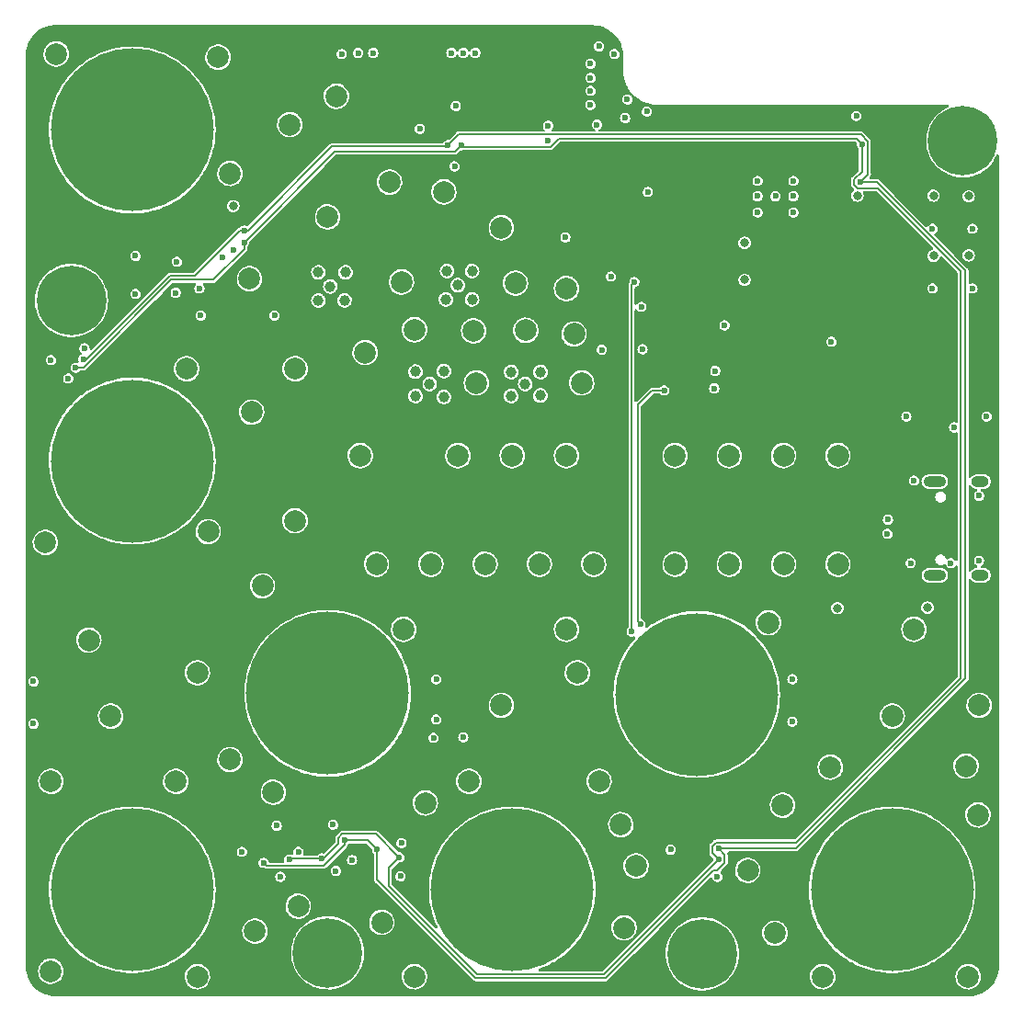
<source format=gbr>
G04 #@! TF.GenerationSoftware,KiCad,Pcbnew,(6.0.0-rc1-314-g10be483430)*
G04 #@! TF.CreationDate,2021-12-09T18:26:48+11:00*
G04 #@! TF.ProjectId,esp32_battery_isolator,65737033-325f-4626-9174-746572795f69,G*
G04 #@! TF.SameCoordinates,Original*
G04 #@! TF.FileFunction,Copper,L3,Inr*
G04 #@! TF.FilePolarity,Positive*
%FSLAX46Y46*%
G04 Gerber Fmt 4.6, Leading zero omitted, Abs format (unit mm)*
G04 Created by KiCad (PCBNEW (6.0.0-rc1-314-g10be483430)) date 2021-12-09 18:26:48*
%MOMM*%
%LPD*%
G01*
G04 APERTURE LIST*
G04 #@! TA.AperFunction,ComponentPad*
%ADD10C,2.000000*%
G04 #@! TD*
G04 #@! TA.AperFunction,ComponentPad*
%ADD11C,15.000000*%
G04 #@! TD*
G04 #@! TA.AperFunction,ComponentPad*
%ADD12C,0.800000*%
G04 #@! TD*
G04 #@! TA.AperFunction,ComponentPad*
%ADD13C,6.400000*%
G04 #@! TD*
G04 #@! TA.AperFunction,ComponentPad*
%ADD14O,1.600000X1.000000*%
G04 #@! TD*
G04 #@! TA.AperFunction,ComponentPad*
%ADD15O,2.100000X1.000000*%
G04 #@! TD*
G04 #@! TA.AperFunction,ViaPad*
%ADD16C,0.600000*%
G04 #@! TD*
G04 #@! TA.AperFunction,ViaPad*
%ADD17C,2.000000*%
G04 #@! TD*
G04 #@! TA.AperFunction,ViaPad*
%ADD18C,0.800000*%
G04 #@! TD*
G04 #@! TA.AperFunction,ViaPad*
%ADD19C,1.000000*%
G04 #@! TD*
G04 #@! TA.AperFunction,Conductor*
%ADD20C,0.200000*%
G04 #@! TD*
G04 APERTURE END LIST*
D10*
X183450000Y-128550000D03*
X183450000Y-119750000D03*
X187650000Y-130150000D03*
X191850000Y-119750000D03*
X191850000Y-128550000D03*
X187650000Y-118150000D03*
D11*
X187650000Y-124150000D03*
D10*
X181650000Y-124150000D03*
X193650000Y-124150000D03*
D12*
X170150000Y-127650000D03*
X171847056Y-131747056D03*
X168452944Y-131747056D03*
X171847056Y-128352944D03*
X170150000Y-132450000D03*
X167750000Y-130050000D03*
D13*
X170150000Y-130050000D03*
D12*
X172550000Y-130050000D03*
X168452944Y-128352944D03*
D10*
X121850000Y-49750000D03*
X123650000Y-54150000D03*
X113450000Y-49750000D03*
X111650000Y-54150000D03*
X117650000Y-60150000D03*
X117650000Y-48150000D03*
X113450000Y-58550000D03*
X121850000Y-58550000D03*
D11*
X117650000Y-54150000D03*
D10*
X148450000Y-128550000D03*
X158650000Y-124150000D03*
X156850000Y-128550000D03*
X152650000Y-118150000D03*
X148450000Y-119750000D03*
X156850000Y-119750000D03*
X146650000Y-124150000D03*
X152650000Y-130150000D03*
D11*
X152650000Y-124150000D03*
D10*
X135650000Y-100050000D03*
X139850000Y-110450000D03*
X139850000Y-101650000D03*
X141650000Y-106050000D03*
X131450000Y-110450000D03*
X135650000Y-112050000D03*
X131450000Y-101650000D03*
D11*
X135650000Y-106050000D03*
D10*
X129650000Y-106050000D03*
D12*
X114450000Y-69850000D03*
X112050000Y-67450000D03*
D13*
X112050000Y-69850000D03*
D12*
X113747056Y-71547056D03*
X110352944Y-71547056D03*
X112050000Y-72250000D03*
X113747056Y-68152944D03*
X110352944Y-68152944D03*
X109650000Y-69850000D03*
D10*
X169650000Y-100150000D03*
X169650000Y-112150000D03*
X163650000Y-106150000D03*
X165450000Y-101750000D03*
D11*
X169650000Y-106150000D03*
D10*
X173850000Y-110550000D03*
X165450000Y-110550000D03*
X175650000Y-106150000D03*
X173850000Y-101750000D03*
D14*
X195760000Y-95170000D03*
D15*
X191580000Y-95170000D03*
X191580000Y-86530000D03*
D14*
X195760000Y-86530000D03*
D12*
X135650000Y-132350000D03*
X133952944Y-131647056D03*
X135650000Y-127550000D03*
X137347056Y-128252944D03*
D13*
X135650000Y-129950000D03*
D12*
X133952944Y-128252944D03*
X138050000Y-129950000D03*
X137347056Y-131647056D03*
X133250000Y-129950000D03*
D10*
X113450000Y-89050000D03*
X123650000Y-84650000D03*
X113450000Y-80250000D03*
X111650000Y-84650000D03*
D11*
X117650000Y-84650000D03*
D10*
X117650000Y-90650000D03*
X121850000Y-89050000D03*
X121850000Y-80250000D03*
X117650000Y-78650000D03*
D12*
X192452944Y-56847056D03*
X194150000Y-57550000D03*
X194150000Y-52750000D03*
X191750000Y-55150000D03*
D13*
X194150000Y-55150000D03*
D12*
X192452944Y-53452944D03*
X195847056Y-56847056D03*
X196550000Y-55150000D03*
X195847056Y-53452944D03*
D10*
X121850000Y-128550000D03*
X117650000Y-118150000D03*
X113450000Y-119750000D03*
X113450000Y-128550000D03*
X123650000Y-124150000D03*
X111650000Y-124150000D03*
D11*
X117650000Y-124150000D03*
D10*
X121850000Y-119750000D03*
X117650000Y-130150000D03*
D16*
X171350000Y-76350000D03*
X121650000Y-69150000D03*
X178550000Y-61750000D03*
X178450000Y-108650000D03*
X159850000Y-49350000D03*
X175250000Y-58850000D03*
X123850000Y-68750000D03*
X142450000Y-119850000D03*
X155950000Y-55150000D03*
X165150000Y-59850000D03*
X182050000Y-73650000D03*
X147450000Y-51950000D03*
X163250000Y-51350000D03*
X195050000Y-63250000D03*
X148150000Y-47050000D03*
X175250000Y-61750000D03*
X188950000Y-80550000D03*
X123950000Y-71250000D03*
D17*
X176250000Y-99550000D03*
D16*
X136950000Y-47150000D03*
X159850000Y-48050000D03*
X189650000Y-86450000D03*
X178550000Y-58850000D03*
X178450000Y-104750000D03*
X195050000Y-68750000D03*
X184350000Y-52850000D03*
X193050000Y-94065000D03*
X139850000Y-47050000D03*
X159850000Y-51850000D03*
X155950000Y-53750000D03*
X175250000Y-60250000D03*
X125950000Y-65850000D03*
X171550000Y-122950000D03*
X136400000Y-122400000D03*
X160450000Y-53650000D03*
D17*
X162950000Y-127650000D03*
D16*
X136150000Y-118150000D03*
X163050000Y-53050000D03*
X167250000Y-120450000D03*
X165050000Y-52450000D03*
X138450000Y-47050000D03*
X121750000Y-66300000D03*
X193350000Y-81550000D03*
X149250000Y-47050000D03*
D17*
X128950000Y-127950000D03*
D16*
X117950000Y-65750000D03*
X130950000Y-118250000D03*
X147350000Y-57500000D03*
X178550000Y-60250000D03*
X191350000Y-68750000D03*
X117950000Y-69250000D03*
X161750000Y-67650000D03*
X110150000Y-75350000D03*
X191350000Y-63250000D03*
X162050000Y-47150000D03*
X189350000Y-94050000D03*
X157550000Y-64050000D03*
X147050000Y-47050000D03*
X145650000Y-108450000D03*
X176900000Y-60250000D03*
X187200000Y-91350000D03*
D17*
X176850000Y-128150000D03*
D16*
X196350000Y-80550000D03*
X171250000Y-77950000D03*
X172200000Y-72150000D03*
X164550000Y-70450000D03*
X195650000Y-87850000D03*
X111750000Y-77050000D03*
X127750000Y-120650000D03*
X130750000Y-71250000D03*
X145650000Y-104750000D03*
X144150000Y-54050000D03*
X159850000Y-50550000D03*
X187250000Y-90050000D03*
X131300000Y-122950000D03*
X160650000Y-46450000D03*
X132950000Y-120650000D03*
X142350000Y-122900000D03*
X113250000Y-74250000D03*
X108550000Y-104950000D03*
X137900000Y-121400000D03*
X108550000Y-108850000D03*
X195650000Y-93850000D03*
X165150000Y-64300000D03*
X155050000Y-59950000D03*
X159850000Y-58050000D03*
X110200000Y-63950000D03*
X112350000Y-74650000D03*
X127850000Y-122150000D03*
X133300000Y-122600000D03*
X120900000Y-70100000D03*
X142250000Y-118750000D03*
X153450000Y-59950000D03*
X109250000Y-78750000D03*
X193100000Y-76300000D03*
X151750000Y-59950000D03*
X150150000Y-59950000D03*
X162150000Y-59950000D03*
X155050000Y-58050000D03*
X159850000Y-59950000D03*
X138750000Y-121950000D03*
X167450000Y-122850000D03*
X177050000Y-73750000D03*
X145250000Y-57650000D03*
X146719011Y-55550000D03*
X128000000Y-63400000D03*
X113150000Y-75250000D03*
X171650000Y-120350000D03*
X129750000Y-121650000D03*
X184700000Y-58950000D03*
X137200000Y-119600000D03*
X140200000Y-120450000D03*
X147950000Y-55550000D03*
X132100000Y-121350000D03*
X127950000Y-64500000D03*
X184850000Y-55450000D03*
X135100000Y-121250000D03*
X142250000Y-121150000D03*
X112450000Y-76050000D03*
X171650000Y-121350000D03*
D18*
X194700000Y-60250000D03*
X184450000Y-60200000D03*
X191450000Y-60200000D03*
D17*
X125550000Y-47450000D03*
X110650000Y-47150000D03*
X136450000Y-51050000D03*
X126650000Y-58150000D03*
D18*
X126950000Y-61150000D03*
D17*
X132150000Y-53650000D03*
D16*
X126950000Y-65200000D03*
D18*
X174050000Y-64550000D03*
X191450000Y-65750000D03*
X174050000Y-67950000D03*
X194700000Y-65700000D03*
D17*
X123650000Y-132150000D03*
X121650000Y-114150000D03*
X110150000Y-114150000D03*
X110150000Y-131650000D03*
X132950000Y-125650000D03*
X148650000Y-114150000D03*
X140650000Y-127150000D03*
X164050000Y-121950000D03*
X143650000Y-132150000D03*
X162650000Y-118150000D03*
X144650000Y-116150000D03*
X160650000Y-114150000D03*
X177550000Y-116350000D03*
X181950000Y-112850000D03*
X194450000Y-112750000D03*
X181250000Y-132150000D03*
X194650000Y-132150000D03*
X195550000Y-117250000D03*
X174350000Y-122350000D03*
X167650000Y-84150000D03*
X145150000Y-94150000D03*
X132650000Y-90150000D03*
X129650000Y-96150000D03*
X155150000Y-94150000D03*
X152650000Y-84150000D03*
X172650000Y-94150000D03*
X147650000Y-84150000D03*
X182650000Y-94150000D03*
X160150000Y-94150000D03*
X138650000Y-84150000D03*
X182650000Y-84150000D03*
X140150000Y-94150000D03*
X177650000Y-94150000D03*
D16*
X164650000Y-74350000D03*
D17*
X157650000Y-84150000D03*
X172650000Y-84150000D03*
X167650000Y-94150000D03*
X150150000Y-94150000D03*
X177650000Y-84150000D03*
D16*
X160900000Y-74400000D03*
D17*
X151650000Y-107150000D03*
X157650000Y-100150000D03*
X158650000Y-104150000D03*
D16*
X148150000Y-110100000D03*
X163900000Y-68150000D03*
X145400000Y-110150000D03*
X163650000Y-100350000D03*
D17*
X189650000Y-100150000D03*
X187650000Y-108150000D03*
X195650000Y-107150000D03*
X113650000Y-101150000D03*
X115650000Y-108150000D03*
D18*
X182600000Y-98200000D03*
X190900000Y-98150000D03*
D16*
X166650000Y-78150000D03*
X164450000Y-99650000D03*
D17*
X130650000Y-115150000D03*
X123650000Y-104150000D03*
X126650000Y-112150000D03*
X142650000Y-100150000D03*
X132650000Y-76150000D03*
X122650000Y-76150000D03*
X124650000Y-91150000D03*
X109650000Y-92150000D03*
X128650000Y-80150000D03*
D19*
X137300000Y-67258922D03*
D17*
X143650000Y-72550000D03*
D19*
X152550000Y-78650000D03*
X148950000Y-69750000D03*
X155250000Y-76450000D03*
X146650000Y-67150000D03*
X155250000Y-78608921D03*
X148950000Y-67150000D03*
D17*
X158350000Y-72950000D03*
D19*
X146550000Y-69750000D03*
X134800000Y-67258922D03*
X152550000Y-76450000D03*
X137200000Y-69858922D03*
X145050000Y-77550000D03*
D17*
X157650000Y-68750000D03*
D19*
X143750000Y-78650000D03*
D17*
X139100000Y-74650000D03*
D19*
X134800000Y-69858922D03*
D17*
X152950000Y-68250000D03*
X128450000Y-67850000D03*
X149350000Y-77450000D03*
D19*
X146350000Y-76350000D03*
X135900000Y-68558922D03*
D17*
X153900000Y-72600000D03*
X149100000Y-72650000D03*
D19*
X153850000Y-77550000D03*
X146350000Y-78750000D03*
D17*
X142450000Y-68150000D03*
D19*
X147650000Y-68450000D03*
D17*
X159050000Y-77450000D03*
D19*
X143750000Y-76416079D03*
D17*
X151650000Y-63150000D03*
X141350000Y-58950000D03*
X146350000Y-59850000D03*
X135650000Y-62150000D03*
D20*
X128300000Y-63400000D02*
X136050000Y-55650000D01*
X171142091Y-122380489D02*
X161233549Y-132289031D01*
X185419511Y-55214100D02*
X185419511Y-58230489D01*
X171500000Y-122380489D02*
X171142091Y-122380489D01*
X186244589Y-58950000D02*
X184700000Y-58950000D01*
X184785900Y-54580489D02*
X185419511Y-55214100D01*
X161233549Y-132289031D02*
X149278702Y-132289031D01*
X178750000Y-120350000D02*
X194400000Y-104700000D01*
X123414100Y-67580489D02*
X127594589Y-63400000D01*
X172219511Y-120919511D02*
X172219511Y-121660978D01*
X129750000Y-121650000D02*
X130019511Y-121919511D01*
X121102342Y-67580489D02*
X123414100Y-67580489D01*
X147688522Y-54580489D02*
X184785900Y-54580489D01*
X135280489Y-121919511D02*
X137200000Y-120000000D01*
X127594589Y-63400000D02*
X128000000Y-63400000D01*
X140200000Y-120450000D02*
X139350000Y-119600000D01*
X140200000Y-123210329D02*
X140200000Y-120450000D01*
X137200000Y-120000000D02*
X137200000Y-119600000D01*
X171650000Y-120350000D02*
X178750000Y-120350000D01*
X113150000Y-75250000D02*
X113432831Y-75250000D01*
X146719011Y-55550000D02*
X147688522Y-54580489D01*
X172219511Y-121660978D02*
X171500000Y-122380489D01*
X171650000Y-120350000D02*
X172219511Y-120919511D01*
X146619011Y-55650000D02*
X146719011Y-55550000D01*
X113432831Y-75250000D02*
X121102342Y-67580489D01*
X149278702Y-132289031D02*
X140200000Y-123210329D01*
X130019511Y-121919511D02*
X135280489Y-121919511D01*
X139350000Y-119600000D02*
X137200000Y-119600000D01*
X194400000Y-67105411D02*
X186244589Y-58950000D01*
X185419511Y-58230489D02*
X184700000Y-58950000D01*
X128000000Y-63400000D02*
X128300000Y-63400000D01*
X194400000Y-104700000D02*
X194400000Y-67105411D01*
X136050000Y-55650000D02*
X146619011Y-55650000D01*
X147950000Y-55550000D02*
X148119511Y-55719511D01*
X112450000Y-76050000D02*
X113155411Y-76050000D01*
X121255402Y-67950009D02*
X125146824Y-67950009D01*
X184130489Y-58714100D02*
X184130489Y-59185900D01*
X193950000Y-67177991D02*
X193950000Y-104627420D01*
X161080489Y-131919511D02*
X171650000Y-121350000D01*
X125146824Y-67950009D02*
X127950000Y-65146833D01*
X142250000Y-121150000D02*
X141300000Y-122100000D01*
X156185900Y-55719511D02*
X156955402Y-54950009D01*
X184130489Y-59185900D02*
X184464100Y-59519511D01*
X135300000Y-121250000D02*
X136630489Y-119919511D01*
X127950000Y-64500000D02*
X136330489Y-56119511D01*
X132200000Y-121250000D02*
X135100000Y-121250000D01*
X136630489Y-119364100D02*
X136994589Y-119000000D01*
X135100000Y-121250000D02*
X135300000Y-121250000D01*
X127950000Y-65146833D02*
X127950000Y-64500000D01*
X171414099Y-119780489D02*
X171080489Y-120114099D01*
X171080489Y-120780489D02*
X171650000Y-121350000D01*
X136994589Y-119000000D02*
X140100000Y-119000000D01*
X184464100Y-59519511D02*
X186291520Y-59519511D01*
X141300000Y-123787749D02*
X149431762Y-131919511D01*
X136630489Y-119919511D02*
X136630489Y-119364100D01*
X141300000Y-122100000D02*
X141300000Y-123787749D01*
X147380489Y-56119511D02*
X147950000Y-55550000D01*
X184850000Y-55450000D02*
X184850000Y-57994589D01*
X149431762Y-131919511D02*
X161080489Y-131919511D01*
X156955402Y-54950009D02*
X184350009Y-54950009D01*
X113155411Y-76050000D02*
X121255402Y-67950009D01*
X178796931Y-119780489D02*
X171414099Y-119780489D01*
X140100000Y-119000000D02*
X142250000Y-121150000D01*
X148119511Y-55719511D02*
X156185900Y-55719511D01*
X136330489Y-56119511D02*
X147380489Y-56119511D01*
X184350009Y-54950009D02*
X184850000Y-55450000D01*
X193950000Y-104627420D02*
X178796931Y-119780489D01*
X171080489Y-120114099D02*
X171080489Y-120780489D01*
X186291520Y-59519511D02*
X193950000Y-67177991D01*
X132100000Y-121350000D02*
X132200000Y-121250000D01*
X184850000Y-57994589D02*
X184130489Y-58714100D01*
X163650000Y-100350000D02*
X163650000Y-68400000D01*
X163650000Y-68400000D02*
X163900000Y-68150000D01*
X164450000Y-99650000D02*
X164219511Y-99419511D01*
X164219511Y-79469511D02*
X165539022Y-78150000D01*
X164219511Y-99419511D02*
X164219511Y-79469511D01*
X165539022Y-78150000D02*
X166650000Y-78150000D01*
G04 #@! TA.AperFunction,Conductor*
G36*
X141334159Y-44486067D02*
G01*
X160019595Y-44497679D01*
X160029430Y-44498798D01*
X160038754Y-44498814D01*
X160052582Y-44501994D01*
X160066420Y-44498863D01*
X160070408Y-44498870D01*
X160077247Y-44499068D01*
X160363016Y-44515116D01*
X160377047Y-44516696D01*
X160532274Y-44543070D01*
X160676313Y-44567544D01*
X160690076Y-44570685D01*
X160981775Y-44654723D01*
X160995093Y-44659384D01*
X161275540Y-44775548D01*
X161288263Y-44781675D01*
X161553940Y-44928510D01*
X161565896Y-44936023D01*
X161813458Y-45111679D01*
X161824505Y-45120488D01*
X162050838Y-45322751D01*
X162060829Y-45332742D01*
X162263092Y-45559075D01*
X162271901Y-45570122D01*
X162447557Y-45817684D01*
X162455070Y-45829640D01*
X162597307Y-46086998D01*
X162601903Y-46095313D01*
X162608032Y-46108040D01*
X162679643Y-46280925D01*
X162724196Y-46388486D01*
X162728857Y-46401805D01*
X162812895Y-46693504D01*
X162816036Y-46707267D01*
X162818774Y-46723380D01*
X162856275Y-46944092D01*
X162866883Y-47006528D01*
X162868464Y-47020564D01*
X162884223Y-47301187D01*
X162884571Y-47307376D01*
X162884769Y-47314660D01*
X162884766Y-47316570D01*
X162881586Y-47330400D01*
X162884718Y-47344240D01*
X162884703Y-47352913D01*
X162885881Y-47363460D01*
X162885881Y-48647164D01*
X162883722Y-48666041D01*
X162884013Y-48666075D01*
X162883197Y-48673153D01*
X162881587Y-48680101D01*
X162881586Y-48680699D01*
X162881535Y-48680699D01*
X162898908Y-49012195D01*
X162950837Y-49340059D01*
X163036752Y-49660699D01*
X163155713Y-49970601D01*
X163157205Y-49973529D01*
X163157208Y-49973536D01*
X163291461Y-50237022D01*
X163306415Y-50266372D01*
X163487209Y-50544769D01*
X163666735Y-50766465D01*
X163694060Y-50831992D01*
X163681620Y-50901891D01*
X163633365Y-50953968D01*
X163564616Y-50971689D01*
X163500280Y-50951490D01*
X163456914Y-50923381D01*
X163449382Y-50918499D01*
X163440785Y-50915928D01*
X163440783Y-50915927D01*
X163363140Y-50892707D01*
X163320259Y-50879883D01*
X163311283Y-50879828D01*
X163311282Y-50879828D01*
X163253847Y-50879477D01*
X163185489Y-50879060D01*
X163176858Y-50881527D01*
X163176856Y-50881527D01*
X163064536Y-50913628D01*
X163064534Y-50913629D01*
X163055905Y-50916095D01*
X162941924Y-50988012D01*
X162935981Y-50994741D01*
X162935980Y-50994742D01*
X162914359Y-51019223D01*
X162852709Y-51089029D01*
X162848895Y-51097152D01*
X162848894Y-51097154D01*
X162821460Y-51155587D01*
X162795432Y-51211025D01*
X162794052Y-51219890D01*
X162794051Y-51219892D01*
X162776925Y-51329887D01*
X162774697Y-51344193D01*
X162775861Y-51353095D01*
X162775861Y-51353098D01*
X162791008Y-51468929D01*
X162792172Y-51477828D01*
X162846451Y-51601187D01*
X162852228Y-51608060D01*
X162852229Y-51608061D01*
X162927121Y-51697154D01*
X162933172Y-51704353D01*
X163045362Y-51779033D01*
X163174002Y-51819223D01*
X163182972Y-51819387D01*
X163182976Y-51819388D01*
X163244742Y-51820520D01*
X163308752Y-51821693D01*
X163327477Y-51816588D01*
X163430117Y-51788606D01*
X163430120Y-51788605D01*
X163438779Y-51786244D01*
X163446429Y-51781547D01*
X163446431Y-51781546D01*
X163545979Y-51720424D01*
X163545982Y-51720421D01*
X163553631Y-51715725D01*
X163563925Y-51704353D01*
X163638045Y-51622466D01*
X163638046Y-51622465D01*
X163644073Y-51615806D01*
X163654279Y-51594742D01*
X163698921Y-51502599D01*
X163698921Y-51502598D01*
X163702836Y-51494518D01*
X163725196Y-51361614D01*
X163725338Y-51350000D01*
X163710755Y-51248171D01*
X163707505Y-51225474D01*
X163707504Y-51225471D01*
X163706232Y-51216588D01*
X163700010Y-51202902D01*
X163657304Y-51108977D01*
X163647318Y-51038687D01*
X163676918Y-50974155D01*
X163736708Y-50935871D01*
X163807704Y-50935989D01*
X163861100Y-50967731D01*
X163930837Y-51037468D01*
X163933412Y-51039553D01*
X164186239Y-51244289D01*
X164186248Y-51244296D01*
X164188811Y-51246371D01*
X164467208Y-51427165D01*
X164599836Y-51494742D01*
X164760044Y-51576372D01*
X164760051Y-51576375D01*
X164762979Y-51577867D01*
X164766051Y-51579046D01*
X164766055Y-51579048D01*
X164861813Y-51615806D01*
X165072881Y-51696828D01*
X165393521Y-51782743D01*
X165557538Y-51808721D01*
X165718137Y-51834158D01*
X165718145Y-51834159D01*
X165721385Y-51834672D01*
X165969268Y-51847663D01*
X166034790Y-51851097D01*
X166052881Y-51852045D01*
X166052881Y-51851994D01*
X166060990Y-51850144D01*
X166063046Y-51850252D01*
X166071807Y-51849260D01*
X166071805Y-51847678D01*
X166080508Y-51847669D01*
X166082003Y-51848106D01*
X166085921Y-51847663D01*
X174322425Y-51838821D01*
X192750432Y-51819039D01*
X192818573Y-51838968D01*
X192865123Y-51892574D01*
X192875303Y-51962837D01*
X192845879Y-52027449D01*
X192803217Y-52059511D01*
X192718221Y-52098605D01*
X192575735Y-52164141D01*
X192572801Y-52165897D01*
X192572799Y-52165898D01*
X192312485Y-52321693D01*
X192262472Y-52351625D01*
X192259746Y-52353687D01*
X192259744Y-52353688D01*
X191975146Y-52568929D01*
X191971290Y-52571845D01*
X191968805Y-52574187D01*
X191968800Y-52574191D01*
X191926951Y-52613628D01*
X191705594Y-52822224D01*
X191703382Y-52824814D01*
X191703380Y-52824816D01*
X191681871Y-52850000D01*
X191468493Y-53099833D01*
X191401882Y-53197481D01*
X191267894Y-53393902D01*
X191262761Y-53401426D01*
X191257471Y-53411334D01*
X191095223Y-53715196D01*
X191090803Y-53723473D01*
X191089528Y-53726645D01*
X191089526Y-53726649D01*
X190959541Y-54050000D01*
X190954633Y-54062208D01*
X190953715Y-54065476D01*
X190953712Y-54065483D01*
X190857135Y-54409068D01*
X190855842Y-54413668D01*
X190855280Y-54417025D01*
X190855280Y-54417026D01*
X190796932Y-54765701D01*
X190795586Y-54773742D01*
X190774571Y-55138217D01*
X190774743Y-55141613D01*
X190774743Y-55141614D01*
X190786794Y-55379501D01*
X190793041Y-55502831D01*
X190793578Y-55506186D01*
X190793579Y-55506192D01*
X190825914Y-55708061D01*
X190850782Y-55863316D01*
X190947116Y-56215458D01*
X191080919Y-56555135D01*
X191082502Y-56558150D01*
X191249040Y-56875359D01*
X191249045Y-56875367D01*
X191250624Y-56878375D01*
X191252518Y-56881193D01*
X191252523Y-56881202D01*
X191427640Y-57141803D01*
X191454246Y-57181397D01*
X191689403Y-57460655D01*
X191691863Y-57463006D01*
X191691866Y-57463009D01*
X191746144Y-57514878D01*
X191953344Y-57712882D01*
X192242982Y-57935129D01*
X192294654Y-57966546D01*
X192552014Y-58123024D01*
X192552019Y-58123027D01*
X192554929Y-58124796D01*
X192558017Y-58126242D01*
X192558016Y-58126242D01*
X192882450Y-58278219D01*
X192882460Y-58278223D01*
X192885534Y-58279663D01*
X192888752Y-58280765D01*
X192888755Y-58280766D01*
X193227701Y-58396813D01*
X193227705Y-58396814D01*
X193230932Y-58397919D01*
X193234262Y-58398669D01*
X193234271Y-58398672D01*
X193420310Y-58440597D01*
X193587080Y-58478180D01*
X193590466Y-58478566D01*
X193590473Y-58478567D01*
X193946431Y-58519124D01*
X193946439Y-58519124D01*
X193949814Y-58519509D01*
X193953218Y-58519527D01*
X193953221Y-58519527D01*
X194151069Y-58520562D01*
X194314890Y-58521420D01*
X194318276Y-58521070D01*
X194318278Y-58521070D01*
X194674645Y-58484244D01*
X194674654Y-58484243D01*
X194678037Y-58483893D01*
X194681370Y-58483179D01*
X194681373Y-58483178D01*
X194791616Y-58459544D01*
X195035006Y-58407365D01*
X195381623Y-58292732D01*
X195713833Y-58141336D01*
X195810290Y-58084064D01*
X196024803Y-57956696D01*
X196024808Y-57956693D01*
X196027748Y-57954947D01*
X196051785Y-57936900D01*
X196155102Y-57859327D01*
X196319697Y-57735745D01*
X196586266Y-57486295D01*
X196588478Y-57483723D01*
X196588485Y-57483716D01*
X196822108Y-57212102D01*
X196824334Y-57209514D01*
X196981439Y-56980925D01*
X197029188Y-56911451D01*
X197029193Y-56911444D01*
X197031118Y-56908642D01*
X197032730Y-56905648D01*
X197032735Y-56905640D01*
X197202576Y-56590209D01*
X197204198Y-56587197D01*
X197205482Y-56584034D01*
X197205488Y-56584022D01*
X197240258Y-56498394D01*
X197284419Y-56442804D01*
X197351624Y-56419914D01*
X197420536Y-56436991D01*
X197469276Y-56488614D01*
X197483000Y-56545799D01*
X197483000Y-131116724D01*
X197481902Y-131126401D01*
X197481885Y-131135871D01*
X197478705Y-131149701D01*
X197481836Y-131163540D01*
X197481829Y-131167527D01*
X197481631Y-131174368D01*
X197478994Y-131221321D01*
X197469680Y-131387197D01*
X197465584Y-131460129D01*
X197464003Y-131474166D01*
X197442987Y-131597857D01*
X197413155Y-131773432D01*
X197410014Y-131787195D01*
X197325976Y-132078894D01*
X197321315Y-132092212D01*
X197210124Y-132360655D01*
X197205153Y-132372655D01*
X197199024Y-132385382D01*
X197052189Y-132651059D01*
X197044676Y-132663015D01*
X196869020Y-132910577D01*
X196860211Y-132921624D01*
X196657948Y-133147957D01*
X196647957Y-133157948D01*
X196421624Y-133360211D01*
X196410577Y-133369020D01*
X196163015Y-133544676D01*
X196151059Y-133552189D01*
X195885382Y-133699024D01*
X195872659Y-133705151D01*
X195592213Y-133821315D01*
X195578894Y-133825976D01*
X195287195Y-133910014D01*
X195273432Y-133913155D01*
X195129393Y-133937629D01*
X194974166Y-133964003D01*
X194960135Y-133965583D01*
X194673315Y-133981690D01*
X194666039Y-133981888D01*
X194664129Y-133981885D01*
X194650299Y-133978705D01*
X194636459Y-133981837D01*
X194627786Y-133981822D01*
X194617239Y-133983000D01*
X110683276Y-133983000D01*
X110673599Y-133981902D01*
X110664129Y-133981885D01*
X110650299Y-133978705D01*
X110636460Y-133981836D01*
X110632473Y-133981829D01*
X110625632Y-133981631D01*
X110547759Y-133977258D01*
X110339867Y-133965584D01*
X110325834Y-133964003D01*
X110170607Y-133937629D01*
X110026568Y-133913155D01*
X110012805Y-133910014D01*
X109721106Y-133825976D01*
X109707787Y-133821315D01*
X109427341Y-133705151D01*
X109414618Y-133699024D01*
X109148941Y-133552189D01*
X109136985Y-133544676D01*
X108889423Y-133369020D01*
X108878376Y-133360211D01*
X108652043Y-133157948D01*
X108642052Y-133147957D01*
X108439789Y-132921624D01*
X108430980Y-132910577D01*
X108255324Y-132663015D01*
X108247811Y-132651059D01*
X108100976Y-132385382D01*
X108094847Y-132372655D01*
X108089877Y-132360655D01*
X107978685Y-132092212D01*
X107974024Y-132078894D01*
X107889986Y-131787195D01*
X107886845Y-131773432D01*
X107860644Y-131619229D01*
X108974888Y-131619229D01*
X108988958Y-131833891D01*
X109041911Y-132042395D01*
X109131974Y-132237757D01*
X109256131Y-132413436D01*
X109283299Y-132439902D01*
X109344111Y-132499142D01*
X109410224Y-132563547D01*
X109415020Y-132566752D01*
X109415023Y-132566754D01*
X109514797Y-132633420D01*
X109589093Y-132683063D01*
X109594396Y-132685341D01*
X109594399Y-132685343D01*
X109756408Y-132754947D01*
X109786746Y-132767981D01*
X109863893Y-132785438D01*
X109990928Y-132814183D01*
X109990933Y-132814184D01*
X109996565Y-132815458D01*
X110002336Y-132815685D01*
X110002338Y-132815685D01*
X110066759Y-132818216D01*
X110211522Y-132823904D01*
X110317971Y-132808469D01*
X110418705Y-132793864D01*
X110418710Y-132793863D01*
X110424419Y-132793035D01*
X110628125Y-132723886D01*
X110815819Y-132618773D01*
X110981215Y-132481215D01*
X111118773Y-132315819D01*
X111223886Y-132128125D01*
X111226906Y-132119229D01*
X122474888Y-132119229D01*
X122488958Y-132333891D01*
X122541911Y-132542395D01*
X122631974Y-132737757D01*
X122756131Y-132913436D01*
X122769277Y-132926242D01*
X122859435Y-133014070D01*
X122910224Y-133063547D01*
X122915020Y-133066752D01*
X122915023Y-133066754D01*
X122955504Y-133093802D01*
X123089093Y-133183063D01*
X123094396Y-133185341D01*
X123094399Y-133185343D01*
X123281439Y-133265701D01*
X123286746Y-133267981D01*
X123363893Y-133285438D01*
X123490928Y-133314183D01*
X123490933Y-133314184D01*
X123496565Y-133315458D01*
X123502336Y-133315685D01*
X123502338Y-133315685D01*
X123566759Y-133318216D01*
X123711522Y-133323904D01*
X123817971Y-133308469D01*
X123918705Y-133293864D01*
X123918710Y-133293863D01*
X123924419Y-133293035D01*
X123950317Y-133284244D01*
X124122657Y-133225742D01*
X124128125Y-133223886D01*
X124315819Y-133118773D01*
X124481215Y-132981215D01*
X124618773Y-132815819D01*
X124723886Y-132628125D01*
X124793035Y-132424419D01*
X124794628Y-132413436D01*
X124820100Y-132237757D01*
X124823904Y-132211522D01*
X124825515Y-132150000D01*
X124805831Y-131935779D01*
X124773380Y-131820715D01*
X124749008Y-131734298D01*
X124749006Y-131734293D01*
X124747438Y-131728733D01*
X124740763Y-131715196D01*
X124654845Y-131540974D01*
X124652291Y-131535795D01*
X124523578Y-131363427D01*
X124417761Y-131265611D01*
X124369849Y-131221321D01*
X124369847Y-131221319D01*
X124365608Y-131217401D01*
X124282506Y-131164967D01*
X124188553Y-131105687D01*
X124188552Y-131105687D01*
X124183673Y-131102608D01*
X123983864Y-131022893D01*
X123978204Y-131021767D01*
X123978200Y-131021766D01*
X123778542Y-130982052D01*
X123778540Y-130982052D01*
X123772875Y-130980925D01*
X123767100Y-130980849D01*
X123767096Y-130980849D01*
X123659191Y-130979437D01*
X123557770Y-130978109D01*
X123552073Y-130979088D01*
X123552072Y-130979088D01*
X123351444Y-131013562D01*
X123351441Y-131013563D01*
X123345754Y-131014540D01*
X123143928Y-131088997D01*
X123121050Y-131102608D01*
X122964018Y-131196032D01*
X122964015Y-131196034D01*
X122959050Y-131198988D01*
X122954710Y-131202794D01*
X122954706Y-131202797D01*
X122801653Y-131337022D01*
X122797312Y-131340829D01*
X122793737Y-131345364D01*
X122793736Y-131345365D01*
X122686419Y-131481496D01*
X122664130Y-131509769D01*
X122563966Y-131700150D01*
X122500173Y-131905597D01*
X122474888Y-132119229D01*
X111226906Y-132119229D01*
X111293035Y-131924419D01*
X111294933Y-131911334D01*
X111314927Y-131773432D01*
X111323904Y-131711522D01*
X111325515Y-131650000D01*
X111305831Y-131435779D01*
X111297319Y-131405597D01*
X111249008Y-131234298D01*
X111249006Y-131234293D01*
X111247438Y-131228733D01*
X111240331Y-131214320D01*
X111154845Y-131040974D01*
X111152291Y-131035795D01*
X111023578Y-130863427D01*
X110865608Y-130717401D01*
X110683673Y-130602608D01*
X110483864Y-130522893D01*
X110478204Y-130521767D01*
X110478200Y-130521766D01*
X110278542Y-130482052D01*
X110278540Y-130482052D01*
X110272875Y-130480925D01*
X110267100Y-130480849D01*
X110267096Y-130480849D01*
X110159191Y-130479437D01*
X110057770Y-130478109D01*
X110052073Y-130479088D01*
X110052072Y-130479088D01*
X109851444Y-130513562D01*
X109851441Y-130513563D01*
X109845754Y-130514540D01*
X109643928Y-130588997D01*
X109621050Y-130602608D01*
X109464018Y-130696032D01*
X109464015Y-130696034D01*
X109459050Y-130698988D01*
X109454710Y-130702794D01*
X109454706Y-130702797D01*
X109347193Y-130797084D01*
X109297312Y-130840829D01*
X109293737Y-130845364D01*
X109293736Y-130845365D01*
X109186929Y-130980849D01*
X109164130Y-131009769D01*
X109063966Y-131200150D01*
X109000173Y-131405597D01*
X108974888Y-131619229D01*
X107860644Y-131619229D01*
X107857013Y-131597857D01*
X107835997Y-131474166D01*
X107834416Y-131460130D01*
X107834136Y-131455135D01*
X107818310Y-131173315D01*
X107818112Y-131166039D01*
X107818115Y-131164129D01*
X107821295Y-131150299D01*
X107818163Y-131136459D01*
X107818178Y-131127786D01*
X107817000Y-131117239D01*
X107817000Y-124150000D01*
X109974609Y-124150000D01*
X109993306Y-124685408D01*
X109993537Y-124687604D01*
X109993537Y-124687607D01*
X110009241Y-124837022D01*
X110049305Y-125218208D01*
X110142335Y-125745804D01*
X110271941Y-126265624D01*
X110272623Y-126267723D01*
X110272625Y-126267730D01*
X110435581Y-126769256D01*
X110437492Y-126775138D01*
X110438317Y-126777179D01*
X110438321Y-126777191D01*
X110637353Y-127269815D01*
X110637359Y-127269829D01*
X110638181Y-127271863D01*
X110639145Y-127273839D01*
X110639147Y-127273844D01*
X110863271Y-127733364D01*
X110873032Y-127753378D01*
X111140899Y-128217338D01*
X111142127Y-128219158D01*
X111142131Y-128219165D01*
X111356732Y-128537324D01*
X111440478Y-128661482D01*
X111770309Y-129083646D01*
X111833331Y-129153639D01*
X112127315Y-129480142D01*
X112127324Y-129480152D01*
X112128786Y-129481775D01*
X112130360Y-129483295D01*
X112512576Y-129852397D01*
X112512585Y-129852405D01*
X112514161Y-129853927D01*
X112924557Y-130198291D01*
X113357976Y-130513188D01*
X113812304Y-130797084D01*
X113937077Y-130863427D01*
X114236990Y-131022893D01*
X114285330Y-131048596D01*
X114287336Y-131049489D01*
X114287346Y-131049494D01*
X114772753Y-131265611D01*
X114772759Y-131265613D01*
X114774748Y-131266499D01*
X114776797Y-131267245D01*
X114776805Y-131267248D01*
X115053760Y-131368051D01*
X115278174Y-131449731D01*
X115280291Y-131450338D01*
X115280294Y-131450339D01*
X115596377Y-131540974D01*
X115793155Y-131597399D01*
X116317182Y-131708785D01*
X116847703Y-131783344D01*
X116849891Y-131783497D01*
X117379943Y-131820562D01*
X117379947Y-131820562D01*
X117382133Y-131820715D01*
X117917867Y-131820715D01*
X117920053Y-131820562D01*
X117920057Y-131820562D01*
X118450109Y-131783497D01*
X118452297Y-131783344D01*
X118982818Y-131708785D01*
X119506845Y-131597399D01*
X119703623Y-131540974D01*
X120019706Y-131450339D01*
X120019709Y-131450338D01*
X120021826Y-131449731D01*
X120246240Y-131368051D01*
X120523195Y-131267248D01*
X120523203Y-131267245D01*
X120525252Y-131266499D01*
X120527241Y-131265613D01*
X120527247Y-131265611D01*
X121012654Y-131049494D01*
X121012664Y-131049489D01*
X121014670Y-131048596D01*
X121063011Y-131022893D01*
X121362923Y-130863427D01*
X121487696Y-130797084D01*
X121942024Y-130513188D01*
X122375443Y-130198291D01*
X122685386Y-129938217D01*
X132274571Y-129938217D01*
X132274743Y-129941613D01*
X132274743Y-129941614D01*
X132280326Y-130051820D01*
X132293041Y-130302831D01*
X132293578Y-130306186D01*
X132293579Y-130306192D01*
X132326952Y-130514540D01*
X132350782Y-130663316D01*
X132447116Y-131015458D01*
X132580919Y-131355135D01*
X132585272Y-131363427D01*
X132749040Y-131675359D01*
X132749045Y-131675367D01*
X132750624Y-131678375D01*
X132752518Y-131681193D01*
X132752523Y-131681202D01*
X132907166Y-131911334D01*
X132954246Y-131981397D01*
X133189403Y-132260655D01*
X133191863Y-132263006D01*
X133191866Y-132263009D01*
X133313445Y-132379192D01*
X133453344Y-132512882D01*
X133742982Y-132735129D01*
X133793264Y-132765701D01*
X134052014Y-132923024D01*
X134052019Y-132923027D01*
X134054929Y-132924796D01*
X134058017Y-132926242D01*
X134058016Y-132926242D01*
X134382450Y-133078219D01*
X134382460Y-133078223D01*
X134385534Y-133079663D01*
X134388752Y-133080765D01*
X134388755Y-133080766D01*
X134727701Y-133196813D01*
X134727705Y-133196814D01*
X134730932Y-133197919D01*
X134734262Y-133198669D01*
X134734271Y-133198672D01*
X134986372Y-133255485D01*
X135087080Y-133278180D01*
X135090466Y-133278566D01*
X135090473Y-133278567D01*
X135446431Y-133319124D01*
X135446439Y-133319124D01*
X135449814Y-133319509D01*
X135453218Y-133319527D01*
X135453221Y-133319527D01*
X135651069Y-133320562D01*
X135814890Y-133321420D01*
X135818276Y-133321070D01*
X135818278Y-133321070D01*
X136174645Y-133284244D01*
X136174654Y-133284243D01*
X136178037Y-133283893D01*
X136181370Y-133283179D01*
X136181373Y-133283178D01*
X136291616Y-133259544D01*
X136535006Y-133207365D01*
X136881623Y-133092732D01*
X137213833Y-132941336D01*
X137362788Y-132852893D01*
X137524803Y-132756696D01*
X137524808Y-132756693D01*
X137527748Y-132754947D01*
X137551785Y-132736900D01*
X137689606Y-132633420D01*
X137819697Y-132535745D01*
X138086266Y-132286295D01*
X138088478Y-132283723D01*
X138088485Y-132283716D01*
X138229965Y-132119229D01*
X142474888Y-132119229D01*
X142488958Y-132333891D01*
X142541911Y-132542395D01*
X142631974Y-132737757D01*
X142756131Y-132913436D01*
X142769277Y-132926242D01*
X142859435Y-133014070D01*
X142910224Y-133063547D01*
X142915020Y-133066752D01*
X142915023Y-133066754D01*
X142955504Y-133093802D01*
X143089093Y-133183063D01*
X143094396Y-133185341D01*
X143094399Y-133185343D01*
X143281439Y-133265701D01*
X143286746Y-133267981D01*
X143363893Y-133285438D01*
X143490928Y-133314183D01*
X143490933Y-133314184D01*
X143496565Y-133315458D01*
X143502336Y-133315685D01*
X143502338Y-133315685D01*
X143566759Y-133318216D01*
X143711522Y-133323904D01*
X143817971Y-133308469D01*
X143918705Y-133293864D01*
X143918710Y-133293863D01*
X143924419Y-133293035D01*
X143950317Y-133284244D01*
X144122657Y-133225742D01*
X144128125Y-133223886D01*
X144315819Y-133118773D01*
X144481215Y-132981215D01*
X144618773Y-132815819D01*
X144723886Y-132628125D01*
X144793035Y-132424419D01*
X144794628Y-132413436D01*
X144820100Y-132237757D01*
X144823904Y-132211522D01*
X144825515Y-132150000D01*
X144805831Y-131935779D01*
X144773380Y-131820715D01*
X144749008Y-131734298D01*
X144749006Y-131734293D01*
X144747438Y-131728733D01*
X144740763Y-131715196D01*
X144654845Y-131540974D01*
X144652291Y-131535795D01*
X144523578Y-131363427D01*
X144417761Y-131265611D01*
X144369849Y-131221321D01*
X144369847Y-131221319D01*
X144365608Y-131217401D01*
X144282506Y-131164967D01*
X144188553Y-131105687D01*
X144188552Y-131105687D01*
X144183673Y-131102608D01*
X143983864Y-131022893D01*
X143978204Y-131021767D01*
X143978200Y-131021766D01*
X143778542Y-130982052D01*
X143778540Y-130982052D01*
X143772875Y-130980925D01*
X143767100Y-130980849D01*
X143767096Y-130980849D01*
X143659191Y-130979437D01*
X143557770Y-130978109D01*
X143552073Y-130979088D01*
X143552072Y-130979088D01*
X143351444Y-131013562D01*
X143351441Y-131013563D01*
X143345754Y-131014540D01*
X143143928Y-131088997D01*
X143121050Y-131102608D01*
X142964018Y-131196032D01*
X142964015Y-131196034D01*
X142959050Y-131198988D01*
X142954710Y-131202794D01*
X142954706Y-131202797D01*
X142801653Y-131337022D01*
X142797312Y-131340829D01*
X142793737Y-131345364D01*
X142793736Y-131345365D01*
X142686419Y-131481496D01*
X142664130Y-131509769D01*
X142563966Y-131700150D01*
X142500173Y-131905597D01*
X142474888Y-132119229D01*
X138229965Y-132119229D01*
X138322108Y-132012102D01*
X138324334Y-132009514D01*
X138477121Y-131787208D01*
X138529188Y-131711451D01*
X138529193Y-131711444D01*
X138531118Y-131708642D01*
X138532730Y-131705648D01*
X138532735Y-131705640D01*
X138672157Y-131446704D01*
X138704198Y-131387197D01*
X138841551Y-131048939D01*
X138846614Y-131031167D01*
X138901917Y-130837022D01*
X138941568Y-130697826D01*
X138957844Y-130602608D01*
X139002508Y-130341312D01*
X139002508Y-130341310D01*
X139003080Y-130337965D01*
X139005024Y-130306192D01*
X139025258Y-129975361D01*
X139025368Y-129973565D01*
X139025450Y-129950000D01*
X139005707Y-129585454D01*
X138946708Y-129225172D01*
X138849145Y-128873369D01*
X138845237Y-128863547D01*
X138727128Y-128566754D01*
X138714157Y-128534160D01*
X138611086Y-128339493D01*
X138544924Y-128214534D01*
X138544920Y-128214527D01*
X138543325Y-128211515D01*
X138338647Y-127909206D01*
X138102516Y-127630770D01*
X137897038Y-127435779D01*
X137840163Y-127381807D01*
X137840162Y-127381806D01*
X137837696Y-127379466D01*
X137605785Y-127202797D01*
X137549991Y-127160293D01*
X137549989Y-127160291D01*
X137547284Y-127158231D01*
X137544372Y-127156474D01*
X137544367Y-127156471D01*
X137482630Y-127119229D01*
X139474888Y-127119229D01*
X139488958Y-127333891D01*
X139541911Y-127542395D01*
X139631974Y-127737757D01*
X139756131Y-127913436D01*
X139789872Y-127946305D01*
X139853012Y-128007813D01*
X139910224Y-128063547D01*
X139915020Y-128066752D01*
X139915023Y-128066754D01*
X140045154Y-128153704D01*
X140089093Y-128183063D01*
X140094396Y-128185341D01*
X140094399Y-128185343D01*
X140198079Y-128229887D01*
X140286746Y-128267981D01*
X140363893Y-128285438D01*
X140490928Y-128314183D01*
X140490933Y-128314184D01*
X140496565Y-128315458D01*
X140502336Y-128315685D01*
X140502338Y-128315685D01*
X140566759Y-128318216D01*
X140711522Y-128323904D01*
X140817971Y-128308469D01*
X140918705Y-128293864D01*
X140918710Y-128293863D01*
X140924419Y-128293035D01*
X141128125Y-128223886D01*
X141315819Y-128118773D01*
X141481215Y-127981215D01*
X141618773Y-127815819D01*
X141723886Y-127628125D01*
X141793035Y-127424419D01*
X141794933Y-127411334D01*
X141817131Y-127258231D01*
X141823904Y-127211522D01*
X141825515Y-127150000D01*
X141805831Y-126935779D01*
X141800237Y-126915943D01*
X141749008Y-126734298D01*
X141749006Y-126734293D01*
X141747438Y-126728733D01*
X141743658Y-126721066D01*
X141654845Y-126540974D01*
X141652291Y-126535795D01*
X141523578Y-126363427D01*
X141365608Y-126217401D01*
X141183673Y-126102608D01*
X140983864Y-126022893D01*
X140978204Y-126021767D01*
X140978200Y-126021766D01*
X140778542Y-125982052D01*
X140778540Y-125982052D01*
X140772875Y-125980925D01*
X140767100Y-125980849D01*
X140767096Y-125980849D01*
X140659191Y-125979437D01*
X140557770Y-125978109D01*
X140552073Y-125979088D01*
X140552072Y-125979088D01*
X140351444Y-126013562D01*
X140351441Y-126013563D01*
X140345754Y-126014540D01*
X140143928Y-126088997D01*
X140121050Y-126102608D01*
X139964018Y-126196032D01*
X139964015Y-126196034D01*
X139959050Y-126198988D01*
X139954710Y-126202794D01*
X139954706Y-126202797D01*
X139880665Y-126267730D01*
X139797312Y-126340829D01*
X139793737Y-126345364D01*
X139793736Y-126345365D01*
X139686929Y-126480849D01*
X139664130Y-126509769D01*
X139563966Y-126700150D01*
X139529700Y-126810506D01*
X139504411Y-126891950D01*
X139500173Y-126905597D01*
X139474888Y-127119229D01*
X137482630Y-127119229D01*
X137237599Y-126971417D01*
X137237598Y-126971417D01*
X137234678Y-126969655D01*
X137226585Y-126965898D01*
X137090238Y-126902608D01*
X136903534Y-126815943D01*
X136900312Y-126814852D01*
X136900306Y-126814850D01*
X136560960Y-126699988D01*
X136557725Y-126698893D01*
X136548411Y-126696828D01*
X136470416Y-126679537D01*
X136201299Y-126619875D01*
X136044897Y-126602608D01*
X135841804Y-126580186D01*
X135841799Y-126580186D01*
X135838423Y-126579813D01*
X135835024Y-126579807D01*
X135835023Y-126579807D01*
X135662559Y-126579506D01*
X135473343Y-126579176D01*
X135381446Y-126588997D01*
X135113713Y-126617609D01*
X135113707Y-126617610D01*
X135110329Y-126617971D01*
X135107006Y-126618695D01*
X135107003Y-126618696D01*
X134989626Y-126644288D01*
X134753629Y-126695744D01*
X134407414Y-126811586D01*
X134404321Y-126813009D01*
X134404320Y-126813009D01*
X134398502Y-126815685D01*
X134075735Y-126964141D01*
X134072801Y-126965897D01*
X134072799Y-126965898D01*
X133772932Y-127145365D01*
X133762472Y-127151625D01*
X133759746Y-127153687D01*
X133759744Y-127153688D01*
X133476307Y-127368051D01*
X133471290Y-127371845D01*
X133468805Y-127374187D01*
X133468800Y-127374191D01*
X133435473Y-127405597D01*
X133205594Y-127622224D01*
X133203382Y-127624814D01*
X133203380Y-127624816D01*
X133113361Y-127730215D01*
X132968493Y-127899833D01*
X132762761Y-128201426D01*
X132695111Y-128328123D01*
X132640774Y-128429887D01*
X132590803Y-128523473D01*
X132589528Y-128526645D01*
X132589526Y-128526649D01*
X132504662Y-128737757D01*
X132454633Y-128862208D01*
X132453715Y-128865476D01*
X132453712Y-128865483D01*
X132356763Y-129210390D01*
X132355842Y-129213668D01*
X132355280Y-129217025D01*
X132355280Y-129217026D01*
X132337183Y-129325172D01*
X132295586Y-129573742D01*
X132274571Y-129938217D01*
X122685386Y-129938217D01*
X122785839Y-129853927D01*
X122787415Y-129852405D01*
X122787424Y-129852397D01*
X123169640Y-129483295D01*
X123171214Y-129481775D01*
X123172676Y-129480152D01*
X123172685Y-129480142D01*
X123466669Y-129153639D01*
X123529691Y-129083646D01*
X123859522Y-128661482D01*
X123943268Y-128537324D01*
X124157869Y-128219165D01*
X124157873Y-128219158D01*
X124159101Y-128217338D01*
X124331214Y-127919229D01*
X127774888Y-127919229D01*
X127788958Y-128133891D01*
X127841911Y-128342395D01*
X127931974Y-128537757D01*
X128056131Y-128713436D01*
X128075713Y-128732512D01*
X128205606Y-128859048D01*
X128210224Y-128863547D01*
X128215020Y-128866752D01*
X128215023Y-128866754D01*
X128277832Y-128908721D01*
X128389093Y-128983063D01*
X128394396Y-128985341D01*
X128394399Y-128985343D01*
X128581439Y-129065701D01*
X128586746Y-129067981D01*
X128648251Y-129081898D01*
X128790928Y-129114183D01*
X128790933Y-129114184D01*
X128796565Y-129115458D01*
X128802336Y-129115685D01*
X128802338Y-129115685D01*
X128866759Y-129118216D01*
X129011522Y-129123904D01*
X129117971Y-129108469D01*
X129218705Y-129093864D01*
X129218710Y-129093863D01*
X129224419Y-129093035D01*
X129247224Y-129085294D01*
X129422657Y-129025742D01*
X129428125Y-129023886D01*
X129615819Y-128918773D01*
X129781215Y-128781215D01*
X129918773Y-128615819D01*
X130023886Y-128428125D01*
X130079022Y-128265701D01*
X130091179Y-128229887D01*
X130091179Y-128229886D01*
X130093035Y-128224419D01*
X130094373Y-128215196D01*
X130116361Y-128063547D01*
X130123904Y-128011522D01*
X130125515Y-127950000D01*
X130105831Y-127735779D01*
X130102739Y-127724816D01*
X130049008Y-127534298D01*
X130049006Y-127534293D01*
X130047438Y-127528733D01*
X130040606Y-127514878D01*
X129954845Y-127340974D01*
X129952291Y-127335795D01*
X129847925Y-127196032D01*
X129827031Y-127168051D01*
X129827030Y-127168050D01*
X129823578Y-127163427D01*
X129680500Y-127031167D01*
X129669849Y-127021321D01*
X129669847Y-127021319D01*
X129665608Y-127017401D01*
X129583981Y-126965898D01*
X129488553Y-126905687D01*
X129488552Y-126905687D01*
X129483673Y-126902608D01*
X129283864Y-126822893D01*
X129278204Y-126821767D01*
X129278200Y-126821766D01*
X129078542Y-126782052D01*
X129078540Y-126782052D01*
X129072875Y-126780925D01*
X129067100Y-126780849D01*
X129067096Y-126780849D01*
X128959191Y-126779437D01*
X128857770Y-126778109D01*
X128852073Y-126779088D01*
X128852072Y-126779088D01*
X128651444Y-126813562D01*
X128651441Y-126813563D01*
X128645754Y-126814540D01*
X128443928Y-126888997D01*
X128403568Y-126913009D01*
X128264018Y-126996032D01*
X128264015Y-126996034D01*
X128259050Y-126998988D01*
X128254710Y-127002794D01*
X128254706Y-127002797D01*
X128128481Y-127113494D01*
X128097312Y-127140829D01*
X128093737Y-127145364D01*
X128093736Y-127145365D01*
X128011351Y-127249870D01*
X127964130Y-127309769D01*
X127863966Y-127500150D01*
X127800173Y-127705597D01*
X127774888Y-127919229D01*
X124331214Y-127919229D01*
X124426968Y-127753378D01*
X124436730Y-127733364D01*
X124660853Y-127273844D01*
X124660855Y-127273839D01*
X124661819Y-127271863D01*
X124662641Y-127269829D01*
X124662647Y-127269815D01*
X124861679Y-126777191D01*
X124861683Y-126777179D01*
X124862508Y-126775138D01*
X124864420Y-126769256D01*
X125027375Y-126267730D01*
X125027377Y-126267723D01*
X125028059Y-126265624D01*
X125157665Y-125745804D01*
X125179984Y-125619229D01*
X131774888Y-125619229D01*
X131788958Y-125833891D01*
X131841911Y-126042395D01*
X131931974Y-126237757D01*
X132056131Y-126413436D01*
X132060265Y-126417463D01*
X132168492Y-126522893D01*
X132210224Y-126563547D01*
X132215020Y-126566752D01*
X132215023Y-126566754D01*
X132292876Y-126618773D01*
X132389093Y-126683063D01*
X132394396Y-126685341D01*
X132394399Y-126685343D01*
X132495393Y-126728733D01*
X132586746Y-126767981D01*
X132648931Y-126782052D01*
X132790928Y-126814183D01*
X132790933Y-126814184D01*
X132796565Y-126815458D01*
X132802336Y-126815685D01*
X132802338Y-126815685D01*
X132866759Y-126818216D01*
X133011522Y-126823904D01*
X133117971Y-126808469D01*
X133218705Y-126793864D01*
X133218710Y-126793863D01*
X133224419Y-126793035D01*
X133265506Y-126779088D01*
X133422657Y-126725742D01*
X133428125Y-126723886D01*
X133615819Y-126618773D01*
X133781215Y-126481215D01*
X133918773Y-126315819D01*
X134023886Y-126128125D01*
X134093035Y-125924419D01*
X134106998Y-125828123D01*
X134123371Y-125715196D01*
X134123904Y-125711522D01*
X134125515Y-125650000D01*
X134105831Y-125435779D01*
X134095763Y-125400080D01*
X134049008Y-125234298D01*
X134049006Y-125234293D01*
X134047438Y-125228733D01*
X134041173Y-125216027D01*
X133954845Y-125040974D01*
X133952291Y-125035795D01*
X133823578Y-124863427D01*
X133665608Y-124717401D01*
X133483673Y-124602608D01*
X133283864Y-124522893D01*
X133278204Y-124521767D01*
X133278200Y-124521766D01*
X133078542Y-124482052D01*
X133078540Y-124482052D01*
X133072875Y-124480925D01*
X133067100Y-124480849D01*
X133067096Y-124480849D01*
X132959191Y-124479437D01*
X132857770Y-124478109D01*
X132852073Y-124479088D01*
X132852072Y-124479088D01*
X132651444Y-124513562D01*
X132651441Y-124513563D01*
X132645754Y-124514540D01*
X132443928Y-124588997D01*
X132421050Y-124602608D01*
X132264018Y-124696032D01*
X132264015Y-124696034D01*
X132259050Y-124698988D01*
X132254710Y-124702794D01*
X132254706Y-124702797D01*
X132233584Y-124721321D01*
X132097312Y-124840829D01*
X131964130Y-125009769D01*
X131863966Y-125200150D01*
X131800173Y-125405597D01*
X131774888Y-125619229D01*
X125179984Y-125619229D01*
X125250695Y-125218208D01*
X125290759Y-124837022D01*
X125306463Y-124687607D01*
X125306463Y-124687604D01*
X125306694Y-124685408D01*
X125325391Y-124150000D01*
X125306694Y-123614592D01*
X125250695Y-123081792D01*
X125226432Y-122944193D01*
X130824697Y-122944193D01*
X130825861Y-122953095D01*
X130825861Y-122953098D01*
X130836674Y-123035786D01*
X130842172Y-123077828D01*
X130896451Y-123201187D01*
X130902228Y-123208060D01*
X130902229Y-123208061D01*
X130948871Y-123263547D01*
X130983172Y-123304353D01*
X131067920Y-123360766D01*
X131080873Y-123369388D01*
X131095362Y-123379033D01*
X131179591Y-123405348D01*
X131205825Y-123413544D01*
X131224002Y-123419223D01*
X131232972Y-123419387D01*
X131232976Y-123419388D01*
X131294742Y-123420520D01*
X131358752Y-123421693D01*
X131367812Y-123419223D01*
X131480117Y-123388606D01*
X131480120Y-123388605D01*
X131488779Y-123386244D01*
X131496429Y-123381547D01*
X131496431Y-123381546D01*
X131595979Y-123320424D01*
X131595982Y-123320421D01*
X131603631Y-123315725D01*
X131613925Y-123304353D01*
X131688045Y-123222466D01*
X131688046Y-123222465D01*
X131694073Y-123215806D01*
X131702624Y-123198158D01*
X131748921Y-123102599D01*
X131748921Y-123102598D01*
X131752836Y-123094518D01*
X131775196Y-122961614D01*
X131775338Y-122950000D01*
X131763794Y-122869388D01*
X131757505Y-122825474D01*
X131757504Y-122825471D01*
X131756232Y-122816588D01*
X131750010Y-122802902D01*
X131719952Y-122736795D01*
X131700450Y-122693902D01*
X131612475Y-122591803D01*
X131499382Y-122518499D01*
X131490785Y-122515928D01*
X131490783Y-122515927D01*
X131413140Y-122492707D01*
X131370259Y-122479883D01*
X131361283Y-122479828D01*
X131361282Y-122479828D01*
X131303847Y-122479477D01*
X131235489Y-122479060D01*
X131226858Y-122481527D01*
X131226856Y-122481527D01*
X131114536Y-122513628D01*
X131114534Y-122513629D01*
X131105905Y-122516095D01*
X130991924Y-122588012D01*
X130985981Y-122594741D01*
X130985980Y-122594742D01*
X130967366Y-122615819D01*
X130902709Y-122689029D01*
X130898895Y-122697152D01*
X130898894Y-122697154D01*
X130891250Y-122713436D01*
X130845432Y-122811025D01*
X130844052Y-122819890D01*
X130844051Y-122819892D01*
X130826516Y-122932512D01*
X130824697Y-122944193D01*
X125226432Y-122944193D01*
X125157665Y-122554196D01*
X125148487Y-122517383D01*
X125122092Y-122411522D01*
X125117771Y-122394193D01*
X135924697Y-122394193D01*
X135925861Y-122403095D01*
X135925861Y-122403098D01*
X135940806Y-122517383D01*
X135942172Y-122527828D01*
X135996451Y-122651187D01*
X136002228Y-122658060D01*
X136002229Y-122658061D01*
X136068413Y-122736795D01*
X136083172Y-122754353D01*
X136195362Y-122829033D01*
X136324002Y-122869223D01*
X136332972Y-122869387D01*
X136332976Y-122869388D01*
X136394742Y-122870520D01*
X136458752Y-122871693D01*
X136467812Y-122869223D01*
X136580117Y-122838606D01*
X136580120Y-122838605D01*
X136588779Y-122836244D01*
X136596429Y-122831547D01*
X136596431Y-122831546D01*
X136695979Y-122770424D01*
X136695982Y-122770421D01*
X136703631Y-122765725D01*
X136713925Y-122754353D01*
X136788045Y-122672466D01*
X136788046Y-122672465D01*
X136794073Y-122665806D01*
X136804686Y-122643902D01*
X136848921Y-122552599D01*
X136848921Y-122552598D01*
X136852836Y-122544518D01*
X136875196Y-122411614D01*
X136875338Y-122400000D01*
X136866286Y-122336795D01*
X136857505Y-122275474D01*
X136857504Y-122275471D01*
X136856232Y-122266588D01*
X136850010Y-122252902D01*
X136822723Y-122192889D01*
X136800450Y-122143902D01*
X136712475Y-122041803D01*
X136599382Y-121968499D01*
X136590785Y-121965928D01*
X136590783Y-121965927D01*
X136493311Y-121936777D01*
X136470259Y-121929883D01*
X136461283Y-121929828D01*
X136461282Y-121929828D01*
X136403847Y-121929477D01*
X136335489Y-121929060D01*
X136326858Y-121931527D01*
X136326856Y-121931527D01*
X136214536Y-121963628D01*
X136214534Y-121963629D01*
X136205905Y-121966095D01*
X136091924Y-122038012D01*
X136085981Y-122044741D01*
X136085980Y-122044742D01*
X136033455Y-122104216D01*
X136002709Y-122139029D01*
X135998895Y-122147152D01*
X135998894Y-122147154D01*
X135977636Y-122192432D01*
X135945432Y-122261025D01*
X135944052Y-122269890D01*
X135944051Y-122269892D01*
X135935472Y-122324995D01*
X135924697Y-122394193D01*
X125117771Y-122394193D01*
X125028059Y-122034376D01*
X125021827Y-122015196D01*
X124863192Y-121526966D01*
X124863189Y-121526957D01*
X124862508Y-121524862D01*
X124860111Y-121518929D01*
X124662647Y-121030185D01*
X124662641Y-121030172D01*
X124661819Y-121028137D01*
X124540363Y-120779115D01*
X124474557Y-120644193D01*
X127274697Y-120644193D01*
X127275861Y-120653095D01*
X127275861Y-120653098D01*
X127291008Y-120768929D01*
X127292172Y-120777828D01*
X127346451Y-120901187D01*
X127352228Y-120908060D01*
X127352229Y-120908061D01*
X127421609Y-120990597D01*
X127433172Y-121004353D01*
X127545362Y-121079033D01*
X127674002Y-121119223D01*
X127682972Y-121119387D01*
X127682976Y-121119388D01*
X127744742Y-121120520D01*
X127808752Y-121121693D01*
X127817812Y-121119223D01*
X127930117Y-121088606D01*
X127930120Y-121088605D01*
X127938779Y-121086244D01*
X127946429Y-121081547D01*
X127946431Y-121081546D01*
X128045979Y-121020424D01*
X128045982Y-121020421D01*
X128053631Y-121015725D01*
X128063925Y-121004353D01*
X128138045Y-120922466D01*
X128138046Y-120922465D01*
X128144073Y-120915806D01*
X128148176Y-120907339D01*
X128198921Y-120802599D01*
X128198921Y-120802598D01*
X128202836Y-120794518D01*
X128225196Y-120661614D01*
X128225338Y-120650000D01*
X128210304Y-120545019D01*
X128207505Y-120525474D01*
X128207504Y-120525471D01*
X128206232Y-120516588D01*
X128200010Y-120502902D01*
X128175956Y-120450000D01*
X128150450Y-120393902D01*
X128062475Y-120291803D01*
X127949382Y-120218499D01*
X127940785Y-120215928D01*
X127940783Y-120215927D01*
X127836376Y-120184703D01*
X127820259Y-120179883D01*
X127811283Y-120179828D01*
X127811282Y-120179828D01*
X127753847Y-120179477D01*
X127685489Y-120179060D01*
X127676858Y-120181527D01*
X127676856Y-120181527D01*
X127564536Y-120213628D01*
X127564534Y-120213629D01*
X127555905Y-120216095D01*
X127441924Y-120288012D01*
X127435981Y-120294741D01*
X127435980Y-120294742D01*
X127412324Y-120321528D01*
X127352709Y-120389029D01*
X127348895Y-120397152D01*
X127348894Y-120397154D01*
X127326344Y-120445184D01*
X127295432Y-120511025D01*
X127294052Y-120519890D01*
X127294051Y-120519892D01*
X127277777Y-120624414D01*
X127274697Y-120644193D01*
X124474557Y-120644193D01*
X124427938Y-120548610D01*
X124427933Y-120548601D01*
X124426968Y-120546622D01*
X124159101Y-120082662D01*
X124156969Y-120079500D01*
X123860757Y-119640349D01*
X123859522Y-119638518D01*
X123529691Y-119216354D01*
X123388477Y-119059520D01*
X123172685Y-118819858D01*
X123172676Y-118819848D01*
X123171214Y-118818225D01*
X123150362Y-118798088D01*
X122787424Y-118447603D01*
X122787415Y-118447595D01*
X122785839Y-118446073D01*
X122545249Y-118244193D01*
X130474697Y-118244193D01*
X130475861Y-118253095D01*
X130475861Y-118253098D01*
X130487159Y-118339493D01*
X130492172Y-118377828D01*
X130546451Y-118501187D01*
X130552228Y-118508060D01*
X130552229Y-118508061D01*
X130617950Y-118586244D01*
X130633172Y-118604353D01*
X130745362Y-118679033D01*
X130874002Y-118719223D01*
X130882972Y-118719387D01*
X130882976Y-118719388D01*
X130944742Y-118720520D01*
X131008752Y-118721693D01*
X131017812Y-118719223D01*
X131130117Y-118688606D01*
X131130120Y-118688605D01*
X131138779Y-118686244D01*
X131146429Y-118681547D01*
X131146431Y-118681546D01*
X131245979Y-118620424D01*
X131245982Y-118620421D01*
X131253631Y-118615725D01*
X131263925Y-118604353D01*
X131338045Y-118522466D01*
X131338046Y-118522465D01*
X131344073Y-118515806D01*
X131352952Y-118497481D01*
X131398921Y-118402599D01*
X131398921Y-118402598D01*
X131402836Y-118394518D01*
X131425196Y-118261614D01*
X131425338Y-118250000D01*
X131412680Y-118161614D01*
X131410185Y-118144193D01*
X135674697Y-118144193D01*
X135675861Y-118153095D01*
X135675861Y-118153098D01*
X135691008Y-118268929D01*
X135692172Y-118277828D01*
X135746451Y-118401187D01*
X135752228Y-118408060D01*
X135752229Y-118408061D01*
X135823603Y-118492969D01*
X135833172Y-118504353D01*
X135945362Y-118579033D01*
X136026406Y-118604353D01*
X136062806Y-118615725D01*
X136074002Y-118619223D01*
X136082972Y-118619387D01*
X136082976Y-118619388D01*
X136144742Y-118620520D01*
X136208752Y-118621693D01*
X136217812Y-118619223D01*
X136330117Y-118588606D01*
X136330120Y-118588605D01*
X136338779Y-118586244D01*
X136346429Y-118581547D01*
X136346431Y-118581546D01*
X136445979Y-118520424D01*
X136445982Y-118520421D01*
X136453631Y-118515725D01*
X136463925Y-118504353D01*
X136538045Y-118422466D01*
X136538046Y-118422465D01*
X136544073Y-118415806D01*
X136555106Y-118393035D01*
X136598921Y-118302599D01*
X136598921Y-118302598D01*
X136602836Y-118294518D01*
X136625196Y-118161614D01*
X136625338Y-118150000D01*
X136606232Y-118016588D01*
X136600010Y-118002902D01*
X136569490Y-117935779D01*
X136550450Y-117893902D01*
X136462475Y-117791803D01*
X136349382Y-117718499D01*
X136340785Y-117715928D01*
X136340783Y-117715927D01*
X136263140Y-117692707D01*
X136220259Y-117679883D01*
X136211283Y-117679828D01*
X136211282Y-117679828D01*
X136153847Y-117679477D01*
X136085489Y-117679060D01*
X136076858Y-117681527D01*
X136076856Y-117681527D01*
X135964536Y-117713628D01*
X135964534Y-117713629D01*
X135955905Y-117716095D01*
X135948317Y-117720883D01*
X135850730Y-117782456D01*
X135841924Y-117788012D01*
X135835981Y-117794741D01*
X135835980Y-117794742D01*
X135819301Y-117813628D01*
X135752709Y-117889029D01*
X135748895Y-117897152D01*
X135748894Y-117897154D01*
X135742237Y-117911334D01*
X135695432Y-118011025D01*
X135694052Y-118019890D01*
X135694051Y-118019892D01*
X135677612Y-118125474D01*
X135674697Y-118144193D01*
X131410185Y-118144193D01*
X131407505Y-118125474D01*
X131407504Y-118125471D01*
X131406232Y-118116588D01*
X131400010Y-118102902D01*
X131362267Y-118019892D01*
X131350450Y-117993902D01*
X131262475Y-117891803D01*
X131149382Y-117818499D01*
X131140785Y-117815928D01*
X131140783Y-117815927D01*
X131060117Y-117791803D01*
X131020259Y-117779883D01*
X131011283Y-117779828D01*
X131011282Y-117779828D01*
X130953847Y-117779477D01*
X130885489Y-117779060D01*
X130876858Y-117781527D01*
X130876856Y-117781527D01*
X130764536Y-117813628D01*
X130764534Y-117813629D01*
X130755905Y-117816095D01*
X130641924Y-117888012D01*
X130635981Y-117894741D01*
X130635980Y-117894742D01*
X130621327Y-117911334D01*
X130552709Y-117989029D01*
X130548895Y-117997152D01*
X130548894Y-117997154D01*
X130542382Y-118011025D01*
X130495432Y-118111025D01*
X130494052Y-118119890D01*
X130494051Y-118119892D01*
X130479230Y-118215082D01*
X130474697Y-118244193D01*
X122545249Y-118244193D01*
X122501893Y-118207813D01*
X122377139Y-118103132D01*
X122377137Y-118103130D01*
X122375443Y-118101709D01*
X122347236Y-118081215D01*
X121943812Y-117788111D01*
X121943811Y-117788110D01*
X121942024Y-117786812D01*
X121606021Y-117576854D01*
X121489559Y-117504080D01*
X121489556Y-117504078D01*
X121487696Y-117502916D01*
X121135138Y-117315458D01*
X121016630Y-117252446D01*
X121016627Y-117252444D01*
X121014670Y-117251404D01*
X121012664Y-117250511D01*
X121012654Y-117250506D01*
X120527247Y-117034389D01*
X120527241Y-117034387D01*
X120525252Y-117033501D01*
X120523203Y-117032755D01*
X120523195Y-117032752D01*
X120023900Y-116851024D01*
X120021826Y-116850269D01*
X119966129Y-116834298D01*
X119508969Y-116703210D01*
X119508968Y-116703210D01*
X119506845Y-116702601D01*
X118982818Y-116591215D01*
X118452297Y-116516656D01*
X118450109Y-116516503D01*
X117920057Y-116479438D01*
X117920053Y-116479438D01*
X117917867Y-116479285D01*
X117382133Y-116479285D01*
X117379947Y-116479438D01*
X117379943Y-116479438D01*
X116849891Y-116516503D01*
X116847703Y-116516656D01*
X116317182Y-116591215D01*
X115793155Y-116702601D01*
X115791032Y-116703210D01*
X115791031Y-116703210D01*
X115333872Y-116834298D01*
X115278174Y-116850269D01*
X115276100Y-116851024D01*
X114776805Y-117032752D01*
X114776797Y-117032755D01*
X114774748Y-117033501D01*
X114772759Y-117034387D01*
X114772753Y-117034389D01*
X114287346Y-117250506D01*
X114287336Y-117250511D01*
X114285330Y-117251404D01*
X114283373Y-117252444D01*
X114283370Y-117252446D01*
X114149404Y-117323677D01*
X113812305Y-117502916D01*
X113810445Y-117504078D01*
X113810442Y-117504080D01*
X113751399Y-117540974D01*
X113357976Y-117786812D01*
X113356189Y-117788110D01*
X113356188Y-117788111D01*
X112952765Y-118081215D01*
X112924557Y-118101709D01*
X112922863Y-118103130D01*
X112922861Y-118103132D01*
X112798107Y-118207813D01*
X112514161Y-118446073D01*
X112512585Y-118447595D01*
X112512576Y-118447603D01*
X112149638Y-118798088D01*
X112128786Y-118818225D01*
X112127324Y-118819848D01*
X112127315Y-118819858D01*
X111911523Y-119059520D01*
X111770309Y-119216354D01*
X111440478Y-119638518D01*
X111439243Y-119640349D01*
X111143032Y-120079500D01*
X111140899Y-120082662D01*
X110873032Y-120546622D01*
X110872067Y-120548601D01*
X110872062Y-120548610D01*
X110759637Y-120779115D01*
X110638181Y-121028137D01*
X110637359Y-121030172D01*
X110637353Y-121030185D01*
X110439889Y-121518929D01*
X110437492Y-121524862D01*
X110436811Y-121526957D01*
X110436808Y-121526966D01*
X110278173Y-122015196D01*
X110271941Y-122034376D01*
X110177908Y-122411522D01*
X110151514Y-122517383D01*
X110142335Y-122554196D01*
X110049305Y-123081792D01*
X109993306Y-123614592D01*
X109974609Y-124150000D01*
X107817000Y-124150000D01*
X107817000Y-114119229D01*
X108974888Y-114119229D01*
X108988958Y-114333891D01*
X109041911Y-114542395D01*
X109131974Y-114737757D01*
X109256131Y-114913436D01*
X109321152Y-114976777D01*
X109368492Y-115022893D01*
X109410224Y-115063547D01*
X109415020Y-115066752D01*
X109415023Y-115066754D01*
X109545154Y-115153704D01*
X109589093Y-115183063D01*
X109594396Y-115185341D01*
X109594399Y-115185343D01*
X109781439Y-115265701D01*
X109786746Y-115267981D01*
X109863893Y-115285438D01*
X109990928Y-115314183D01*
X109990933Y-115314184D01*
X109996565Y-115315458D01*
X110002336Y-115315685D01*
X110002338Y-115315685D01*
X110066759Y-115318216D01*
X110211522Y-115323904D01*
X110337161Y-115305687D01*
X110418705Y-115293864D01*
X110418710Y-115293863D01*
X110424419Y-115293035D01*
X110442204Y-115286998D01*
X110622657Y-115225742D01*
X110628125Y-115223886D01*
X110815819Y-115118773D01*
X110981215Y-114981215D01*
X111118773Y-114815819D01*
X111223886Y-114628125D01*
X111293035Y-114424419D01*
X111302447Y-114359511D01*
X111322483Y-114221321D01*
X111323904Y-114211522D01*
X111325515Y-114150000D01*
X111322688Y-114119229D01*
X120474888Y-114119229D01*
X120488958Y-114333891D01*
X120541911Y-114542395D01*
X120631974Y-114737757D01*
X120756131Y-114913436D01*
X120821152Y-114976777D01*
X120868492Y-115022893D01*
X120910224Y-115063547D01*
X120915020Y-115066752D01*
X120915023Y-115066754D01*
X121045154Y-115153704D01*
X121089093Y-115183063D01*
X121094396Y-115185341D01*
X121094399Y-115185343D01*
X121281439Y-115265701D01*
X121286746Y-115267981D01*
X121363893Y-115285438D01*
X121490928Y-115314183D01*
X121490933Y-115314184D01*
X121496565Y-115315458D01*
X121502336Y-115315685D01*
X121502338Y-115315685D01*
X121566759Y-115318216D01*
X121711522Y-115323904D01*
X121837161Y-115305687D01*
X121918705Y-115293864D01*
X121918710Y-115293863D01*
X121924419Y-115293035D01*
X121942204Y-115286998D01*
X122122657Y-115225742D01*
X122128125Y-115223886D01*
X122315005Y-115119229D01*
X129474888Y-115119229D01*
X129488958Y-115333891D01*
X129541911Y-115542395D01*
X129631974Y-115737757D01*
X129756131Y-115913436D01*
X129910224Y-116063547D01*
X129915020Y-116066752D01*
X129915023Y-116066754D01*
X130045154Y-116153704D01*
X130089093Y-116183063D01*
X130094396Y-116185341D01*
X130094399Y-116185343D01*
X130281439Y-116265701D01*
X130286746Y-116267981D01*
X130363893Y-116285438D01*
X130490928Y-116314183D01*
X130490933Y-116314184D01*
X130496565Y-116315458D01*
X130502336Y-116315685D01*
X130502338Y-116315685D01*
X130566759Y-116318216D01*
X130711522Y-116323904D01*
X130817970Y-116308470D01*
X130918705Y-116293864D01*
X130918710Y-116293863D01*
X130924419Y-116293035D01*
X131128125Y-116223886D01*
X131315005Y-116119229D01*
X143474888Y-116119229D01*
X143488958Y-116333891D01*
X143541911Y-116542395D01*
X143631974Y-116737757D01*
X143756131Y-116913436D01*
X143760265Y-116917463D01*
X143880293Y-117034389D01*
X143910224Y-117063547D01*
X143915020Y-117066752D01*
X143915023Y-117066754D01*
X143968683Y-117102608D01*
X144089093Y-117183063D01*
X144094396Y-117185341D01*
X144094399Y-117185343D01*
X144281439Y-117265701D01*
X144286746Y-117267981D01*
X144363893Y-117285438D01*
X144490928Y-117314183D01*
X144490933Y-117314184D01*
X144496565Y-117315458D01*
X144502336Y-117315685D01*
X144502338Y-117315685D01*
X144566759Y-117318216D01*
X144711522Y-117323904D01*
X144822498Y-117307813D01*
X144918705Y-117293864D01*
X144918710Y-117293863D01*
X144924419Y-117293035D01*
X145128125Y-117223886D01*
X145315819Y-117118773D01*
X145481215Y-116981215D01*
X145618773Y-116815819D01*
X145723886Y-116628125D01*
X145774359Y-116479438D01*
X145791179Y-116429887D01*
X145791179Y-116429886D01*
X145793035Y-116424419D01*
X145794373Y-116415196D01*
X145808287Y-116319229D01*
X176374888Y-116319229D01*
X176388958Y-116533891D01*
X176441911Y-116742395D01*
X176531974Y-116937757D01*
X176656131Y-117113436D01*
X176721152Y-117176777D01*
X176798829Y-117252446D01*
X176810224Y-117263547D01*
X176815020Y-117266752D01*
X176815023Y-117266754D01*
X176925885Y-117340829D01*
X176989093Y-117383063D01*
X176994396Y-117385341D01*
X176994399Y-117385343D01*
X177107399Y-117433891D01*
X177186746Y-117467981D01*
X177263893Y-117485438D01*
X177390928Y-117514183D01*
X177390933Y-117514184D01*
X177396565Y-117515458D01*
X177402336Y-117515685D01*
X177402338Y-117515685D01*
X177466759Y-117518216D01*
X177611522Y-117523904D01*
X177717971Y-117508469D01*
X177818705Y-117493864D01*
X177818710Y-117493863D01*
X177824419Y-117493035D01*
X178028125Y-117423886D01*
X178215819Y-117318773D01*
X178381215Y-117181215D01*
X178497384Y-117041536D01*
X178515082Y-117020257D01*
X178518773Y-117015819D01*
X178623886Y-116828125D01*
X178693035Y-116624419D01*
X178694419Y-116614878D01*
X178712558Y-116489771D01*
X178723904Y-116411522D01*
X178725515Y-116350000D01*
X178705831Y-116135779D01*
X178704262Y-116130215D01*
X178649008Y-115934298D01*
X178649006Y-115934293D01*
X178647438Y-115928733D01*
X178641881Y-115917463D01*
X178554845Y-115740974D01*
X178552291Y-115735795D01*
X178423578Y-115563427D01*
X178321631Y-115469188D01*
X178269849Y-115421321D01*
X178269847Y-115421319D01*
X178265608Y-115417401D01*
X178173858Y-115359511D01*
X178088553Y-115305687D01*
X178088552Y-115305687D01*
X178083673Y-115302608D01*
X177883864Y-115222893D01*
X177878204Y-115221767D01*
X177878200Y-115221766D01*
X177678542Y-115182052D01*
X177678540Y-115182052D01*
X177672875Y-115180925D01*
X177667100Y-115180849D01*
X177667096Y-115180849D01*
X177559191Y-115179437D01*
X177457770Y-115178109D01*
X177452073Y-115179088D01*
X177452072Y-115179088D01*
X177251444Y-115213562D01*
X177251441Y-115213563D01*
X177245754Y-115214540D01*
X177043928Y-115288997D01*
X177021050Y-115302608D01*
X176864018Y-115396032D01*
X176864015Y-115396034D01*
X176859050Y-115398988D01*
X176854710Y-115402794D01*
X176854706Y-115402797D01*
X176737899Y-115505235D01*
X176697312Y-115540829D01*
X176564130Y-115709769D01*
X176463966Y-115900150D01*
X176400173Y-116105597D01*
X176374888Y-116319229D01*
X145808287Y-116319229D01*
X145823371Y-116215196D01*
X145823904Y-116211522D01*
X145825515Y-116150000D01*
X145805831Y-115935779D01*
X145803844Y-115928733D01*
X145749008Y-115734298D01*
X145749006Y-115734293D01*
X145747438Y-115728733D01*
X145740606Y-115714878D01*
X145654845Y-115540974D01*
X145652291Y-115535795D01*
X145523578Y-115363427D01*
X145417859Y-115265701D01*
X145369849Y-115221321D01*
X145369847Y-115221319D01*
X145365608Y-115217401D01*
X145183673Y-115102608D01*
X144983864Y-115022893D01*
X144978204Y-115021767D01*
X144978200Y-115021766D01*
X144778542Y-114982052D01*
X144778540Y-114982052D01*
X144772875Y-114980925D01*
X144767100Y-114980849D01*
X144767096Y-114980849D01*
X144659191Y-114979437D01*
X144557770Y-114978109D01*
X144552073Y-114979088D01*
X144552072Y-114979088D01*
X144351444Y-115013562D01*
X144351441Y-115013563D01*
X144345754Y-115014540D01*
X144143928Y-115088997D01*
X144100083Y-115115082D01*
X143964018Y-115196032D01*
X143964015Y-115196034D01*
X143959050Y-115198988D01*
X143954710Y-115202794D01*
X143954706Y-115202797D01*
X143827696Y-115314183D01*
X143797312Y-115340829D01*
X143664130Y-115509769D01*
X143563966Y-115700150D01*
X143500173Y-115905597D01*
X143474888Y-116119229D01*
X131315005Y-116119229D01*
X131315819Y-116118773D01*
X131331662Y-116105597D01*
X131476777Y-115984906D01*
X131481215Y-115981215D01*
X131618773Y-115815819D01*
X131723886Y-115628125D01*
X131793035Y-115424419D01*
X131794500Y-115414320D01*
X131822255Y-115222893D01*
X131823904Y-115211522D01*
X131825515Y-115150000D01*
X131805831Y-114935779D01*
X131804262Y-114930215D01*
X131749008Y-114734298D01*
X131749006Y-114734293D01*
X131747438Y-114728733D01*
X131733343Y-114700150D01*
X131654845Y-114540974D01*
X131652291Y-114535795D01*
X131523578Y-114363427D01*
X131365608Y-114217401D01*
X131210016Y-114119229D01*
X147474888Y-114119229D01*
X147488958Y-114333891D01*
X147541911Y-114542395D01*
X147631974Y-114737757D01*
X147756131Y-114913436D01*
X147821152Y-114976777D01*
X147868492Y-115022893D01*
X147910224Y-115063547D01*
X147915020Y-115066752D01*
X147915023Y-115066754D01*
X148045154Y-115153704D01*
X148089093Y-115183063D01*
X148094396Y-115185341D01*
X148094399Y-115185343D01*
X148281439Y-115265701D01*
X148286746Y-115267981D01*
X148363893Y-115285438D01*
X148490928Y-115314183D01*
X148490933Y-115314184D01*
X148496565Y-115315458D01*
X148502336Y-115315685D01*
X148502338Y-115315685D01*
X148566759Y-115318216D01*
X148711522Y-115323904D01*
X148837161Y-115305687D01*
X148918705Y-115293864D01*
X148918710Y-115293863D01*
X148924419Y-115293035D01*
X148942204Y-115286998D01*
X149122657Y-115225742D01*
X149128125Y-115223886D01*
X149315819Y-115118773D01*
X149481215Y-114981215D01*
X149618773Y-114815819D01*
X149723886Y-114628125D01*
X149793035Y-114424419D01*
X149802447Y-114359511D01*
X149822483Y-114221321D01*
X149823904Y-114211522D01*
X149825515Y-114150000D01*
X149822688Y-114119229D01*
X159474888Y-114119229D01*
X159488958Y-114333891D01*
X159541911Y-114542395D01*
X159631974Y-114737757D01*
X159756131Y-114913436D01*
X159821152Y-114976777D01*
X159868492Y-115022893D01*
X159910224Y-115063547D01*
X159915020Y-115066752D01*
X159915023Y-115066754D01*
X160045154Y-115153704D01*
X160089093Y-115183063D01*
X160094396Y-115185341D01*
X160094399Y-115185343D01*
X160281439Y-115265701D01*
X160286746Y-115267981D01*
X160363893Y-115285438D01*
X160490928Y-115314183D01*
X160490933Y-115314184D01*
X160496565Y-115315458D01*
X160502336Y-115315685D01*
X160502338Y-115315685D01*
X160566759Y-115318216D01*
X160711522Y-115323904D01*
X160837161Y-115305687D01*
X160918705Y-115293864D01*
X160918710Y-115293863D01*
X160924419Y-115293035D01*
X160942204Y-115286998D01*
X161122657Y-115225742D01*
X161128125Y-115223886D01*
X161315819Y-115118773D01*
X161481215Y-114981215D01*
X161618773Y-114815819D01*
X161723886Y-114628125D01*
X161793035Y-114424419D01*
X161802447Y-114359511D01*
X161822483Y-114221321D01*
X161823904Y-114211522D01*
X161825515Y-114150000D01*
X161805831Y-113935779D01*
X161800100Y-113915458D01*
X161749008Y-113734298D01*
X161749006Y-113734293D01*
X161747438Y-113728733D01*
X161743917Y-113721592D01*
X161654845Y-113540974D01*
X161652291Y-113535795D01*
X161523578Y-113363427D01*
X161398323Y-113247642D01*
X161369849Y-113221321D01*
X161369847Y-113221319D01*
X161365608Y-113217401D01*
X161183673Y-113102608D01*
X160983864Y-113022893D01*
X160978204Y-113021767D01*
X160978200Y-113021766D01*
X160778542Y-112982052D01*
X160778540Y-112982052D01*
X160772875Y-112980925D01*
X160767100Y-112980849D01*
X160767096Y-112980849D01*
X160659191Y-112979437D01*
X160557770Y-112978109D01*
X160552073Y-112979088D01*
X160552072Y-112979088D01*
X160351444Y-113013562D01*
X160351441Y-113013563D01*
X160345754Y-113014540D01*
X160143928Y-113088997D01*
X160093879Y-113118773D01*
X159964018Y-113196032D01*
X159964015Y-113196034D01*
X159959050Y-113198988D01*
X159954710Y-113202794D01*
X159954706Y-113202797D01*
X159851810Y-113293035D01*
X159797312Y-113340829D01*
X159793737Y-113345364D01*
X159793736Y-113345365D01*
X159673521Y-113497857D01*
X159664130Y-113509769D01*
X159563966Y-113700150D01*
X159500173Y-113905597D01*
X159474888Y-114119229D01*
X149822688Y-114119229D01*
X149805831Y-113935779D01*
X149800100Y-113915458D01*
X149749008Y-113734298D01*
X149749006Y-113734293D01*
X149747438Y-113728733D01*
X149743917Y-113721592D01*
X149654845Y-113540974D01*
X149652291Y-113535795D01*
X149523578Y-113363427D01*
X149398323Y-113247642D01*
X149369849Y-113221321D01*
X149369847Y-113221319D01*
X149365608Y-113217401D01*
X149183673Y-113102608D01*
X148983864Y-113022893D01*
X148978204Y-113021767D01*
X148978200Y-113021766D01*
X148778542Y-112982052D01*
X148778540Y-112982052D01*
X148772875Y-112980925D01*
X148767100Y-112980849D01*
X148767096Y-112980849D01*
X148659191Y-112979437D01*
X148557770Y-112978109D01*
X148552073Y-112979088D01*
X148552072Y-112979088D01*
X148351444Y-113013562D01*
X148351441Y-113013563D01*
X148345754Y-113014540D01*
X148143928Y-113088997D01*
X148093879Y-113118773D01*
X147964018Y-113196032D01*
X147964015Y-113196034D01*
X147959050Y-113198988D01*
X147954710Y-113202794D01*
X147954706Y-113202797D01*
X147851810Y-113293035D01*
X147797312Y-113340829D01*
X147793737Y-113345364D01*
X147793736Y-113345365D01*
X147673521Y-113497857D01*
X147664130Y-113509769D01*
X147563966Y-113700150D01*
X147500173Y-113905597D01*
X147474888Y-114119229D01*
X131210016Y-114119229D01*
X131183673Y-114102608D01*
X130983864Y-114022893D01*
X130978204Y-114021767D01*
X130978200Y-114021766D01*
X130778542Y-113982052D01*
X130778540Y-113982052D01*
X130772875Y-113980925D01*
X130767100Y-113980849D01*
X130767096Y-113980849D01*
X130659191Y-113979437D01*
X130557770Y-113978109D01*
X130552073Y-113979088D01*
X130552072Y-113979088D01*
X130351444Y-114013562D01*
X130351441Y-114013563D01*
X130345754Y-114014540D01*
X130143928Y-114088997D01*
X130093113Y-114119229D01*
X129964018Y-114196032D01*
X129964015Y-114196034D01*
X129959050Y-114198988D01*
X129954710Y-114202794D01*
X129954706Y-114202797D01*
X129933584Y-114221321D01*
X129797312Y-114340829D01*
X129664130Y-114509769D01*
X129563966Y-114700150D01*
X129500173Y-114905597D01*
X129474888Y-115119229D01*
X122315005Y-115119229D01*
X122315819Y-115118773D01*
X122481215Y-114981215D01*
X122618773Y-114815819D01*
X122723886Y-114628125D01*
X122793035Y-114424419D01*
X122802447Y-114359511D01*
X122822483Y-114221321D01*
X122823904Y-114211522D01*
X122825515Y-114150000D01*
X122805831Y-113935779D01*
X122800100Y-113915458D01*
X122749008Y-113734298D01*
X122749006Y-113734293D01*
X122747438Y-113728733D01*
X122743917Y-113721592D01*
X122654845Y-113540974D01*
X122652291Y-113535795D01*
X122523578Y-113363427D01*
X122398323Y-113247642D01*
X122369849Y-113221321D01*
X122369847Y-113221319D01*
X122365608Y-113217401D01*
X122183673Y-113102608D01*
X121983864Y-113022893D01*
X121978204Y-113021767D01*
X121978200Y-113021766D01*
X121778542Y-112982052D01*
X121778540Y-112982052D01*
X121772875Y-112980925D01*
X121767100Y-112980849D01*
X121767096Y-112980849D01*
X121659191Y-112979437D01*
X121557770Y-112978109D01*
X121552073Y-112979088D01*
X121552072Y-112979088D01*
X121351444Y-113013562D01*
X121351441Y-113013563D01*
X121345754Y-113014540D01*
X121143928Y-113088997D01*
X121093879Y-113118773D01*
X120964018Y-113196032D01*
X120964015Y-113196034D01*
X120959050Y-113198988D01*
X120954710Y-113202794D01*
X120954706Y-113202797D01*
X120851810Y-113293035D01*
X120797312Y-113340829D01*
X120793737Y-113345364D01*
X120793736Y-113345365D01*
X120673521Y-113497857D01*
X120664130Y-113509769D01*
X120563966Y-113700150D01*
X120500173Y-113905597D01*
X120474888Y-114119229D01*
X111322688Y-114119229D01*
X111305831Y-113935779D01*
X111300100Y-113915458D01*
X111249008Y-113734298D01*
X111249006Y-113734293D01*
X111247438Y-113728733D01*
X111243917Y-113721592D01*
X111154845Y-113540974D01*
X111152291Y-113535795D01*
X111023578Y-113363427D01*
X110898323Y-113247642D01*
X110869849Y-113221321D01*
X110869847Y-113221319D01*
X110865608Y-113217401D01*
X110683673Y-113102608D01*
X110483864Y-113022893D01*
X110478204Y-113021767D01*
X110478200Y-113021766D01*
X110278542Y-112982052D01*
X110278540Y-112982052D01*
X110272875Y-112980925D01*
X110267100Y-112980849D01*
X110267096Y-112980849D01*
X110159191Y-112979437D01*
X110057770Y-112978109D01*
X110052073Y-112979088D01*
X110052072Y-112979088D01*
X109851444Y-113013562D01*
X109851441Y-113013563D01*
X109845754Y-113014540D01*
X109643928Y-113088997D01*
X109593879Y-113118773D01*
X109464018Y-113196032D01*
X109464015Y-113196034D01*
X109459050Y-113198988D01*
X109454710Y-113202794D01*
X109454706Y-113202797D01*
X109351810Y-113293035D01*
X109297312Y-113340829D01*
X109293737Y-113345364D01*
X109293736Y-113345365D01*
X109173521Y-113497857D01*
X109164130Y-113509769D01*
X109063966Y-113700150D01*
X109000173Y-113905597D01*
X108974888Y-114119229D01*
X107817000Y-114119229D01*
X107817000Y-112119229D01*
X125474888Y-112119229D01*
X125488958Y-112333891D01*
X125541911Y-112542395D01*
X125631974Y-112737757D01*
X125756131Y-112913436D01*
X125760265Y-112917463D01*
X125868492Y-113022893D01*
X125910224Y-113063547D01*
X125915020Y-113066752D01*
X125915023Y-113066754D01*
X126056850Y-113161519D01*
X126089093Y-113183063D01*
X126094396Y-113185341D01*
X126094399Y-113185343D01*
X126239405Y-113247642D01*
X126286746Y-113267981D01*
X126363893Y-113285438D01*
X126490928Y-113314183D01*
X126490933Y-113314184D01*
X126496565Y-113315458D01*
X126502336Y-113315685D01*
X126502338Y-113315685D01*
X126566759Y-113318216D01*
X126711522Y-113323904D01*
X126817971Y-113308469D01*
X126918705Y-113293864D01*
X126918710Y-113293863D01*
X126924419Y-113293035D01*
X127128125Y-113223886D01*
X127315819Y-113118773D01*
X127481215Y-112981215D01*
X127618773Y-112815819D01*
X127723886Y-112628125D01*
X127793035Y-112424419D01*
X127794664Y-112413188D01*
X127812558Y-112289771D01*
X127823904Y-112211522D01*
X127825515Y-112150000D01*
X127805831Y-111935779D01*
X127804262Y-111930215D01*
X127749008Y-111734298D01*
X127749006Y-111734293D01*
X127747438Y-111728733D01*
X127744559Y-111722893D01*
X127654845Y-111540974D01*
X127652291Y-111535795D01*
X127523578Y-111363427D01*
X127365608Y-111217401D01*
X127183673Y-111102608D01*
X126983864Y-111022893D01*
X126978204Y-111021767D01*
X126978200Y-111021766D01*
X126778542Y-110982052D01*
X126778540Y-110982052D01*
X126772875Y-110980925D01*
X126767100Y-110980849D01*
X126767096Y-110980849D01*
X126659191Y-110979437D01*
X126557770Y-110978109D01*
X126552073Y-110979088D01*
X126552072Y-110979088D01*
X126351444Y-111013562D01*
X126351441Y-111013563D01*
X126345754Y-111014540D01*
X126143928Y-111088997D01*
X126121050Y-111102608D01*
X125964018Y-111196032D01*
X125964015Y-111196034D01*
X125959050Y-111198988D01*
X125954710Y-111202794D01*
X125954706Y-111202797D01*
X125933584Y-111221321D01*
X125797312Y-111340829D01*
X125793737Y-111345364D01*
X125793736Y-111345365D01*
X125686199Y-111481775D01*
X125664130Y-111509769D01*
X125563966Y-111700150D01*
X125500173Y-111905597D01*
X125474888Y-112119229D01*
X107817000Y-112119229D01*
X107817000Y-108844193D01*
X108074697Y-108844193D01*
X108075861Y-108853095D01*
X108075861Y-108853098D01*
X108084831Y-108921693D01*
X108092172Y-108977828D01*
X108146451Y-109101187D01*
X108152228Y-109108060D01*
X108152229Y-109108061D01*
X108215276Y-109183063D01*
X108233172Y-109204353D01*
X108345362Y-109279033D01*
X108438464Y-109308120D01*
X108462678Y-109315685D01*
X108474002Y-109319223D01*
X108482972Y-109319387D01*
X108482976Y-109319388D01*
X108544742Y-109320520D01*
X108608752Y-109321693D01*
X108617812Y-109319223D01*
X108730117Y-109288606D01*
X108730120Y-109288605D01*
X108738779Y-109286244D01*
X108746429Y-109281547D01*
X108746431Y-109281546D01*
X108845979Y-109220424D01*
X108845982Y-109220421D01*
X108853631Y-109215725D01*
X108863925Y-109204353D01*
X108938045Y-109122466D01*
X108938046Y-109122465D01*
X108944073Y-109115806D01*
X108955138Y-109092969D01*
X108998921Y-109002599D01*
X108998921Y-109002598D01*
X109002836Y-108994518D01*
X109025196Y-108861614D01*
X109025338Y-108850000D01*
X109009264Y-108737757D01*
X109007505Y-108725474D01*
X109007504Y-108725471D01*
X109006232Y-108716588D01*
X109000010Y-108702902D01*
X108975956Y-108650000D01*
X108950450Y-108593902D01*
X108862475Y-108491803D01*
X108749382Y-108418499D01*
X108740785Y-108415928D01*
X108740783Y-108415927D01*
X108644391Y-108387100D01*
X108620259Y-108379883D01*
X108611283Y-108379828D01*
X108611282Y-108379828D01*
X108553847Y-108379477D01*
X108485489Y-108379060D01*
X108476858Y-108381527D01*
X108476856Y-108381527D01*
X108364536Y-108413628D01*
X108364534Y-108413629D01*
X108355905Y-108416095D01*
X108334046Y-108429887D01*
X108276163Y-108466409D01*
X108241924Y-108488012D01*
X108235981Y-108494741D01*
X108235980Y-108494742D01*
X108208839Y-108525474D01*
X108152709Y-108589029D01*
X108148895Y-108597152D01*
X108148894Y-108597154D01*
X108126344Y-108645184D01*
X108095432Y-108711025D01*
X108094052Y-108719890D01*
X108094051Y-108719892D01*
X108079130Y-108815725D01*
X108074697Y-108844193D01*
X107817000Y-108844193D01*
X107817000Y-108119229D01*
X114474888Y-108119229D01*
X114488958Y-108333891D01*
X114541911Y-108542395D01*
X114631974Y-108737757D01*
X114756131Y-108913436D01*
X114910224Y-109063547D01*
X114915020Y-109066752D01*
X114915023Y-109066754D01*
X114976844Y-109108061D01*
X115089093Y-109183063D01*
X115094396Y-109185341D01*
X115094399Y-109185343D01*
X115281439Y-109265701D01*
X115286746Y-109267981D01*
X115346695Y-109281546D01*
X115490928Y-109314183D01*
X115490933Y-109314184D01*
X115496565Y-109315458D01*
X115502336Y-109315685D01*
X115502338Y-109315685D01*
X115566759Y-109318216D01*
X115711522Y-109323904D01*
X115817970Y-109308470D01*
X115918705Y-109293864D01*
X115918710Y-109293863D01*
X115924419Y-109293035D01*
X115937467Y-109288606D01*
X116122657Y-109225742D01*
X116128125Y-109223886D01*
X116315819Y-109118773D01*
X116481215Y-108981215D01*
X116618773Y-108815819D01*
X116723886Y-108628125D01*
X116783300Y-108453098D01*
X116791179Y-108429887D01*
X116791179Y-108429886D01*
X116793035Y-108424419D01*
X116793894Y-108418499D01*
X116822111Y-108223886D01*
X116823904Y-108211522D01*
X116825515Y-108150000D01*
X116805831Y-107935779D01*
X116804262Y-107930215D01*
X116749008Y-107734298D01*
X116749006Y-107734293D01*
X116747438Y-107728733D01*
X116733343Y-107700150D01*
X116654845Y-107540974D01*
X116652291Y-107535795D01*
X116523578Y-107363427D01*
X116365608Y-107217401D01*
X116183673Y-107102608D01*
X115983864Y-107022893D01*
X115978204Y-107021767D01*
X115978200Y-107021766D01*
X115778542Y-106982052D01*
X115778540Y-106982052D01*
X115772875Y-106980925D01*
X115767100Y-106980849D01*
X115767096Y-106980849D01*
X115659191Y-106979437D01*
X115557770Y-106978109D01*
X115552073Y-106979088D01*
X115552072Y-106979088D01*
X115351444Y-107013562D01*
X115351441Y-107013563D01*
X115345754Y-107014540D01*
X115143928Y-107088997D01*
X115098495Y-107116027D01*
X114964018Y-107196032D01*
X114964015Y-107196034D01*
X114959050Y-107198988D01*
X114954710Y-107202794D01*
X114954706Y-107202797D01*
X114934673Y-107220366D01*
X114797312Y-107340829D01*
X114664130Y-107509769D01*
X114563966Y-107700150D01*
X114500173Y-107905597D01*
X114474888Y-108119229D01*
X107817000Y-108119229D01*
X107817000Y-106050000D01*
X127974609Y-106050000D01*
X127993306Y-106585408D01*
X128049305Y-107118208D01*
X128102291Y-107418705D01*
X128140106Y-107633160D01*
X128142335Y-107645804D01*
X128271941Y-108165624D01*
X128272623Y-108167723D01*
X128272625Y-108167730D01*
X128434656Y-108666409D01*
X128437492Y-108675138D01*
X128438317Y-108677179D01*
X128438321Y-108677191D01*
X128637353Y-109169815D01*
X128637359Y-109169829D01*
X128638181Y-109171863D01*
X128639145Y-109173839D01*
X128639147Y-109173844D01*
X128862828Y-109632456D01*
X128873032Y-109653378D01*
X129140899Y-110117338D01*
X129142127Y-110119158D01*
X129142131Y-110119165D01*
X129412784Y-110520424D01*
X129440478Y-110561482D01*
X129770309Y-110983646D01*
X129798126Y-111014540D01*
X130127315Y-111380142D01*
X130127324Y-111380152D01*
X130128786Y-111381775D01*
X130130360Y-111383295D01*
X130512576Y-111752397D01*
X130512585Y-111752405D01*
X130514161Y-111753927D01*
X130924557Y-112098291D01*
X130926340Y-112099586D01*
X130926342Y-112099588D01*
X131248833Y-112333891D01*
X131357976Y-112413188D01*
X131812304Y-112697084D01*
X132042026Y-112819229D01*
X132268210Y-112939493D01*
X132285330Y-112948596D01*
X132287336Y-112949489D01*
X132287346Y-112949494D01*
X132772753Y-113165611D01*
X132772759Y-113165613D01*
X132774748Y-113166499D01*
X132776797Y-113167245D01*
X132776805Y-113167248D01*
X133117304Y-113291179D01*
X133278174Y-113349731D01*
X133280291Y-113350338D01*
X133280294Y-113350339D01*
X133624283Y-113448976D01*
X133793155Y-113497399D01*
X134317182Y-113608785D01*
X134847703Y-113683344D01*
X134849891Y-113683497D01*
X135379943Y-113720562D01*
X135379947Y-113720562D01*
X135382133Y-113720715D01*
X135917867Y-113720715D01*
X135920053Y-113720562D01*
X135920057Y-113720562D01*
X136450109Y-113683497D01*
X136452297Y-113683344D01*
X136982818Y-113608785D01*
X137506845Y-113497399D01*
X137675717Y-113448976D01*
X138019706Y-113350339D01*
X138019709Y-113350338D01*
X138021826Y-113349731D01*
X138182696Y-113291179D01*
X138523195Y-113167248D01*
X138523203Y-113167245D01*
X138525252Y-113166499D01*
X138527241Y-113165613D01*
X138527247Y-113165611D01*
X139012654Y-112949494D01*
X139012664Y-112949489D01*
X139014670Y-112948596D01*
X139031791Y-112939493D01*
X139257974Y-112819229D01*
X139487696Y-112697084D01*
X139942024Y-112413188D01*
X140051167Y-112333891D01*
X140373658Y-112099588D01*
X140373660Y-112099586D01*
X140375443Y-112098291D01*
X140785839Y-111753927D01*
X140787415Y-111752405D01*
X140787424Y-111752397D01*
X141169640Y-111383295D01*
X141171214Y-111381775D01*
X141172676Y-111380152D01*
X141172685Y-111380142D01*
X141501874Y-111014540D01*
X141529691Y-110983646D01*
X141859522Y-110561482D01*
X141887216Y-110520424D01*
X142140987Y-110144193D01*
X144924697Y-110144193D01*
X144925861Y-110153095D01*
X144925861Y-110153098D01*
X144936708Y-110236043D01*
X144942172Y-110277828D01*
X144996451Y-110401187D01*
X145002228Y-110408060D01*
X145002229Y-110408061D01*
X145045106Y-110459068D01*
X145083172Y-110504353D01*
X145166245Y-110559651D01*
X145180873Y-110569388D01*
X145195362Y-110579033D01*
X145324002Y-110619223D01*
X145332972Y-110619387D01*
X145332976Y-110619388D01*
X145394742Y-110620520D01*
X145458752Y-110621693D01*
X145467812Y-110619223D01*
X145580117Y-110588606D01*
X145580120Y-110588605D01*
X145588779Y-110586244D01*
X145596429Y-110581547D01*
X145596431Y-110581546D01*
X145695979Y-110520424D01*
X145695982Y-110520421D01*
X145703631Y-110515725D01*
X145713925Y-110504353D01*
X145788045Y-110422466D01*
X145788046Y-110422465D01*
X145794073Y-110415806D01*
X145805138Y-110392969D01*
X145848921Y-110302599D01*
X145848921Y-110302598D01*
X145852836Y-110294518D01*
X145875196Y-110161614D01*
X145875338Y-110150000D01*
X145867346Y-110094193D01*
X147674697Y-110094193D01*
X147675861Y-110103095D01*
X147675861Y-110103098D01*
X147683513Y-110161614D01*
X147692172Y-110227828D01*
X147746451Y-110351187D01*
X147752228Y-110358060D01*
X147752229Y-110358061D01*
X147800770Y-110415806D01*
X147833172Y-110454353D01*
X147945362Y-110529033D01*
X148038464Y-110558120D01*
X148049225Y-110561482D01*
X148074002Y-110569223D01*
X148082972Y-110569387D01*
X148082976Y-110569388D01*
X148144742Y-110570520D01*
X148208752Y-110571693D01*
X148217812Y-110569223D01*
X148330117Y-110538606D01*
X148330120Y-110538605D01*
X148338779Y-110536244D01*
X148346429Y-110531547D01*
X148346431Y-110531546D01*
X148445979Y-110470424D01*
X148445982Y-110470421D01*
X148453631Y-110465725D01*
X148463925Y-110454353D01*
X148538045Y-110372466D01*
X148538046Y-110372465D01*
X148544073Y-110365806D01*
X148555138Y-110342969D01*
X148598921Y-110252599D01*
X148598921Y-110252598D01*
X148602836Y-110244518D01*
X148625196Y-110111614D01*
X148625338Y-110100000D01*
X148606232Y-109966588D01*
X148600010Y-109952902D01*
X148574662Y-109897154D01*
X148550450Y-109843902D01*
X148462475Y-109741803D01*
X148349382Y-109668499D01*
X148340785Y-109665928D01*
X148340783Y-109665927D01*
X148263140Y-109642707D01*
X148220259Y-109629883D01*
X148211283Y-109629828D01*
X148211282Y-109629828D01*
X148153847Y-109629477D01*
X148085489Y-109629060D01*
X148076858Y-109631527D01*
X148076856Y-109631527D01*
X147964536Y-109663628D01*
X147964534Y-109663629D01*
X147955905Y-109666095D01*
X147841924Y-109738012D01*
X147835981Y-109744741D01*
X147835980Y-109744742D01*
X147791822Y-109794742D01*
X147752709Y-109839029D01*
X147695432Y-109961025D01*
X147694052Y-109969890D01*
X147694051Y-109969892D01*
X147686781Y-110016588D01*
X147674697Y-110094193D01*
X145867346Y-110094193D01*
X145856232Y-110016588D01*
X145850010Y-110002902D01*
X145804166Y-109902076D01*
X145800450Y-109893902D01*
X145712475Y-109791803D01*
X145599382Y-109718499D01*
X145590785Y-109715928D01*
X145590783Y-109715927D01*
X145513140Y-109692707D01*
X145470259Y-109679883D01*
X145461283Y-109679828D01*
X145461282Y-109679828D01*
X145403847Y-109679477D01*
X145335489Y-109679060D01*
X145326858Y-109681527D01*
X145326856Y-109681527D01*
X145214536Y-109713628D01*
X145214534Y-109713629D01*
X145205905Y-109716095D01*
X145091924Y-109788012D01*
X145085981Y-109794741D01*
X145085980Y-109794742D01*
X145052809Y-109832301D01*
X145002709Y-109889029D01*
X144945432Y-110011025D01*
X144944052Y-110019890D01*
X144944051Y-110019892D01*
X144929770Y-110111614D01*
X144924697Y-110144193D01*
X142140987Y-110144193D01*
X142157869Y-110119165D01*
X142157873Y-110119158D01*
X142159101Y-110117338D01*
X142426968Y-109653378D01*
X142437173Y-109632456D01*
X142660853Y-109173844D01*
X142660855Y-109173839D01*
X142661819Y-109171863D01*
X142662641Y-109169829D01*
X142662647Y-109169815D01*
X142861679Y-108677191D01*
X142861683Y-108677179D01*
X142862508Y-108675138D01*
X142865345Y-108666409D01*
X142937547Y-108444193D01*
X145174697Y-108444193D01*
X145175861Y-108453095D01*
X145175861Y-108453098D01*
X145191008Y-108568929D01*
X145192172Y-108577828D01*
X145246451Y-108701187D01*
X145252228Y-108708060D01*
X145252229Y-108708061D01*
X145324905Y-108794518D01*
X145333172Y-108804353D01*
X145445362Y-108879033D01*
X145537190Y-108907722D01*
X145563065Y-108915806D01*
X145574002Y-108919223D01*
X145582972Y-108919387D01*
X145582976Y-108919388D01*
X145644742Y-108920520D01*
X145708752Y-108921693D01*
X145724268Y-108917463D01*
X145830117Y-108888606D01*
X145830120Y-108888605D01*
X145838779Y-108886244D01*
X145846429Y-108881547D01*
X145846431Y-108881546D01*
X145945979Y-108820424D01*
X145945982Y-108820421D01*
X145953631Y-108815725D01*
X145963925Y-108804353D01*
X146038045Y-108722466D01*
X146038046Y-108722465D01*
X146044073Y-108715806D01*
X146055138Y-108692969D01*
X146098921Y-108602599D01*
X146098921Y-108602598D01*
X146102836Y-108594518D01*
X146125196Y-108461614D01*
X146125338Y-108450000D01*
X146115179Y-108379060D01*
X146107505Y-108325474D01*
X146107504Y-108325471D01*
X146106232Y-108316588D01*
X146100010Y-108302902D01*
X146082082Y-108263473D01*
X146050450Y-108193902D01*
X146038345Y-108179853D01*
X145968336Y-108098605D01*
X145962475Y-108091803D01*
X145849382Y-108018499D01*
X145840785Y-108015928D01*
X145840783Y-108015927D01*
X145763140Y-107992707D01*
X145720259Y-107979883D01*
X145711283Y-107979828D01*
X145711282Y-107979828D01*
X145653847Y-107979477D01*
X145585489Y-107979060D01*
X145576858Y-107981527D01*
X145576856Y-107981527D01*
X145464536Y-108013628D01*
X145464534Y-108013629D01*
X145455905Y-108016095D01*
X145341924Y-108088012D01*
X145335981Y-108094741D01*
X145335980Y-108094742D01*
X145314757Y-108118773D01*
X145252709Y-108189029D01*
X145248895Y-108197152D01*
X145248894Y-108197154D01*
X145235472Y-108225742D01*
X145195432Y-108311025D01*
X145194052Y-108319890D01*
X145194051Y-108319892D01*
X145176925Y-108429887D01*
X145174697Y-108444193D01*
X142937547Y-108444193D01*
X143027375Y-108167730D01*
X143027377Y-108167723D01*
X143028059Y-108165624D01*
X143157665Y-107645804D01*
X143159895Y-107633160D01*
X143197709Y-107418705D01*
X143250515Y-107119229D01*
X150474888Y-107119229D01*
X150488958Y-107333891D01*
X150541911Y-107542395D01*
X150631974Y-107737757D01*
X150756131Y-107913436D01*
X150910224Y-108063547D01*
X150915020Y-108066752D01*
X150915023Y-108066754D01*
X151045154Y-108153704D01*
X151089093Y-108183063D01*
X151094396Y-108185341D01*
X151094399Y-108185343D01*
X151276253Y-108263473D01*
X151286746Y-108267981D01*
X151363893Y-108285438D01*
X151490928Y-108314183D01*
X151490933Y-108314184D01*
X151496565Y-108315458D01*
X151502336Y-108315685D01*
X151502338Y-108315685D01*
X151566759Y-108318216D01*
X151711522Y-108323904D01*
X151818319Y-108308419D01*
X151918705Y-108293864D01*
X151918710Y-108293863D01*
X151924419Y-108293035D01*
X151939217Y-108288012D01*
X152122657Y-108225742D01*
X152128125Y-108223886D01*
X152315819Y-108118773D01*
X152481215Y-107981215D01*
X152618773Y-107815819D01*
X152723886Y-107628125D01*
X152793035Y-107424419D01*
X152802447Y-107359511D01*
X152822483Y-107221321D01*
X152823904Y-107211522D01*
X152825515Y-107150000D01*
X152805831Y-106935779D01*
X152795763Y-106900080D01*
X152749008Y-106734298D01*
X152749006Y-106734293D01*
X152747438Y-106728733D01*
X152733343Y-106700150D01*
X152654845Y-106540974D01*
X152652291Y-106535795D01*
X152523578Y-106363427D01*
X152365608Y-106217401D01*
X152258784Y-106150000D01*
X161974609Y-106150000D01*
X161993306Y-106685408D01*
X162049305Y-107218208D01*
X162142335Y-107745804D01*
X162271941Y-108265624D01*
X162272623Y-108267723D01*
X162272625Y-108267730D01*
X162435475Y-108768929D01*
X162437492Y-108775138D01*
X162438317Y-108777179D01*
X162438321Y-108777191D01*
X162637353Y-109269815D01*
X162637359Y-109269829D01*
X162638181Y-109271863D01*
X162639145Y-109273839D01*
X162639147Y-109273844D01*
X162863201Y-109733221D01*
X162873032Y-109753378D01*
X163140899Y-110217338D01*
X163142127Y-110219158D01*
X163142131Y-110219165D01*
X163410168Y-110616546D01*
X163440478Y-110661482D01*
X163770309Y-111083646D01*
X163790155Y-111105687D01*
X164127315Y-111480142D01*
X164127324Y-111480152D01*
X164128786Y-111481775D01*
X164130360Y-111483295D01*
X164512576Y-111852397D01*
X164512585Y-111852405D01*
X164514161Y-111853927D01*
X164569164Y-111900080D01*
X164825150Y-112114878D01*
X164924557Y-112198291D01*
X164926340Y-112199586D01*
X164926342Y-112199588D01*
X165243322Y-112429887D01*
X165357976Y-112513188D01*
X165650408Y-112695920D01*
X165742882Y-112753704D01*
X165812304Y-112797084D01*
X165911825Y-112850000D01*
X166268210Y-113039493D01*
X166285330Y-113048596D01*
X166287336Y-113049489D01*
X166287346Y-113049494D01*
X166772753Y-113265611D01*
X166772759Y-113265613D01*
X166774748Y-113266499D01*
X166776797Y-113267245D01*
X166776805Y-113267248D01*
X167053760Y-113368051D01*
X167278174Y-113449731D01*
X167280291Y-113450338D01*
X167280294Y-113450339D01*
X167791031Y-113596790D01*
X167793155Y-113597399D01*
X168317182Y-113708785D01*
X168847703Y-113783344D01*
X168849891Y-113783497D01*
X169379943Y-113820562D01*
X169379947Y-113820562D01*
X169382133Y-113820715D01*
X169917867Y-113820715D01*
X169920053Y-113820562D01*
X169920057Y-113820562D01*
X170450109Y-113783497D01*
X170452297Y-113783344D01*
X170982818Y-113708785D01*
X171506845Y-113597399D01*
X171508969Y-113596790D01*
X172019706Y-113450339D01*
X172019709Y-113450338D01*
X172021826Y-113449731D01*
X172246240Y-113368051D01*
X172523195Y-113267248D01*
X172523203Y-113267245D01*
X172525252Y-113266499D01*
X172527241Y-113265613D01*
X172527247Y-113265611D01*
X173012654Y-113049494D01*
X173012664Y-113049489D01*
X173014670Y-113048596D01*
X173031791Y-113039493D01*
X173388175Y-112850000D01*
X173446047Y-112819229D01*
X180774888Y-112819229D01*
X180788958Y-113033891D01*
X180841911Y-113242395D01*
X180931974Y-113437757D01*
X181056131Y-113613436D01*
X181107571Y-113663547D01*
X181150806Y-113705664D01*
X181210224Y-113763547D01*
X181215020Y-113766752D01*
X181215023Y-113766754D01*
X181297095Y-113821592D01*
X181389093Y-113883063D01*
X181394396Y-113885341D01*
X181394399Y-113885343D01*
X181511793Y-113935779D01*
X181586746Y-113967981D01*
X181648931Y-113982052D01*
X181790928Y-114014183D01*
X181790933Y-114014184D01*
X181796565Y-114015458D01*
X181802336Y-114015685D01*
X181802338Y-114015685D01*
X181866759Y-114018216D01*
X182011522Y-114023904D01*
X182117970Y-114008470D01*
X182218705Y-113993864D01*
X182218710Y-113993863D01*
X182224419Y-113993035D01*
X182265506Y-113979088D01*
X182422657Y-113925742D01*
X182428125Y-113923886D01*
X182615819Y-113818773D01*
X182781215Y-113681215D01*
X182918773Y-113515819D01*
X183023886Y-113328125D01*
X183074218Y-113179853D01*
X183091179Y-113129887D01*
X183091179Y-113129886D01*
X183093035Y-113124419D01*
X183096198Y-113102608D01*
X183113264Y-112984906D01*
X183123904Y-112911522D01*
X183125515Y-112850000D01*
X183105831Y-112635779D01*
X183104262Y-112630215D01*
X183049008Y-112434298D01*
X183049006Y-112434293D01*
X183047438Y-112428733D01*
X183039132Y-112411889D01*
X182954845Y-112240974D01*
X182952291Y-112235795D01*
X182823578Y-112063427D01*
X182665608Y-111917401D01*
X182660725Y-111914320D01*
X182488553Y-111805687D01*
X182488552Y-111805687D01*
X182483673Y-111802608D01*
X182283864Y-111722893D01*
X182278204Y-111721767D01*
X182278200Y-111721766D01*
X182078542Y-111682052D01*
X182078540Y-111682052D01*
X182072875Y-111680925D01*
X182067100Y-111680849D01*
X182067096Y-111680849D01*
X181959191Y-111679437D01*
X181857770Y-111678109D01*
X181852073Y-111679088D01*
X181852072Y-111679088D01*
X181651444Y-111713562D01*
X181651441Y-111713563D01*
X181645754Y-111714540D01*
X181443928Y-111788997D01*
X181354806Y-111842019D01*
X181264018Y-111896032D01*
X181264015Y-111896034D01*
X181259050Y-111898988D01*
X181254710Y-111902794D01*
X181254706Y-111902797D01*
X181180299Y-111968051D01*
X181097312Y-112040829D01*
X181093737Y-112045364D01*
X181093736Y-112045365D01*
X180973179Y-112198291D01*
X180964130Y-112209769D01*
X180863966Y-112400150D01*
X180853363Y-112434298D01*
X180818169Y-112547642D01*
X180800173Y-112605597D01*
X180774888Y-112819229D01*
X173446047Y-112819229D01*
X173487696Y-112797084D01*
X173557119Y-112753704D01*
X173649592Y-112695920D01*
X173942024Y-112513188D01*
X174056678Y-112429887D01*
X174373658Y-112199588D01*
X174373660Y-112199586D01*
X174375443Y-112198291D01*
X174474851Y-112114878D01*
X174730836Y-111900080D01*
X174785839Y-111853927D01*
X174787415Y-111852405D01*
X174787424Y-111852397D01*
X175169640Y-111483295D01*
X175171214Y-111481775D01*
X175172676Y-111480152D01*
X175172685Y-111480142D01*
X175509845Y-111105687D01*
X175529691Y-111083646D01*
X175859522Y-110661482D01*
X175889832Y-110616546D01*
X176157869Y-110219165D01*
X176157873Y-110219158D01*
X176159101Y-110217338D01*
X176426968Y-109753378D01*
X176436800Y-109733221D01*
X176660853Y-109273844D01*
X176660855Y-109273839D01*
X176661819Y-109271863D01*
X176662641Y-109269829D01*
X176662647Y-109269815D01*
X176861679Y-108777191D01*
X176861683Y-108777179D01*
X176862508Y-108775138D01*
X176864526Y-108768929D01*
X176905055Y-108644193D01*
X177974697Y-108644193D01*
X177975861Y-108653095D01*
X177975861Y-108653098D01*
X177991008Y-108768929D01*
X177992172Y-108777828D01*
X178046451Y-108901187D01*
X178052228Y-108908060D01*
X178052229Y-108908061D01*
X178124905Y-108994518D01*
X178133172Y-109004353D01*
X178216048Y-109059520D01*
X178226916Y-109066754D01*
X178245362Y-109079033D01*
X178337190Y-109107722D01*
X178363065Y-109115806D01*
X178374002Y-109119223D01*
X178382972Y-109119387D01*
X178382976Y-109119388D01*
X178444742Y-109120520D01*
X178508752Y-109121693D01*
X178519463Y-109118773D01*
X178630117Y-109088606D01*
X178630120Y-109088605D01*
X178638779Y-109086244D01*
X178646429Y-109081547D01*
X178646431Y-109081546D01*
X178745979Y-109020424D01*
X178745982Y-109020421D01*
X178753631Y-109015725D01*
X178763925Y-109004353D01*
X178838045Y-108922466D01*
X178838046Y-108922465D01*
X178844073Y-108915806D01*
X178855138Y-108892969D01*
X178898921Y-108802599D01*
X178898921Y-108802598D01*
X178902836Y-108794518D01*
X178925196Y-108661614D01*
X178925338Y-108650000D01*
X178913728Y-108568929D01*
X178907505Y-108525474D01*
X178907504Y-108525471D01*
X178906232Y-108516588D01*
X178900010Y-108502902D01*
X178875956Y-108450000D01*
X178850450Y-108393902D01*
X178762475Y-108291803D01*
X178649382Y-108218499D01*
X178640785Y-108215928D01*
X178640783Y-108215927D01*
X178530892Y-108183063D01*
X178520259Y-108179883D01*
X178511283Y-108179828D01*
X178511282Y-108179828D01*
X178453847Y-108179477D01*
X178385489Y-108179060D01*
X178376858Y-108181527D01*
X178376856Y-108181527D01*
X178264536Y-108213628D01*
X178264534Y-108213629D01*
X178255905Y-108216095D01*
X178141924Y-108288012D01*
X178135981Y-108294741D01*
X178135980Y-108294742D01*
X178110957Y-108323075D01*
X178052709Y-108389029D01*
X178048895Y-108397152D01*
X178048894Y-108397154D01*
X178026344Y-108445184D01*
X177995432Y-108511025D01*
X177994052Y-108519890D01*
X177994051Y-108519892D01*
X177976415Y-108633160D01*
X177974697Y-108644193D01*
X176905055Y-108644193D01*
X177027375Y-108267730D01*
X177027377Y-108267723D01*
X177028059Y-108265624D01*
X177064559Y-108119229D01*
X186474888Y-108119229D01*
X186488958Y-108333891D01*
X186541911Y-108542395D01*
X186631974Y-108737757D01*
X186756131Y-108913436D01*
X186910224Y-109063547D01*
X186915020Y-109066752D01*
X186915023Y-109066754D01*
X186976844Y-109108061D01*
X187089093Y-109183063D01*
X187094396Y-109185341D01*
X187094399Y-109185343D01*
X187281439Y-109265701D01*
X187286746Y-109267981D01*
X187346695Y-109281546D01*
X187490928Y-109314183D01*
X187490933Y-109314184D01*
X187496565Y-109315458D01*
X187502336Y-109315685D01*
X187502338Y-109315685D01*
X187566759Y-109318216D01*
X187711522Y-109323904D01*
X187817970Y-109308470D01*
X187918705Y-109293864D01*
X187918710Y-109293863D01*
X187924419Y-109293035D01*
X187937467Y-109288606D01*
X188122657Y-109225742D01*
X188128125Y-109223886D01*
X188315819Y-109118773D01*
X188481215Y-108981215D01*
X188618773Y-108815819D01*
X188723886Y-108628125D01*
X188783300Y-108453098D01*
X188791179Y-108429887D01*
X188791179Y-108429886D01*
X188793035Y-108424419D01*
X188793894Y-108418499D01*
X188822111Y-108223886D01*
X188823904Y-108211522D01*
X188825515Y-108150000D01*
X188805831Y-107935779D01*
X188804262Y-107930215D01*
X188749008Y-107734298D01*
X188749006Y-107734293D01*
X188747438Y-107728733D01*
X188733343Y-107700150D01*
X188654845Y-107540974D01*
X188652291Y-107535795D01*
X188523578Y-107363427D01*
X188365608Y-107217401D01*
X188183673Y-107102608D01*
X187983864Y-107022893D01*
X187978204Y-107021767D01*
X187978200Y-107021766D01*
X187778542Y-106982052D01*
X187778540Y-106982052D01*
X187772875Y-106980925D01*
X187767100Y-106980849D01*
X187767096Y-106980849D01*
X187659191Y-106979437D01*
X187557770Y-106978109D01*
X187552073Y-106979088D01*
X187552072Y-106979088D01*
X187351444Y-107013562D01*
X187351441Y-107013563D01*
X187345754Y-107014540D01*
X187143928Y-107088997D01*
X187098495Y-107116027D01*
X186964018Y-107196032D01*
X186964015Y-107196034D01*
X186959050Y-107198988D01*
X186954710Y-107202794D01*
X186954706Y-107202797D01*
X186934673Y-107220366D01*
X186797312Y-107340829D01*
X186664130Y-107509769D01*
X186563966Y-107700150D01*
X186500173Y-107905597D01*
X186474888Y-108119229D01*
X177064559Y-108119229D01*
X177157665Y-107745804D01*
X177250695Y-107218208D01*
X177306694Y-106685408D01*
X177325391Y-106150000D01*
X177306694Y-105614592D01*
X177250695Y-105081792D01*
X177191167Y-104744193D01*
X177974697Y-104744193D01*
X177975861Y-104753095D01*
X177975861Y-104753098D01*
X177991008Y-104868929D01*
X177992172Y-104877828D01*
X178046451Y-105001187D01*
X178052228Y-105008060D01*
X178052229Y-105008061D01*
X178124905Y-105094518D01*
X178133172Y-105104353D01*
X178245362Y-105179033D01*
X178337190Y-105207722D01*
X178363065Y-105215806D01*
X178374002Y-105219223D01*
X178382972Y-105219387D01*
X178382976Y-105219388D01*
X178444742Y-105220520D01*
X178508752Y-105221693D01*
X178517812Y-105219223D01*
X178630117Y-105188606D01*
X178630120Y-105188605D01*
X178638779Y-105186244D01*
X178646429Y-105181547D01*
X178646431Y-105181546D01*
X178745979Y-105120424D01*
X178745982Y-105120421D01*
X178753631Y-105115725D01*
X178763925Y-105104353D01*
X178838045Y-105022466D01*
X178838046Y-105022465D01*
X178844073Y-105015806D01*
X178855138Y-104992969D01*
X178898921Y-104902599D01*
X178898921Y-104902598D01*
X178902836Y-104894518D01*
X178925196Y-104761614D01*
X178925338Y-104750000D01*
X178912586Y-104660956D01*
X178907505Y-104625474D01*
X178907504Y-104625471D01*
X178906232Y-104616588D01*
X178900010Y-104602902D01*
X178869952Y-104536795D01*
X178850450Y-104493902D01*
X178762475Y-104391803D01*
X178649382Y-104318499D01*
X178640785Y-104315928D01*
X178640783Y-104315927D01*
X178563140Y-104292707D01*
X178520259Y-104279883D01*
X178511283Y-104279828D01*
X178511282Y-104279828D01*
X178453847Y-104279477D01*
X178385489Y-104279060D01*
X178376858Y-104281527D01*
X178376856Y-104281527D01*
X178264536Y-104313628D01*
X178264534Y-104313629D01*
X178255905Y-104316095D01*
X178141924Y-104388012D01*
X178135981Y-104394741D01*
X178135980Y-104394742D01*
X178114817Y-104418705D01*
X178052709Y-104489029D01*
X178048895Y-104497152D01*
X178048894Y-104497154D01*
X178036581Y-104523380D01*
X177995432Y-104611025D01*
X177994052Y-104619890D01*
X177994051Y-104619892D01*
X177976516Y-104732512D01*
X177974697Y-104744193D01*
X177191167Y-104744193D01*
X177157665Y-104554196D01*
X177028059Y-104034376D01*
X177027375Y-104032270D01*
X176863192Y-103526966D01*
X176863189Y-103526957D01*
X176862508Y-103524862D01*
X176861679Y-103522809D01*
X176662647Y-103030185D01*
X176662641Y-103030171D01*
X176661819Y-103028137D01*
X176660305Y-103025033D01*
X176427938Y-102548610D01*
X176427933Y-102548601D01*
X176426968Y-102546622D01*
X176159101Y-102082662D01*
X175859522Y-101638518D01*
X175529691Y-101216354D01*
X175441829Y-101118773D01*
X175172685Y-100819858D01*
X175172676Y-100819848D01*
X175171214Y-100818225D01*
X175133402Y-100781710D01*
X174787424Y-100447603D01*
X174787415Y-100447595D01*
X174785839Y-100446073D01*
X174491375Y-100198988D01*
X174377139Y-100103132D01*
X174377137Y-100103130D01*
X174375443Y-100101709D01*
X174357991Y-100089029D01*
X173943812Y-99788111D01*
X173943811Y-99788110D01*
X173942024Y-99786812D01*
X173606021Y-99576854D01*
X173513802Y-99519229D01*
X175074888Y-99519229D01*
X175088958Y-99733891D01*
X175141911Y-99942395D01*
X175231974Y-100137757D01*
X175356131Y-100313436D01*
X175510224Y-100463547D01*
X175515020Y-100466752D01*
X175515023Y-100466754D01*
X175656850Y-100561519D01*
X175689093Y-100583063D01*
X175694396Y-100585341D01*
X175694399Y-100585343D01*
X175822593Y-100640419D01*
X175886746Y-100667981D01*
X175957324Y-100683951D01*
X176090928Y-100714183D01*
X176090933Y-100714184D01*
X176096565Y-100715458D01*
X176102336Y-100715685D01*
X176102338Y-100715685D01*
X176166759Y-100718216D01*
X176311522Y-100723904D01*
X176417971Y-100708469D01*
X176518705Y-100693864D01*
X176518710Y-100693863D01*
X176524419Y-100693035D01*
X176532621Y-100690251D01*
X176679420Y-100640419D01*
X176728125Y-100623886D01*
X176915819Y-100518773D01*
X176924271Y-100511744D01*
X177076777Y-100384906D01*
X177081215Y-100381215D01*
X177218773Y-100215819D01*
X177272866Y-100119229D01*
X188474888Y-100119229D01*
X188488958Y-100333891D01*
X188541911Y-100542395D01*
X188572183Y-100608061D01*
X188625206Y-100723075D01*
X188631974Y-100737757D01*
X188756131Y-100913436D01*
X188910224Y-101063547D01*
X188915020Y-101066752D01*
X188915023Y-101066754D01*
X189045154Y-101153704D01*
X189089093Y-101183063D01*
X189094396Y-101185341D01*
X189094399Y-101185343D01*
X189281439Y-101265701D01*
X189286746Y-101267981D01*
X189363893Y-101285438D01*
X189490928Y-101314183D01*
X189490933Y-101314184D01*
X189496565Y-101315458D01*
X189502336Y-101315685D01*
X189502338Y-101315685D01*
X189566759Y-101318216D01*
X189711522Y-101323904D01*
X189817970Y-101308470D01*
X189918705Y-101293864D01*
X189918710Y-101293863D01*
X189924419Y-101293035D01*
X190128125Y-101223886D01*
X190315819Y-101118773D01*
X190481215Y-100981215D01*
X190618773Y-100815819D01*
X190723886Y-100628125D01*
X190785165Y-100447603D01*
X190791179Y-100429887D01*
X190791179Y-100429886D01*
X190793035Y-100424419D01*
X190798765Y-100384906D01*
X190822690Y-100219892D01*
X190823904Y-100211522D01*
X190825515Y-100150000D01*
X190805831Y-99935779D01*
X190795763Y-99900080D01*
X190749008Y-99734298D01*
X190749006Y-99734293D01*
X190747438Y-99728733D01*
X190733343Y-99700150D01*
X190654845Y-99540974D01*
X190652291Y-99535795D01*
X190545565Y-99392871D01*
X190527031Y-99368051D01*
X190527030Y-99368050D01*
X190523578Y-99363427D01*
X190421631Y-99269188D01*
X190369849Y-99221321D01*
X190369847Y-99221319D01*
X190365608Y-99217401D01*
X190233898Y-99134298D01*
X190188553Y-99105687D01*
X190188552Y-99105687D01*
X190183673Y-99102608D01*
X189983864Y-99022893D01*
X189978204Y-99021767D01*
X189978200Y-99021766D01*
X189778542Y-98982052D01*
X189778540Y-98982052D01*
X189772875Y-98980925D01*
X189767100Y-98980849D01*
X189767096Y-98980849D01*
X189659191Y-98979437D01*
X189557770Y-98978109D01*
X189552073Y-98979088D01*
X189552072Y-98979088D01*
X189351444Y-99013562D01*
X189351441Y-99013563D01*
X189345754Y-99014540D01*
X189143928Y-99088997D01*
X189115875Y-99105687D01*
X188964018Y-99196032D01*
X188964015Y-99196034D01*
X188959050Y-99198988D01*
X188954710Y-99202794D01*
X188954706Y-99202797D01*
X188933584Y-99221321D01*
X188797312Y-99340829D01*
X188793737Y-99345364D01*
X188793736Y-99345365D01*
X188714283Y-99446151D01*
X188664130Y-99509769D01*
X188563966Y-99700150D01*
X188500173Y-99905597D01*
X188474888Y-100119229D01*
X177272866Y-100119229D01*
X177323886Y-100028125D01*
X177393035Y-99824419D01*
X177397371Y-99794518D01*
X177423371Y-99615196D01*
X177423904Y-99611522D01*
X177425515Y-99550000D01*
X177405831Y-99335779D01*
X177395347Y-99298605D01*
X177349008Y-99134298D01*
X177349006Y-99134293D01*
X177347438Y-99128733D01*
X177333343Y-99100150D01*
X177254845Y-98940974D01*
X177252291Y-98935795D01*
X177123578Y-98763427D01*
X176965608Y-98617401D01*
X176931740Y-98596032D01*
X176788553Y-98505687D01*
X176788552Y-98505687D01*
X176783673Y-98502608D01*
X176583864Y-98422893D01*
X176578204Y-98421767D01*
X176578200Y-98421766D01*
X176378542Y-98382052D01*
X176378540Y-98382052D01*
X176372875Y-98380925D01*
X176367100Y-98380849D01*
X176367096Y-98380849D01*
X176259191Y-98379437D01*
X176157770Y-98378109D01*
X176152073Y-98379088D01*
X176152072Y-98379088D01*
X175951444Y-98413562D01*
X175951441Y-98413563D01*
X175945754Y-98414540D01*
X175743928Y-98488997D01*
X175696925Y-98516961D01*
X175564018Y-98596032D01*
X175564015Y-98596034D01*
X175559050Y-98598988D01*
X175554710Y-98602794D01*
X175554706Y-98602797D01*
X175436007Y-98706894D01*
X175397312Y-98740829D01*
X175264130Y-98909769D01*
X175163966Y-99100150D01*
X175100173Y-99305597D01*
X175074888Y-99519229D01*
X173513802Y-99519229D01*
X173489559Y-99504080D01*
X173489556Y-99504078D01*
X173487696Y-99502916D01*
X173116592Y-99305597D01*
X173016630Y-99252446D01*
X173016627Y-99252444D01*
X173014670Y-99251404D01*
X173012664Y-99250511D01*
X173012654Y-99250506D01*
X172527247Y-99034389D01*
X172527241Y-99034387D01*
X172525252Y-99033501D01*
X172523203Y-99032755D01*
X172523195Y-99032752D01*
X172023900Y-98851024D01*
X172021826Y-98850269D01*
X171705315Y-98759511D01*
X171508969Y-98703210D01*
X171508968Y-98703210D01*
X171506845Y-98702601D01*
X170982818Y-98591215D01*
X170452297Y-98516656D01*
X170450109Y-98516503D01*
X169920057Y-98479438D01*
X169920053Y-98479438D01*
X169917867Y-98479285D01*
X169382133Y-98479285D01*
X169379947Y-98479438D01*
X169379943Y-98479438D01*
X168849891Y-98516503D01*
X168847703Y-98516656D01*
X168317182Y-98591215D01*
X167793155Y-98702601D01*
X167791032Y-98703210D01*
X167791031Y-98703210D01*
X167594686Y-98759511D01*
X167278174Y-98850269D01*
X167276100Y-98851024D01*
X166776805Y-99032752D01*
X166776797Y-99032755D01*
X166774748Y-99033501D01*
X166772759Y-99034387D01*
X166772753Y-99034389D01*
X166287346Y-99250506D01*
X166287336Y-99250511D01*
X166285330Y-99251404D01*
X166283373Y-99252444D01*
X166283370Y-99252446D01*
X166196558Y-99298605D01*
X165812305Y-99502916D01*
X165810445Y-99504078D01*
X165810442Y-99504080D01*
X165751399Y-99540974D01*
X165357976Y-99786812D01*
X165356189Y-99788110D01*
X165356188Y-99788111D01*
X165067929Y-99997543D01*
X165001061Y-100021402D01*
X164931910Y-100005321D01*
X164882429Y-99954407D01*
X164868330Y-99884824D01*
X164880476Y-99840669D01*
X164888349Y-99824419D01*
X164902836Y-99794518D01*
X164925196Y-99661614D01*
X164925338Y-99650000D01*
X164912406Y-99559697D01*
X164907505Y-99525474D01*
X164907504Y-99525471D01*
X164906232Y-99516588D01*
X164850450Y-99393902D01*
X164762475Y-99291803D01*
X164649382Y-99218499D01*
X164640785Y-99215928D01*
X164640783Y-99215927D01*
X164579909Y-99197722D01*
X164520375Y-99159040D01*
X164491205Y-99094313D01*
X164490011Y-99077005D01*
X164490011Y-98200000D01*
X182024577Y-98200000D01*
X182044184Y-98348930D01*
X182101669Y-98487711D01*
X182193114Y-98606886D01*
X182312288Y-98698331D01*
X182375092Y-98724345D01*
X182443440Y-98752656D01*
X182443443Y-98752657D01*
X182451070Y-98755816D01*
X182600000Y-98775423D01*
X182608188Y-98774345D01*
X182740742Y-98756894D01*
X182748930Y-98755816D01*
X182756557Y-98752657D01*
X182756560Y-98752656D01*
X182824908Y-98724345D01*
X182887712Y-98698331D01*
X183006886Y-98606886D01*
X183098331Y-98487711D01*
X183155816Y-98348930D01*
X183175423Y-98200000D01*
X183168840Y-98150000D01*
X190324577Y-98150000D01*
X190344184Y-98298930D01*
X190401669Y-98437711D01*
X190493114Y-98556886D01*
X190612288Y-98648331D01*
X190681679Y-98677074D01*
X190743440Y-98702656D01*
X190743443Y-98702657D01*
X190751070Y-98705816D01*
X190900000Y-98725423D01*
X190908188Y-98724345D01*
X191040742Y-98706894D01*
X191048930Y-98705816D01*
X191056557Y-98702657D01*
X191056560Y-98702656D01*
X191118321Y-98677074D01*
X191187712Y-98648331D01*
X191306886Y-98556886D01*
X191398331Y-98437711D01*
X191455816Y-98298930D01*
X191475423Y-98150000D01*
X191455816Y-98001070D01*
X191398331Y-97862289D01*
X191306886Y-97743114D01*
X191187712Y-97651669D01*
X191118321Y-97622927D01*
X191056560Y-97597344D01*
X191056557Y-97597343D01*
X191048930Y-97594184D01*
X190900000Y-97574577D01*
X190751070Y-97594184D01*
X190612289Y-97651669D01*
X190493114Y-97743114D01*
X190401669Y-97862289D01*
X190344184Y-98001070D01*
X190324577Y-98150000D01*
X183168840Y-98150000D01*
X183155816Y-98051070D01*
X183098331Y-97912289D01*
X183006886Y-97793114D01*
X182887712Y-97701669D01*
X182767001Y-97651669D01*
X182756560Y-97647344D01*
X182756557Y-97647343D01*
X182748930Y-97644184D01*
X182600000Y-97624577D01*
X182451070Y-97644184D01*
X182443441Y-97647344D01*
X182433000Y-97651669D01*
X182312289Y-97701669D01*
X182305738Y-97706696D01*
X182305735Y-97706698D01*
X182264828Y-97738087D01*
X182193114Y-97793114D01*
X182101669Y-97912289D01*
X182044184Y-98051070D01*
X182024577Y-98200000D01*
X164490011Y-98200000D01*
X164490011Y-94119229D01*
X166474888Y-94119229D01*
X166488958Y-94333891D01*
X166541911Y-94542395D01*
X166631974Y-94737757D01*
X166756131Y-94913436D01*
X166760265Y-94917463D01*
X166868492Y-95022893D01*
X166910224Y-95063547D01*
X166915020Y-95066752D01*
X166915023Y-95066754D01*
X166968683Y-95102608D01*
X167089093Y-95183063D01*
X167094396Y-95185341D01*
X167094399Y-95185343D01*
X167281439Y-95265701D01*
X167286746Y-95267981D01*
X167363893Y-95285438D01*
X167490928Y-95314183D01*
X167490933Y-95314184D01*
X167496565Y-95315458D01*
X167502336Y-95315685D01*
X167502338Y-95315685D01*
X167566759Y-95318216D01*
X167711522Y-95323904D01*
X167817970Y-95308470D01*
X167918705Y-95293864D01*
X167918710Y-95293863D01*
X167924419Y-95293035D01*
X168128125Y-95223886D01*
X168315819Y-95118773D01*
X168481215Y-94981215D01*
X168618773Y-94815819D01*
X168723886Y-94628125D01*
X168767548Y-94499500D01*
X168791179Y-94429887D01*
X168791179Y-94429886D01*
X168793035Y-94424419D01*
X168795224Y-94409327D01*
X168820269Y-94236591D01*
X168823904Y-94211522D01*
X168825515Y-94150000D01*
X168822688Y-94119229D01*
X171474888Y-94119229D01*
X171488958Y-94333891D01*
X171541911Y-94542395D01*
X171631974Y-94737757D01*
X171756131Y-94913436D01*
X171760265Y-94917463D01*
X171868492Y-95022893D01*
X171910224Y-95063547D01*
X171915020Y-95066752D01*
X171915023Y-95066754D01*
X171968683Y-95102608D01*
X172089093Y-95183063D01*
X172094396Y-95185341D01*
X172094399Y-95185343D01*
X172281439Y-95265701D01*
X172286746Y-95267981D01*
X172363893Y-95285438D01*
X172490928Y-95314183D01*
X172490933Y-95314184D01*
X172496565Y-95315458D01*
X172502336Y-95315685D01*
X172502338Y-95315685D01*
X172566759Y-95318216D01*
X172711522Y-95323904D01*
X172817970Y-95308470D01*
X172918705Y-95293864D01*
X172918710Y-95293863D01*
X172924419Y-95293035D01*
X173128125Y-95223886D01*
X173315819Y-95118773D01*
X173481215Y-94981215D01*
X173618773Y-94815819D01*
X173723886Y-94628125D01*
X173767548Y-94499500D01*
X173791179Y-94429887D01*
X173791179Y-94429886D01*
X173793035Y-94424419D01*
X173795224Y-94409327D01*
X173820269Y-94236591D01*
X173823904Y-94211522D01*
X173825515Y-94150000D01*
X173822688Y-94119229D01*
X176474888Y-94119229D01*
X176488958Y-94333891D01*
X176541911Y-94542395D01*
X176631974Y-94737757D01*
X176756131Y-94913436D01*
X176760265Y-94917463D01*
X176868492Y-95022893D01*
X176910224Y-95063547D01*
X176915020Y-95066752D01*
X176915023Y-95066754D01*
X176968683Y-95102608D01*
X177089093Y-95183063D01*
X177094396Y-95185341D01*
X177094399Y-95185343D01*
X177281439Y-95265701D01*
X177286746Y-95267981D01*
X177363893Y-95285438D01*
X177490928Y-95314183D01*
X177490933Y-95314184D01*
X177496565Y-95315458D01*
X177502336Y-95315685D01*
X177502338Y-95315685D01*
X177566759Y-95318216D01*
X177711522Y-95323904D01*
X177817970Y-95308470D01*
X177918705Y-95293864D01*
X177918710Y-95293863D01*
X177924419Y-95293035D01*
X178128125Y-95223886D01*
X178315819Y-95118773D01*
X178481215Y-94981215D01*
X178618773Y-94815819D01*
X178723886Y-94628125D01*
X178767548Y-94499500D01*
X178791179Y-94429887D01*
X178791179Y-94429886D01*
X178793035Y-94424419D01*
X178795224Y-94409327D01*
X178820269Y-94236591D01*
X178823904Y-94211522D01*
X178825515Y-94150000D01*
X178822688Y-94119229D01*
X181474888Y-94119229D01*
X181488958Y-94333891D01*
X181541911Y-94542395D01*
X181631974Y-94737757D01*
X181756131Y-94913436D01*
X181760265Y-94917463D01*
X181868492Y-95022893D01*
X181910224Y-95063547D01*
X181915020Y-95066752D01*
X181915023Y-95066754D01*
X181968683Y-95102608D01*
X182089093Y-95183063D01*
X182094396Y-95185341D01*
X182094399Y-95185343D01*
X182281439Y-95265701D01*
X182286746Y-95267981D01*
X182363893Y-95285438D01*
X182490928Y-95314183D01*
X182490933Y-95314184D01*
X182496565Y-95315458D01*
X182502336Y-95315685D01*
X182502338Y-95315685D01*
X182566759Y-95318216D01*
X182711522Y-95323904D01*
X182817970Y-95308470D01*
X182918705Y-95293864D01*
X182918710Y-95293863D01*
X182924419Y-95293035D01*
X183058175Y-95247631D01*
X190359051Y-95247631D01*
X190360823Y-95255011D01*
X190360823Y-95255013D01*
X190385911Y-95359511D01*
X190396936Y-95405434D01*
X190400417Y-95412178D01*
X190466894Y-95540974D01*
X190471369Y-95549645D01*
X190578052Y-95671939D01*
X190710827Y-95765254D01*
X190862029Y-95824205D01*
X190985800Y-95840500D01*
X192170697Y-95840500D01*
X192248528Y-95831081D01*
X192283568Y-95826841D01*
X192283569Y-95826841D01*
X192291111Y-95825928D01*
X192388329Y-95789193D01*
X192435817Y-95771249D01*
X192435819Y-95771248D01*
X192442922Y-95768564D01*
X192509794Y-95722604D01*
X192570408Y-95680946D01*
X192570410Y-95680945D01*
X192576667Y-95676644D01*
X192684625Y-95555474D01*
X192760564Y-95412051D01*
X192762414Y-95404686D01*
X192798248Y-95262024D01*
X192798248Y-95262021D01*
X192800099Y-95254653D01*
X192800251Y-95225742D01*
X192800895Y-95102608D01*
X192800949Y-95092369D01*
X192797494Y-95077976D01*
X192764836Y-94941945D01*
X192764835Y-94941941D01*
X192763064Y-94934566D01*
X192688631Y-94790355D01*
X192581948Y-94668061D01*
X192449173Y-94574746D01*
X192297971Y-94515795D01*
X192174200Y-94499500D01*
X190989303Y-94499500D01*
X190911472Y-94508919D01*
X190876432Y-94513159D01*
X190876431Y-94513159D01*
X190868889Y-94514072D01*
X190809024Y-94536693D01*
X190724183Y-94568751D01*
X190724181Y-94568752D01*
X190717078Y-94571436D01*
X190710819Y-94575738D01*
X190627269Y-94633160D01*
X190583333Y-94663356D01*
X190475375Y-94784526D01*
X190399436Y-94927949D01*
X190397586Y-94935313D01*
X190397586Y-94935314D01*
X190365377Y-95063547D01*
X190359901Y-95085347D01*
X190359861Y-95092946D01*
X190359861Y-95092948D01*
X190359794Y-95105687D01*
X190359051Y-95247631D01*
X183058175Y-95247631D01*
X183128125Y-95223886D01*
X183315819Y-95118773D01*
X183481215Y-94981215D01*
X183618773Y-94815819D01*
X183723886Y-94628125D01*
X183767548Y-94499500D01*
X183791179Y-94429887D01*
X183791179Y-94429886D01*
X183793035Y-94424419D01*
X183795224Y-94409327D01*
X183820269Y-94236591D01*
X183823904Y-94211522D01*
X183825515Y-94150000D01*
X183815793Y-94044193D01*
X188874697Y-94044193D01*
X188875861Y-94053095D01*
X188875861Y-94053098D01*
X188886783Y-94136618D01*
X188892172Y-94177828D01*
X188946451Y-94301187D01*
X188952228Y-94308060D01*
X188952229Y-94308061D01*
X188994895Y-94358817D01*
X189033172Y-94404353D01*
X189145362Y-94479033D01*
X189212595Y-94500038D01*
X189263030Y-94515795D01*
X189274002Y-94519223D01*
X189282972Y-94519387D01*
X189282976Y-94519388D01*
X189344742Y-94520520D01*
X189408752Y-94521693D01*
X189426854Y-94516758D01*
X189530117Y-94488606D01*
X189530120Y-94488605D01*
X189538779Y-94486244D01*
X189546429Y-94481547D01*
X189546431Y-94481546D01*
X189645979Y-94420424D01*
X189645982Y-94420421D01*
X189653631Y-94415725D01*
X189663925Y-94404353D01*
X189738045Y-94322466D01*
X189738046Y-94322465D01*
X189744073Y-94315806D01*
X189752578Y-94298253D01*
X189798921Y-94202599D01*
X189798921Y-94202598D01*
X189802836Y-94194518D01*
X189825196Y-94061614D01*
X189825338Y-94050000D01*
X189809805Y-93941536D01*
X189807505Y-93925474D01*
X189807504Y-93925471D01*
X189806232Y-93916588D01*
X189800010Y-93902902D01*
X189775956Y-93850000D01*
X189750450Y-93793902D01*
X189662475Y-93691803D01*
X189549382Y-93618499D01*
X189540785Y-93615928D01*
X189540783Y-93615927D01*
X189439084Y-93585513D01*
X189420259Y-93579883D01*
X189411283Y-93579828D01*
X189411282Y-93579828D01*
X189353847Y-93579477D01*
X189285489Y-93579060D01*
X189276858Y-93581527D01*
X189276856Y-93581527D01*
X189164536Y-93613628D01*
X189164534Y-93613629D01*
X189155905Y-93616095D01*
X189124540Y-93635885D01*
X189056011Y-93679124D01*
X189041924Y-93688012D01*
X189035981Y-93694741D01*
X189035980Y-93694742D01*
X189001411Y-93733884D01*
X188952709Y-93789029D01*
X188948895Y-93797152D01*
X188948894Y-93797154D01*
X188926344Y-93845184D01*
X188895432Y-93911025D01*
X188894052Y-93919890D01*
X188894051Y-93919892D01*
X188879802Y-94011408D01*
X188874697Y-94044193D01*
X183815793Y-94044193D01*
X183805831Y-93935779D01*
X183802925Y-93925474D01*
X183749008Y-93734298D01*
X183749006Y-93734293D01*
X183747438Y-93728733D01*
X183743079Y-93719892D01*
X183654845Y-93540974D01*
X183652291Y-93535795D01*
X183523578Y-93363427D01*
X183398144Y-93247477D01*
X183369849Y-93221321D01*
X183369847Y-93221319D01*
X183365608Y-93217401D01*
X183183673Y-93102608D01*
X182983864Y-93022893D01*
X182978204Y-93021767D01*
X182978200Y-93021766D01*
X182778542Y-92982052D01*
X182778540Y-92982052D01*
X182772875Y-92980925D01*
X182767100Y-92980849D01*
X182767096Y-92980849D01*
X182659191Y-92979437D01*
X182557770Y-92978109D01*
X182552073Y-92979088D01*
X182552072Y-92979088D01*
X182351444Y-93013562D01*
X182351441Y-93013563D01*
X182345754Y-93014540D01*
X182143928Y-93088997D01*
X182121050Y-93102608D01*
X181964018Y-93196032D01*
X181964015Y-93196034D01*
X181959050Y-93198988D01*
X181954710Y-93202794D01*
X181954706Y-93202797D01*
X181851810Y-93293035D01*
X181797312Y-93340829D01*
X181793737Y-93345364D01*
X181793736Y-93345365D01*
X181682144Y-93486919D01*
X181664130Y-93509769D01*
X181563966Y-93700150D01*
X181500173Y-93905597D01*
X181474888Y-94119229D01*
X178822688Y-94119229D01*
X178805831Y-93935779D01*
X178802925Y-93925474D01*
X178749008Y-93734298D01*
X178749006Y-93734293D01*
X178747438Y-93728733D01*
X178743079Y-93719892D01*
X178654845Y-93540974D01*
X178652291Y-93535795D01*
X178523578Y-93363427D01*
X178398144Y-93247477D01*
X178369849Y-93221321D01*
X178369847Y-93221319D01*
X178365608Y-93217401D01*
X178183673Y-93102608D01*
X177983864Y-93022893D01*
X177978204Y-93021767D01*
X177978200Y-93021766D01*
X177778542Y-92982052D01*
X177778540Y-92982052D01*
X177772875Y-92980925D01*
X177767100Y-92980849D01*
X177767096Y-92980849D01*
X177659191Y-92979437D01*
X177557770Y-92978109D01*
X177552073Y-92979088D01*
X177552072Y-92979088D01*
X177351444Y-93013562D01*
X177351441Y-93013563D01*
X177345754Y-93014540D01*
X177143928Y-93088997D01*
X177121050Y-93102608D01*
X176964018Y-93196032D01*
X176964015Y-93196034D01*
X176959050Y-93198988D01*
X176954710Y-93202794D01*
X176954706Y-93202797D01*
X176851810Y-93293035D01*
X176797312Y-93340829D01*
X176793737Y-93345364D01*
X176793736Y-93345365D01*
X176682144Y-93486919D01*
X176664130Y-93509769D01*
X176563966Y-93700150D01*
X176500173Y-93905597D01*
X176474888Y-94119229D01*
X173822688Y-94119229D01*
X173805831Y-93935779D01*
X173802925Y-93925474D01*
X173749008Y-93734298D01*
X173749006Y-93734293D01*
X173747438Y-93728733D01*
X173743079Y-93719892D01*
X173654845Y-93540974D01*
X173652291Y-93535795D01*
X173523578Y-93363427D01*
X173398144Y-93247477D01*
X173369849Y-93221321D01*
X173369847Y-93221319D01*
X173365608Y-93217401D01*
X173183673Y-93102608D01*
X172983864Y-93022893D01*
X172978204Y-93021767D01*
X172978200Y-93021766D01*
X172778542Y-92982052D01*
X172778540Y-92982052D01*
X172772875Y-92980925D01*
X172767100Y-92980849D01*
X172767096Y-92980849D01*
X172659191Y-92979437D01*
X172557770Y-92978109D01*
X172552073Y-92979088D01*
X172552072Y-92979088D01*
X172351444Y-93013562D01*
X172351441Y-93013563D01*
X172345754Y-93014540D01*
X172143928Y-93088997D01*
X172121050Y-93102608D01*
X171964018Y-93196032D01*
X171964015Y-93196034D01*
X171959050Y-93198988D01*
X171954710Y-93202794D01*
X171954706Y-93202797D01*
X171851810Y-93293035D01*
X171797312Y-93340829D01*
X171793737Y-93345364D01*
X171793736Y-93345365D01*
X171682144Y-93486919D01*
X171664130Y-93509769D01*
X171563966Y-93700150D01*
X171500173Y-93905597D01*
X171474888Y-94119229D01*
X168822688Y-94119229D01*
X168805831Y-93935779D01*
X168802925Y-93925474D01*
X168749008Y-93734298D01*
X168749006Y-93734293D01*
X168747438Y-93728733D01*
X168743079Y-93719892D01*
X168654845Y-93540974D01*
X168652291Y-93535795D01*
X168523578Y-93363427D01*
X168398144Y-93247477D01*
X168369849Y-93221321D01*
X168369847Y-93221319D01*
X168365608Y-93217401D01*
X168183673Y-93102608D01*
X167983864Y-93022893D01*
X167978204Y-93021767D01*
X167978200Y-93021766D01*
X167778542Y-92982052D01*
X167778540Y-92982052D01*
X167772875Y-92980925D01*
X167767100Y-92980849D01*
X167767096Y-92980849D01*
X167659191Y-92979437D01*
X167557770Y-92978109D01*
X167552073Y-92979088D01*
X167552072Y-92979088D01*
X167351444Y-93013562D01*
X167351441Y-93013563D01*
X167345754Y-93014540D01*
X167143928Y-93088997D01*
X167121050Y-93102608D01*
X166964018Y-93196032D01*
X166964015Y-93196034D01*
X166959050Y-93198988D01*
X166954710Y-93202794D01*
X166954706Y-93202797D01*
X166851810Y-93293035D01*
X166797312Y-93340829D01*
X166793737Y-93345364D01*
X166793736Y-93345365D01*
X166682144Y-93486919D01*
X166664130Y-93509769D01*
X166563966Y-93700150D01*
X166500173Y-93905597D01*
X166474888Y-94119229D01*
X164490011Y-94119229D01*
X164490011Y-91344193D01*
X186724697Y-91344193D01*
X186725861Y-91353095D01*
X186725861Y-91353098D01*
X186735188Y-91424419D01*
X186742172Y-91477828D01*
X186796451Y-91601187D01*
X186802228Y-91608060D01*
X186802229Y-91608061D01*
X186875344Y-91695040D01*
X186883172Y-91704353D01*
X186995362Y-91779033D01*
X187124002Y-91819223D01*
X187132972Y-91819387D01*
X187132976Y-91819388D01*
X187194742Y-91820520D01*
X187258752Y-91821693D01*
X187267812Y-91819223D01*
X187380117Y-91788606D01*
X187380120Y-91788605D01*
X187388779Y-91786244D01*
X187396429Y-91781547D01*
X187396431Y-91781546D01*
X187495979Y-91720424D01*
X187495982Y-91720421D01*
X187503631Y-91715725D01*
X187513925Y-91704353D01*
X187588045Y-91622466D01*
X187588046Y-91622465D01*
X187594073Y-91615806D01*
X187605138Y-91592969D01*
X187648921Y-91502599D01*
X187648921Y-91502598D01*
X187652836Y-91494518D01*
X187675196Y-91361614D01*
X187675338Y-91350000D01*
X187663592Y-91267981D01*
X187657505Y-91225474D01*
X187657504Y-91225471D01*
X187656232Y-91216588D01*
X187650010Y-91202902D01*
X187613040Y-91121592D01*
X187600450Y-91093902D01*
X187512475Y-90991803D01*
X187399382Y-90918499D01*
X187390785Y-90915928D01*
X187390783Y-90915927D01*
X187313140Y-90892707D01*
X187270259Y-90879883D01*
X187261283Y-90879828D01*
X187261282Y-90879828D01*
X187203847Y-90879477D01*
X187135489Y-90879060D01*
X187126858Y-90881527D01*
X187126856Y-90881527D01*
X187014536Y-90913628D01*
X187014534Y-90913629D01*
X187005905Y-90916095D01*
X186974708Y-90935779D01*
X186902697Y-90981215D01*
X186891924Y-90988012D01*
X186885981Y-90994741D01*
X186885980Y-90994742D01*
X186861118Y-91022893D01*
X186802709Y-91089029D01*
X186798895Y-91097152D01*
X186798894Y-91097154D01*
X186790477Y-91115082D01*
X186745432Y-91211025D01*
X186744052Y-91219890D01*
X186744051Y-91219892D01*
X186729136Y-91315685D01*
X186724697Y-91344193D01*
X164490011Y-91344193D01*
X164490011Y-90044193D01*
X186774697Y-90044193D01*
X186775861Y-90053095D01*
X186775861Y-90053098D01*
X186782738Y-90105687D01*
X186792172Y-90177828D01*
X186846451Y-90301187D01*
X186852228Y-90308060D01*
X186852229Y-90308061D01*
X186902657Y-90368051D01*
X186933172Y-90404353D01*
X187045362Y-90479033D01*
X187129229Y-90505235D01*
X187160095Y-90514878D01*
X187174002Y-90519223D01*
X187182972Y-90519387D01*
X187182976Y-90519388D01*
X187244742Y-90520520D01*
X187308752Y-90521693D01*
X187317812Y-90519223D01*
X187430117Y-90488606D01*
X187430120Y-90488605D01*
X187438779Y-90486244D01*
X187446429Y-90481547D01*
X187446431Y-90481546D01*
X187545979Y-90420424D01*
X187545982Y-90420421D01*
X187553631Y-90415725D01*
X187563925Y-90404353D01*
X187638045Y-90322466D01*
X187638046Y-90322465D01*
X187644073Y-90315806D01*
X187655138Y-90292969D01*
X187698921Y-90202599D01*
X187698921Y-90202598D01*
X187702836Y-90194518D01*
X187725196Y-90061614D01*
X187725338Y-90050000D01*
X187715607Y-89982052D01*
X187707505Y-89925474D01*
X187707504Y-89925471D01*
X187706232Y-89916588D01*
X187700010Y-89902902D01*
X187654166Y-89802076D01*
X187650450Y-89793902D01*
X187562475Y-89691803D01*
X187449382Y-89618499D01*
X187440785Y-89615928D01*
X187440783Y-89615927D01*
X187338352Y-89585294D01*
X187320259Y-89579883D01*
X187311283Y-89579828D01*
X187311282Y-89579828D01*
X187253847Y-89579477D01*
X187185489Y-89579060D01*
X187176858Y-89581527D01*
X187176856Y-89581527D01*
X187064536Y-89613628D01*
X187064534Y-89613629D01*
X187055905Y-89616095D01*
X186941924Y-89688012D01*
X186935981Y-89694741D01*
X186935980Y-89694742D01*
X186901046Y-89734298D01*
X186852709Y-89789029D01*
X186795432Y-89911025D01*
X186794052Y-89919890D01*
X186794051Y-89919892D01*
X186778014Y-90022893D01*
X186774697Y-90044193D01*
X164490011Y-90044193D01*
X164490011Y-87953884D01*
X191609442Y-87953884D01*
X191610606Y-87962785D01*
X191610606Y-87962789D01*
X191615812Y-88002599D01*
X191627846Y-88094620D01*
X191666541Y-88182562D01*
X191673106Y-88197481D01*
X191685009Y-88224534D01*
X191690786Y-88231407D01*
X191690787Y-88231408D01*
X191770557Y-88326306D01*
X191776337Y-88333182D01*
X191894488Y-88411830D01*
X192029964Y-88454155D01*
X192171874Y-88456756D01*
X192229196Y-88441128D01*
X192300151Y-88421784D01*
X192300153Y-88421783D01*
X192308810Y-88419423D01*
X192321177Y-88411830D01*
X192422113Y-88349856D01*
X192422115Y-88349855D01*
X192429764Y-88345158D01*
X192435789Y-88338502D01*
X192435791Y-88338500D01*
X192518984Y-88246589D01*
X192518985Y-88246588D01*
X192525012Y-88239929D01*
X192529141Y-88231408D01*
X192558941Y-88169901D01*
X192586898Y-88112197D01*
X192605337Y-88002599D01*
X192609640Y-87977024D01*
X192609640Y-87977019D01*
X192610446Y-87972231D01*
X192610595Y-87960000D01*
X192594842Y-87850000D01*
X192591748Y-87828393D01*
X192591747Y-87828390D01*
X192590474Y-87819500D01*
X192584115Y-87805513D01*
X192551990Y-87734860D01*
X192531727Y-87690294D01*
X192439079Y-87582770D01*
X192319976Y-87505571D01*
X192183993Y-87464904D01*
X192175017Y-87464849D01*
X192175016Y-87464849D01*
X192115259Y-87464484D01*
X192042061Y-87464037D01*
X191905592Y-87503040D01*
X191898005Y-87507827D01*
X191898003Y-87507828D01*
X191833227Y-87548699D01*
X191785554Y-87578778D01*
X191691599Y-87685162D01*
X191631279Y-87813640D01*
X191609442Y-87953884D01*
X164490011Y-87953884D01*
X164490011Y-86444193D01*
X189174697Y-86444193D01*
X189175861Y-86453095D01*
X189175861Y-86453098D01*
X189189606Y-86558208D01*
X189192172Y-86577828D01*
X189246451Y-86701187D01*
X189252228Y-86708060D01*
X189252229Y-86708061D01*
X189306126Y-86772178D01*
X189333172Y-86804353D01*
X189445362Y-86879033D01*
X189521746Y-86902897D01*
X189561660Y-86915367D01*
X189574002Y-86919223D01*
X189582972Y-86919387D01*
X189582976Y-86919388D01*
X189644742Y-86920520D01*
X189708752Y-86921693D01*
X189717812Y-86919223D01*
X189830117Y-86888606D01*
X189830120Y-86888605D01*
X189838779Y-86886244D01*
X189846429Y-86881547D01*
X189846431Y-86881546D01*
X189945979Y-86820424D01*
X189945982Y-86820421D01*
X189953631Y-86815725D01*
X189963925Y-86804353D01*
X190038045Y-86722466D01*
X190038046Y-86722465D01*
X190044073Y-86715806D01*
X190055138Y-86692969D01*
X190098921Y-86602599D01*
X190098921Y-86602598D01*
X190102836Y-86594518D01*
X190108945Y-86558208D01*
X190139972Y-86494350D01*
X190148909Y-86488904D01*
X190315603Y-86488904D01*
X190330367Y-86498898D01*
X190358309Y-86564165D01*
X190359197Y-86579772D01*
X190359051Y-86607631D01*
X190360823Y-86615011D01*
X190360823Y-86615013D01*
X190383081Y-86707722D01*
X190396936Y-86765434D01*
X190471369Y-86909645D01*
X190476361Y-86915367D01*
X190476362Y-86915369D01*
X190479868Y-86919388D01*
X190578052Y-87031939D01*
X190710827Y-87125254D01*
X190862029Y-87184205D01*
X190985800Y-87200500D01*
X192170697Y-87200500D01*
X192248528Y-87191081D01*
X192283568Y-87186841D01*
X192283569Y-87186841D01*
X192291111Y-87185928D01*
X192388329Y-87149193D01*
X192435817Y-87131249D01*
X192435819Y-87131248D01*
X192442922Y-87128564D01*
X192576667Y-87036644D01*
X192684625Y-86915474D01*
X192760564Y-86772051D01*
X192762719Y-86763473D01*
X192798248Y-86622024D01*
X192798248Y-86622021D01*
X192800099Y-86614653D01*
X192800205Y-86594518D01*
X192800729Y-86494350D01*
X192800949Y-86452369D01*
X192790178Y-86407504D01*
X192764836Y-86301945D01*
X192764835Y-86301941D01*
X192763064Y-86294566D01*
X192688631Y-86150355D01*
X192581948Y-86028061D01*
X192449173Y-85934746D01*
X192297971Y-85875795D01*
X192174200Y-85859500D01*
X190989303Y-85859500D01*
X190911472Y-85868919D01*
X190876432Y-85873159D01*
X190876431Y-85873159D01*
X190868889Y-85874072D01*
X190771671Y-85910807D01*
X190724183Y-85928751D01*
X190724181Y-85928752D01*
X190717078Y-85931436D01*
X190710819Y-85935738D01*
X190593898Y-86016095D01*
X190583333Y-86023356D01*
X190475375Y-86144526D01*
X190399436Y-86287949D01*
X190397586Y-86295313D01*
X190397586Y-86295314D01*
X190366183Y-86420337D01*
X190330189Y-86481533D01*
X190315603Y-86488904D01*
X190148909Y-86488904D01*
X190163449Y-86480043D01*
X190140755Y-86461897D01*
X190119252Y-86407504D01*
X190107505Y-86325474D01*
X190107504Y-86325471D01*
X190106232Y-86316588D01*
X190100010Y-86302902D01*
X190074048Y-86245804D01*
X190050450Y-86193902D01*
X189962475Y-86091803D01*
X189849382Y-86018499D01*
X189840785Y-86015928D01*
X189840783Y-86015927D01*
X189763140Y-85992707D01*
X189720259Y-85979883D01*
X189711283Y-85979828D01*
X189711282Y-85979828D01*
X189653847Y-85979477D01*
X189585489Y-85979060D01*
X189576858Y-85981527D01*
X189576856Y-85981527D01*
X189464536Y-86013628D01*
X189464534Y-86013629D01*
X189455905Y-86016095D01*
X189341924Y-86088012D01*
X189335981Y-86094741D01*
X189335980Y-86094742D01*
X189319762Y-86113106D01*
X189252709Y-86189029D01*
X189248895Y-86197152D01*
X189248894Y-86197154D01*
X189221460Y-86255587D01*
X189195432Y-86311025D01*
X189194052Y-86319890D01*
X189194051Y-86319892D01*
X189178412Y-86420337D01*
X189174697Y-86444193D01*
X164490011Y-86444193D01*
X164490011Y-84119229D01*
X166474888Y-84119229D01*
X166488958Y-84333891D01*
X166541911Y-84542395D01*
X166631974Y-84737757D01*
X166756131Y-84913436D01*
X166910224Y-85063547D01*
X166915020Y-85066752D01*
X166915023Y-85066754D01*
X166987352Y-85115082D01*
X167089093Y-85183063D01*
X167094396Y-85185341D01*
X167094399Y-85185343D01*
X167281439Y-85265701D01*
X167286746Y-85267981D01*
X167363893Y-85285438D01*
X167490928Y-85314183D01*
X167490933Y-85314184D01*
X167496565Y-85315458D01*
X167502336Y-85315685D01*
X167502338Y-85315685D01*
X167566759Y-85318216D01*
X167711522Y-85323904D01*
X167817971Y-85308469D01*
X167918705Y-85293864D01*
X167918710Y-85293863D01*
X167924419Y-85293035D01*
X168128125Y-85223886D01*
X168315819Y-85118773D01*
X168481215Y-84981215D01*
X168618773Y-84815819D01*
X168723886Y-84628125D01*
X168793035Y-84424419D01*
X168806998Y-84328123D01*
X168823371Y-84215196D01*
X168823904Y-84211522D01*
X168825515Y-84150000D01*
X168822688Y-84119229D01*
X171474888Y-84119229D01*
X171488958Y-84333891D01*
X171541911Y-84542395D01*
X171631974Y-84737757D01*
X171756131Y-84913436D01*
X171910224Y-85063547D01*
X171915020Y-85066752D01*
X171915023Y-85066754D01*
X171987352Y-85115082D01*
X172089093Y-85183063D01*
X172094396Y-85185341D01*
X172094399Y-85185343D01*
X172281439Y-85265701D01*
X172286746Y-85267981D01*
X172363893Y-85285438D01*
X172490928Y-85314183D01*
X172490933Y-85314184D01*
X172496565Y-85315458D01*
X172502336Y-85315685D01*
X172502338Y-85315685D01*
X172566759Y-85318216D01*
X172711522Y-85323904D01*
X172817971Y-85308469D01*
X172918705Y-85293864D01*
X172918710Y-85293863D01*
X172924419Y-85293035D01*
X173128125Y-85223886D01*
X173315819Y-85118773D01*
X173481215Y-84981215D01*
X173618773Y-84815819D01*
X173723886Y-84628125D01*
X173793035Y-84424419D01*
X173806998Y-84328123D01*
X173823371Y-84215196D01*
X173823904Y-84211522D01*
X173825515Y-84150000D01*
X173822688Y-84119229D01*
X176474888Y-84119229D01*
X176488958Y-84333891D01*
X176541911Y-84542395D01*
X176631974Y-84737757D01*
X176756131Y-84913436D01*
X176910224Y-85063547D01*
X176915020Y-85066752D01*
X176915023Y-85066754D01*
X176987352Y-85115082D01*
X177089093Y-85183063D01*
X177094396Y-85185341D01*
X177094399Y-85185343D01*
X177281439Y-85265701D01*
X177286746Y-85267981D01*
X177363893Y-85285438D01*
X177490928Y-85314183D01*
X177490933Y-85314184D01*
X177496565Y-85315458D01*
X177502336Y-85315685D01*
X177502338Y-85315685D01*
X177566759Y-85318216D01*
X177711522Y-85323904D01*
X177817971Y-85308469D01*
X177918705Y-85293864D01*
X177918710Y-85293863D01*
X177924419Y-85293035D01*
X178128125Y-85223886D01*
X178315819Y-85118773D01*
X178481215Y-84981215D01*
X178618773Y-84815819D01*
X178723886Y-84628125D01*
X178793035Y-84424419D01*
X178806998Y-84328123D01*
X178823371Y-84215196D01*
X178823904Y-84211522D01*
X178825515Y-84150000D01*
X178822688Y-84119229D01*
X181474888Y-84119229D01*
X181488958Y-84333891D01*
X181541911Y-84542395D01*
X181631974Y-84737757D01*
X181756131Y-84913436D01*
X181910224Y-85063547D01*
X181915020Y-85066752D01*
X181915023Y-85066754D01*
X181987352Y-85115082D01*
X182089093Y-85183063D01*
X182094396Y-85185341D01*
X182094399Y-85185343D01*
X182281439Y-85265701D01*
X182286746Y-85267981D01*
X182363893Y-85285438D01*
X182490928Y-85314183D01*
X182490933Y-85314184D01*
X182496565Y-85315458D01*
X182502336Y-85315685D01*
X182502338Y-85315685D01*
X182566759Y-85318216D01*
X182711522Y-85323904D01*
X182817971Y-85308469D01*
X182918705Y-85293864D01*
X182918710Y-85293863D01*
X182924419Y-85293035D01*
X183128125Y-85223886D01*
X183315819Y-85118773D01*
X183481215Y-84981215D01*
X183618773Y-84815819D01*
X183723886Y-84628125D01*
X183793035Y-84424419D01*
X183806998Y-84328123D01*
X183823371Y-84215196D01*
X183823904Y-84211522D01*
X183825515Y-84150000D01*
X183805831Y-83935779D01*
X183795763Y-83900080D01*
X183749008Y-83734298D01*
X183749006Y-83734293D01*
X183747438Y-83728733D01*
X183733343Y-83700150D01*
X183654845Y-83540974D01*
X183652291Y-83535795D01*
X183523578Y-83363427D01*
X183365608Y-83217401D01*
X183183673Y-83102608D01*
X182983864Y-83022893D01*
X182978204Y-83021767D01*
X182978200Y-83021766D01*
X182778542Y-82982052D01*
X182778540Y-82982052D01*
X182772875Y-82980925D01*
X182767100Y-82980849D01*
X182767096Y-82980849D01*
X182659191Y-82979437D01*
X182557770Y-82978109D01*
X182552073Y-82979088D01*
X182552072Y-82979088D01*
X182351444Y-83013562D01*
X182351441Y-83013563D01*
X182345754Y-83014540D01*
X182143928Y-83088997D01*
X182121050Y-83102608D01*
X181964018Y-83196032D01*
X181964015Y-83196034D01*
X181959050Y-83198988D01*
X181954710Y-83202794D01*
X181954706Y-83202797D01*
X181933584Y-83221321D01*
X181797312Y-83340829D01*
X181664130Y-83509769D01*
X181563966Y-83700150D01*
X181500173Y-83905597D01*
X181474888Y-84119229D01*
X178822688Y-84119229D01*
X178805831Y-83935779D01*
X178795763Y-83900080D01*
X178749008Y-83734298D01*
X178749006Y-83734293D01*
X178747438Y-83728733D01*
X178733343Y-83700150D01*
X178654845Y-83540974D01*
X178652291Y-83535795D01*
X178523578Y-83363427D01*
X178365608Y-83217401D01*
X178183673Y-83102608D01*
X177983864Y-83022893D01*
X177978204Y-83021767D01*
X177978200Y-83021766D01*
X177778542Y-82982052D01*
X177778540Y-82982052D01*
X177772875Y-82980925D01*
X177767100Y-82980849D01*
X177767096Y-82980849D01*
X177659191Y-82979437D01*
X177557770Y-82978109D01*
X177552073Y-82979088D01*
X177552072Y-82979088D01*
X177351444Y-83013562D01*
X177351441Y-83013563D01*
X177345754Y-83014540D01*
X177143928Y-83088997D01*
X177121050Y-83102608D01*
X176964018Y-83196032D01*
X176964015Y-83196034D01*
X176959050Y-83198988D01*
X176954710Y-83202794D01*
X176954706Y-83202797D01*
X176933584Y-83221321D01*
X176797312Y-83340829D01*
X176664130Y-83509769D01*
X176563966Y-83700150D01*
X176500173Y-83905597D01*
X176474888Y-84119229D01*
X173822688Y-84119229D01*
X173805831Y-83935779D01*
X173795763Y-83900080D01*
X173749008Y-83734298D01*
X173749006Y-83734293D01*
X173747438Y-83728733D01*
X173733343Y-83700150D01*
X173654845Y-83540974D01*
X173652291Y-83535795D01*
X173523578Y-83363427D01*
X173365608Y-83217401D01*
X173183673Y-83102608D01*
X172983864Y-83022893D01*
X172978204Y-83021767D01*
X172978200Y-83021766D01*
X172778542Y-82982052D01*
X172778540Y-82982052D01*
X172772875Y-82980925D01*
X172767100Y-82980849D01*
X172767096Y-82980849D01*
X172659191Y-82979437D01*
X172557770Y-82978109D01*
X172552073Y-82979088D01*
X172552072Y-82979088D01*
X172351444Y-83013562D01*
X172351441Y-83013563D01*
X172345754Y-83014540D01*
X172143928Y-83088997D01*
X172121050Y-83102608D01*
X171964018Y-83196032D01*
X171964015Y-83196034D01*
X171959050Y-83198988D01*
X171954710Y-83202794D01*
X171954706Y-83202797D01*
X171933584Y-83221321D01*
X171797312Y-83340829D01*
X171664130Y-83509769D01*
X171563966Y-83700150D01*
X171500173Y-83905597D01*
X171474888Y-84119229D01*
X168822688Y-84119229D01*
X168805831Y-83935779D01*
X168795763Y-83900080D01*
X168749008Y-83734298D01*
X168749006Y-83734293D01*
X168747438Y-83728733D01*
X168733343Y-83700150D01*
X168654845Y-83540974D01*
X168652291Y-83535795D01*
X168523578Y-83363427D01*
X168365608Y-83217401D01*
X168183673Y-83102608D01*
X167983864Y-83022893D01*
X167978204Y-83021767D01*
X167978200Y-83021766D01*
X167778542Y-82982052D01*
X167778540Y-82982052D01*
X167772875Y-82980925D01*
X167767100Y-82980849D01*
X167767096Y-82980849D01*
X167659191Y-82979437D01*
X167557770Y-82978109D01*
X167552073Y-82979088D01*
X167552072Y-82979088D01*
X167351444Y-83013562D01*
X167351441Y-83013563D01*
X167345754Y-83014540D01*
X167143928Y-83088997D01*
X167121050Y-83102608D01*
X166964018Y-83196032D01*
X166964015Y-83196034D01*
X166959050Y-83198988D01*
X166954710Y-83202794D01*
X166954706Y-83202797D01*
X166933584Y-83221321D01*
X166797312Y-83340829D01*
X166664130Y-83509769D01*
X166563966Y-83700150D01*
X166500173Y-83905597D01*
X166474888Y-84119229D01*
X164490011Y-84119229D01*
X164490011Y-80544193D01*
X188474697Y-80544193D01*
X188475861Y-80553095D01*
X188475861Y-80553098D01*
X188486331Y-80633160D01*
X188492172Y-80677828D01*
X188546451Y-80801187D01*
X188552228Y-80808060D01*
X188552229Y-80808061D01*
X188558751Y-80815819D01*
X188633172Y-80904353D01*
X188745362Y-80979033D01*
X188874002Y-81019223D01*
X188882972Y-81019387D01*
X188882976Y-81019388D01*
X188944742Y-81020520D01*
X189008752Y-81021693D01*
X189017812Y-81019223D01*
X189130117Y-80988606D01*
X189130120Y-80988605D01*
X189138779Y-80986244D01*
X189146429Y-80981547D01*
X189146431Y-80981546D01*
X189245979Y-80920424D01*
X189245982Y-80920421D01*
X189253631Y-80915725D01*
X189263925Y-80904353D01*
X189338045Y-80822466D01*
X189338046Y-80822465D01*
X189344073Y-80815806D01*
X189355138Y-80792969D01*
X189398921Y-80702599D01*
X189398921Y-80702598D01*
X189402836Y-80694518D01*
X189425196Y-80561614D01*
X189425338Y-80550000D01*
X189406232Y-80416588D01*
X189400010Y-80402902D01*
X189354166Y-80302076D01*
X189350450Y-80293902D01*
X189262475Y-80191803D01*
X189149382Y-80118499D01*
X189140785Y-80115928D01*
X189140783Y-80115927D01*
X189063140Y-80092707D01*
X189020259Y-80079883D01*
X189011283Y-80079828D01*
X189011282Y-80079828D01*
X188953847Y-80079477D01*
X188885489Y-80079060D01*
X188876858Y-80081527D01*
X188876856Y-80081527D01*
X188764536Y-80113628D01*
X188764534Y-80113629D01*
X188755905Y-80116095D01*
X188641924Y-80188012D01*
X188635981Y-80194741D01*
X188635980Y-80194742D01*
X188617916Y-80215196D01*
X188552709Y-80289029D01*
X188495432Y-80411025D01*
X188474697Y-80544193D01*
X164490011Y-80544193D01*
X164490011Y-79633746D01*
X164510013Y-79565625D01*
X164526916Y-79544651D01*
X165614161Y-78457405D01*
X165676473Y-78423380D01*
X165703256Y-78420500D01*
X166203998Y-78420500D01*
X166272119Y-78440502D01*
X166300446Y-78465421D01*
X166333172Y-78504353D01*
X166445362Y-78579033D01*
X166522498Y-78603132D01*
X166562678Y-78615685D01*
X166574002Y-78619223D01*
X166582972Y-78619387D01*
X166582976Y-78619388D01*
X166644742Y-78620520D01*
X166708752Y-78621693D01*
X166718839Y-78618943D01*
X166830117Y-78588606D01*
X166830120Y-78588605D01*
X166838779Y-78586244D01*
X166846429Y-78581547D01*
X166846431Y-78581546D01*
X166945979Y-78520424D01*
X166945982Y-78520421D01*
X166953631Y-78515725D01*
X166963925Y-78504353D01*
X167038045Y-78422466D01*
X167038046Y-78422465D01*
X167044073Y-78415806D01*
X167057252Y-78388606D01*
X167098921Y-78302599D01*
X167098921Y-78302598D01*
X167102836Y-78294518D01*
X167125196Y-78161614D01*
X167125338Y-78150000D01*
X167111123Y-78050740D01*
X167107505Y-78025474D01*
X167107504Y-78025471D01*
X167106232Y-78016588D01*
X167073316Y-77944193D01*
X170774697Y-77944193D01*
X170775861Y-77953095D01*
X170775861Y-77953098D01*
X170791008Y-78068929D01*
X170792172Y-78077828D01*
X170846451Y-78201187D01*
X170852228Y-78208060D01*
X170852229Y-78208061D01*
X170926845Y-78296826D01*
X170933172Y-78304353D01*
X170993008Y-78344183D01*
X171026916Y-78366754D01*
X171045362Y-78379033D01*
X171137190Y-78407722D01*
X171163065Y-78415806D01*
X171174002Y-78419223D01*
X171182972Y-78419387D01*
X171182976Y-78419388D01*
X171243668Y-78420500D01*
X171308752Y-78421693D01*
X171319463Y-78418773D01*
X171430117Y-78388606D01*
X171430120Y-78388605D01*
X171438779Y-78386244D01*
X171446429Y-78381547D01*
X171446431Y-78381546D01*
X171545979Y-78320424D01*
X171545982Y-78320421D01*
X171553631Y-78315725D01*
X171563925Y-78304353D01*
X171638045Y-78222466D01*
X171638046Y-78222465D01*
X171644073Y-78215806D01*
X171652564Y-78198282D01*
X171698921Y-78102599D01*
X171698921Y-78102598D01*
X171702836Y-78094518D01*
X171725196Y-77961614D01*
X171725338Y-77950000D01*
X171712871Y-77862946D01*
X171707505Y-77825474D01*
X171707504Y-77825471D01*
X171706232Y-77816588D01*
X171700010Y-77802902D01*
X171677068Y-77752446D01*
X171650450Y-77693902D01*
X171562475Y-77591803D01*
X171449382Y-77518499D01*
X171440785Y-77515928D01*
X171440783Y-77515927D01*
X171363140Y-77492707D01*
X171320259Y-77479883D01*
X171311283Y-77479828D01*
X171311282Y-77479828D01*
X171253847Y-77479477D01*
X171185489Y-77479060D01*
X171176858Y-77481527D01*
X171176856Y-77481527D01*
X171064536Y-77513628D01*
X171064534Y-77513629D01*
X171055905Y-77516095D01*
X170941924Y-77588012D01*
X170935981Y-77594741D01*
X170935980Y-77594742D01*
X170906499Y-77628123D01*
X170852709Y-77689029D01*
X170848895Y-77697152D01*
X170848894Y-77697154D01*
X170836581Y-77723380D01*
X170795432Y-77811025D01*
X170794052Y-77819890D01*
X170794051Y-77819892D01*
X170776415Y-77933160D01*
X170774697Y-77944193D01*
X167073316Y-77944193D01*
X167050450Y-77893902D01*
X166962475Y-77791803D01*
X166849382Y-77718499D01*
X166840785Y-77715928D01*
X166840783Y-77715927D01*
X166744391Y-77687100D01*
X166720259Y-77679883D01*
X166711283Y-77679828D01*
X166711282Y-77679828D01*
X166653847Y-77679477D01*
X166585489Y-77679060D01*
X166576858Y-77681527D01*
X166576856Y-77681527D01*
X166464536Y-77713628D01*
X166464534Y-77713629D01*
X166455905Y-77716095D01*
X166341924Y-77788012D01*
X166335983Y-77794739D01*
X166298742Y-77836907D01*
X166238656Y-77874726D01*
X166204300Y-77879500D01*
X165578066Y-77879500D01*
X165553488Y-77877079D01*
X165539022Y-77874202D01*
X165526850Y-77876623D01*
X165512391Y-77879499D01*
X165512383Y-77879500D01*
X165512380Y-77879500D01*
X165512375Y-77879501D01*
X165477720Y-77886395D01*
X165433478Y-77895195D01*
X165344003Y-77954981D01*
X165335801Y-77967255D01*
X165320135Y-77986343D01*
X164135595Y-79170882D01*
X164073283Y-79204908D01*
X164002467Y-79199843D01*
X163945632Y-79157296D01*
X163920821Y-79090776D01*
X163920500Y-79081787D01*
X163920500Y-76344193D01*
X170874697Y-76344193D01*
X170875861Y-76353095D01*
X170875861Y-76353098D01*
X170890916Y-76468226D01*
X170892172Y-76477828D01*
X170946451Y-76601187D01*
X170952228Y-76608060D01*
X170952229Y-76608061D01*
X171022623Y-76691803D01*
X171033172Y-76704353D01*
X171145362Y-76779033D01*
X171203364Y-76797154D01*
X171260095Y-76814878D01*
X171274002Y-76819223D01*
X171282972Y-76819387D01*
X171282976Y-76819388D01*
X171344742Y-76820520D01*
X171408752Y-76821693D01*
X171417812Y-76819223D01*
X171530117Y-76788606D01*
X171530120Y-76788605D01*
X171538779Y-76786244D01*
X171546429Y-76781547D01*
X171546431Y-76781546D01*
X171645979Y-76720424D01*
X171645982Y-76720421D01*
X171653631Y-76715725D01*
X171663925Y-76704353D01*
X171738045Y-76622466D01*
X171738046Y-76622465D01*
X171744073Y-76615806D01*
X171755138Y-76592969D01*
X171798921Y-76502599D01*
X171798921Y-76502598D01*
X171802836Y-76494518D01*
X171825196Y-76361614D01*
X171825338Y-76350000D01*
X171815604Y-76282029D01*
X171807505Y-76225474D01*
X171807504Y-76225471D01*
X171806232Y-76216588D01*
X171800010Y-76202902D01*
X171770081Y-76137078D01*
X171750450Y-76093902D01*
X171662475Y-75991803D01*
X171549382Y-75918499D01*
X171540785Y-75915928D01*
X171540783Y-75915927D01*
X171460170Y-75891819D01*
X171420259Y-75879883D01*
X171411283Y-75879828D01*
X171411282Y-75879828D01*
X171353847Y-75879477D01*
X171285489Y-75879060D01*
X171276858Y-75881527D01*
X171276856Y-75881527D01*
X171164536Y-75913628D01*
X171164534Y-75913629D01*
X171155905Y-75916095D01*
X171041924Y-75988012D01*
X171035981Y-75994741D01*
X171035980Y-75994742D01*
X170992307Y-76044193D01*
X170952709Y-76089029D01*
X170948895Y-76097152D01*
X170948894Y-76097154D01*
X170938530Y-76119229D01*
X170895432Y-76211025D01*
X170894052Y-76219890D01*
X170894051Y-76219892D01*
X170877707Y-76324864D01*
X170874697Y-76344193D01*
X163920500Y-76344193D01*
X163920500Y-74344193D01*
X164174697Y-74344193D01*
X164175861Y-74353095D01*
X164175861Y-74353098D01*
X164186673Y-74435779D01*
X164192172Y-74477828D01*
X164246451Y-74601187D01*
X164252228Y-74608060D01*
X164252229Y-74608061D01*
X164317950Y-74686244D01*
X164333172Y-74704353D01*
X164445362Y-74779033D01*
X164517684Y-74801628D01*
X164563990Y-74816095D01*
X164574002Y-74819223D01*
X164582972Y-74819387D01*
X164582976Y-74819388D01*
X164644742Y-74820520D01*
X164708752Y-74821693D01*
X164720468Y-74818499D01*
X164830117Y-74788606D01*
X164830120Y-74788605D01*
X164838779Y-74786244D01*
X164846429Y-74781547D01*
X164846431Y-74781546D01*
X164945979Y-74720424D01*
X164945982Y-74720421D01*
X164953631Y-74715725D01*
X164963925Y-74704353D01*
X165038045Y-74622466D01*
X165038046Y-74622465D01*
X165044073Y-74615806D01*
X165052952Y-74597481D01*
X165098921Y-74502599D01*
X165098921Y-74502598D01*
X165102836Y-74494518D01*
X165125196Y-74361614D01*
X165125338Y-74350000D01*
X165112223Y-74258419D01*
X165107505Y-74225474D01*
X165107504Y-74225471D01*
X165106232Y-74216588D01*
X165100010Y-74202902D01*
X165074662Y-74147154D01*
X165050450Y-74093902D01*
X164962475Y-73991803D01*
X164849382Y-73918499D01*
X164840785Y-73915928D01*
X164840783Y-73915927D01*
X164760117Y-73891803D01*
X164720259Y-73879883D01*
X164711283Y-73879828D01*
X164711282Y-73879828D01*
X164653847Y-73879477D01*
X164585489Y-73879060D01*
X164576858Y-73881527D01*
X164576856Y-73881527D01*
X164464536Y-73913628D01*
X164464534Y-73913629D01*
X164455905Y-73916095D01*
X164431447Y-73931527D01*
X164349768Y-73983063D01*
X164341924Y-73988012D01*
X164335981Y-73994741D01*
X164335980Y-73994742D01*
X164291822Y-74044742D01*
X164252709Y-74089029D01*
X164248895Y-74097152D01*
X164248894Y-74097154D01*
X164240194Y-74115685D01*
X164195432Y-74211025D01*
X164194052Y-74219890D01*
X164194051Y-74219892D01*
X164186781Y-74266588D01*
X164174697Y-74344193D01*
X163920500Y-74344193D01*
X163920500Y-73644193D01*
X181574697Y-73644193D01*
X181575861Y-73653095D01*
X181575861Y-73653098D01*
X181590554Y-73765458D01*
X181592172Y-73777828D01*
X181646451Y-73901187D01*
X181652228Y-73908060D01*
X181652229Y-73908061D01*
X181727121Y-73997154D01*
X181733172Y-74004353D01*
X181845362Y-74079033D01*
X181892955Y-74093902D01*
X181962678Y-74115685D01*
X181974002Y-74119223D01*
X181982972Y-74119387D01*
X181982976Y-74119388D01*
X182044742Y-74120520D01*
X182108752Y-74121693D01*
X182127477Y-74116588D01*
X182230117Y-74088606D01*
X182230120Y-74088605D01*
X182238779Y-74086244D01*
X182246429Y-74081547D01*
X182246431Y-74081546D01*
X182345979Y-74020424D01*
X182345982Y-74020421D01*
X182353631Y-74015725D01*
X182363925Y-74004353D01*
X182438045Y-73922466D01*
X182438046Y-73922465D01*
X182444073Y-73915806D01*
X182454279Y-73894742D01*
X182498921Y-73802599D01*
X182498921Y-73802598D01*
X182502836Y-73794518D01*
X182525196Y-73661614D01*
X182525338Y-73650000D01*
X182516602Y-73588997D01*
X182507505Y-73525474D01*
X182507504Y-73525471D01*
X182506232Y-73516588D01*
X182500010Y-73502902D01*
X182469093Y-73434906D01*
X182450450Y-73393902D01*
X182442699Y-73384906D01*
X182368336Y-73298605D01*
X182362475Y-73291803D01*
X182249382Y-73218499D01*
X182240785Y-73215928D01*
X182240783Y-73215927D01*
X182134841Y-73184244D01*
X182120259Y-73179883D01*
X182111283Y-73179828D01*
X182111282Y-73179828D01*
X182053847Y-73179477D01*
X181985489Y-73179060D01*
X181976858Y-73181527D01*
X181976856Y-73181527D01*
X181864536Y-73213628D01*
X181864534Y-73213629D01*
X181855905Y-73216095D01*
X181741924Y-73288012D01*
X181735981Y-73294741D01*
X181735980Y-73294742D01*
X181719470Y-73313436D01*
X181652709Y-73389029D01*
X181648895Y-73397152D01*
X181648894Y-73397154D01*
X181631170Y-73434906D01*
X181595432Y-73511025D01*
X181594052Y-73519890D01*
X181594051Y-73519892D01*
X181576930Y-73629853D01*
X181574697Y-73644193D01*
X163920500Y-73644193D01*
X163920500Y-72144193D01*
X171724697Y-72144193D01*
X171725861Y-72153095D01*
X171725861Y-72153098D01*
X171741008Y-72268929D01*
X171742172Y-72277828D01*
X171796451Y-72401187D01*
X171802228Y-72408060D01*
X171802229Y-72408061D01*
X171875344Y-72495040D01*
X171883172Y-72504353D01*
X171995362Y-72579033D01*
X172074329Y-72603704D01*
X172105665Y-72613494D01*
X172124002Y-72619223D01*
X172132972Y-72619387D01*
X172132976Y-72619388D01*
X172194742Y-72620520D01*
X172258752Y-72621693D01*
X172267812Y-72619223D01*
X172380117Y-72588606D01*
X172380120Y-72588605D01*
X172388779Y-72586244D01*
X172396429Y-72581547D01*
X172396431Y-72581546D01*
X172495979Y-72520424D01*
X172495982Y-72520421D01*
X172503631Y-72515725D01*
X172513925Y-72504353D01*
X172588045Y-72422466D01*
X172588046Y-72422465D01*
X172594073Y-72415806D01*
X172599020Y-72405597D01*
X172648921Y-72302599D01*
X172648921Y-72302598D01*
X172652836Y-72294518D01*
X172675196Y-72161614D01*
X172675338Y-72150000D01*
X172667467Y-72095040D01*
X172657505Y-72025474D01*
X172657504Y-72025471D01*
X172656232Y-72016588D01*
X172650010Y-72002902D01*
X172621852Y-71940974D01*
X172600450Y-71893902D01*
X172512475Y-71791803D01*
X172399382Y-71718499D01*
X172390785Y-71715928D01*
X172390783Y-71715927D01*
X172313140Y-71692707D01*
X172270259Y-71679883D01*
X172261283Y-71679828D01*
X172261282Y-71679828D01*
X172203847Y-71679477D01*
X172135489Y-71679060D01*
X172126858Y-71681527D01*
X172126856Y-71681527D01*
X172014536Y-71713628D01*
X172014534Y-71713629D01*
X172005905Y-71716095D01*
X171997033Y-71721693D01*
X171903277Y-71780849D01*
X171891924Y-71788012D01*
X171885981Y-71794741D01*
X171885980Y-71794742D01*
X171861118Y-71822893D01*
X171802709Y-71889029D01*
X171798895Y-71897152D01*
X171798894Y-71897154D01*
X171791876Y-71912102D01*
X171745432Y-72011025D01*
X171744052Y-72019890D01*
X171744051Y-72019892D01*
X171726238Y-72134298D01*
X171724697Y-72144193D01*
X163920500Y-72144193D01*
X163920500Y-70776638D01*
X163940502Y-70708517D01*
X163994158Y-70662024D01*
X164064432Y-70651920D01*
X164129012Y-70681414D01*
X164146129Y-70701458D01*
X164146451Y-70701187D01*
X164213985Y-70781527D01*
X164233172Y-70804353D01*
X164345362Y-70879033D01*
X164474002Y-70919223D01*
X164482972Y-70919387D01*
X164482976Y-70919388D01*
X164544742Y-70920520D01*
X164608752Y-70921693D01*
X164617812Y-70919223D01*
X164730117Y-70888606D01*
X164730120Y-70888605D01*
X164738779Y-70886244D01*
X164746429Y-70881547D01*
X164746431Y-70881546D01*
X164845979Y-70820424D01*
X164845982Y-70820421D01*
X164853631Y-70815725D01*
X164863925Y-70804353D01*
X164938045Y-70722466D01*
X164938046Y-70722465D01*
X164944073Y-70715806D01*
X164951025Y-70701458D01*
X164998921Y-70602599D01*
X164998921Y-70602598D01*
X165002836Y-70594518D01*
X165025196Y-70461614D01*
X165025338Y-70450000D01*
X165006232Y-70316588D01*
X164996619Y-70295444D01*
X164970484Y-70237965D01*
X164950450Y-70193902D01*
X164862475Y-70091803D01*
X164749382Y-70018499D01*
X164740785Y-70015928D01*
X164740783Y-70015927D01*
X164663140Y-69992707D01*
X164620259Y-69979883D01*
X164611283Y-69979828D01*
X164611282Y-69979828D01*
X164553847Y-69979477D01*
X164485489Y-69979060D01*
X164476858Y-69981527D01*
X164476856Y-69981527D01*
X164364536Y-70013628D01*
X164364534Y-70013629D01*
X164355905Y-70016095D01*
X164241924Y-70088012D01*
X164235981Y-70094741D01*
X164235980Y-70094742D01*
X164210550Y-70123536D01*
X164152709Y-70189029D01*
X164150427Y-70193889D01*
X164097694Y-70238667D01*
X164027322Y-70248068D01*
X163963040Y-70217931D01*
X163925255Y-70157824D01*
X163920500Y-70123536D01*
X163920500Y-68744193D01*
X190874697Y-68744193D01*
X190875861Y-68753095D01*
X190875861Y-68753098D01*
X190891008Y-68868929D01*
X190892172Y-68877828D01*
X190946451Y-69001187D01*
X190952228Y-69008060D01*
X190952229Y-69008061D01*
X191018745Y-69087190D01*
X191033172Y-69104353D01*
X191109046Y-69154859D01*
X191126916Y-69166754D01*
X191145362Y-69179033D01*
X191200829Y-69196362D01*
X191260748Y-69215082D01*
X191274002Y-69219223D01*
X191282972Y-69219387D01*
X191282976Y-69219388D01*
X191344742Y-69220520D01*
X191408752Y-69221693D01*
X191419463Y-69218773D01*
X191530117Y-69188606D01*
X191530120Y-69188605D01*
X191538779Y-69186244D01*
X191546429Y-69181547D01*
X191546431Y-69181546D01*
X191645979Y-69120424D01*
X191645982Y-69120421D01*
X191653631Y-69115725D01*
X191663925Y-69104353D01*
X191738045Y-69022466D01*
X191738046Y-69022465D01*
X191744073Y-69015806D01*
X191751606Y-69000259D01*
X191798921Y-68902599D01*
X191798921Y-68902598D01*
X191802836Y-68894518D01*
X191825196Y-68761614D01*
X191825338Y-68750000D01*
X191812485Y-68660248D01*
X191807505Y-68625474D01*
X191807504Y-68625471D01*
X191806232Y-68616588D01*
X191801785Y-68606806D01*
X191769490Y-68535779D01*
X191750450Y-68493902D01*
X191662475Y-68391803D01*
X191549382Y-68318499D01*
X191540785Y-68315928D01*
X191540783Y-68315927D01*
X191439596Y-68285666D01*
X191420259Y-68279883D01*
X191411283Y-68279828D01*
X191411282Y-68279828D01*
X191353847Y-68279477D01*
X191285489Y-68279060D01*
X191276858Y-68281527D01*
X191276856Y-68281527D01*
X191164536Y-68313628D01*
X191164534Y-68313629D01*
X191155905Y-68316095D01*
X191041924Y-68388012D01*
X191035981Y-68394741D01*
X191035980Y-68394742D01*
X190978327Y-68460022D01*
X190952709Y-68489029D01*
X190948895Y-68497152D01*
X190948894Y-68497154D01*
X190942237Y-68511334D01*
X190895432Y-68611025D01*
X190894052Y-68619890D01*
X190894051Y-68619892D01*
X190876415Y-68733160D01*
X190874697Y-68744193D01*
X163920500Y-68744193D01*
X163920500Y-68728369D01*
X163940502Y-68660248D01*
X163994158Y-68613755D01*
X164013358Y-68606806D01*
X164080117Y-68588606D01*
X164080120Y-68588605D01*
X164088779Y-68586244D01*
X164096429Y-68581547D01*
X164096431Y-68581546D01*
X164195979Y-68520424D01*
X164195982Y-68520421D01*
X164203631Y-68515725D01*
X164211625Y-68506894D01*
X164288045Y-68422466D01*
X164288046Y-68422465D01*
X164294073Y-68415806D01*
X164302469Y-68398478D01*
X164348921Y-68302599D01*
X164348921Y-68302598D01*
X164352836Y-68294518D01*
X164375196Y-68161614D01*
X164375338Y-68150000D01*
X164366546Y-68088606D01*
X164357505Y-68025474D01*
X164357504Y-68025471D01*
X164356232Y-68016588D01*
X164351093Y-68005284D01*
X164337530Y-67975455D01*
X164325956Y-67950000D01*
X173474577Y-67950000D01*
X173475655Y-67958188D01*
X173491565Y-68079033D01*
X173494184Y-68098930D01*
X173497344Y-68106559D01*
X173500217Y-68113494D01*
X173551669Y-68237711D01*
X173643114Y-68356886D01*
X173649664Y-68361912D01*
X173649665Y-68361913D01*
X173702701Y-68402608D01*
X173762288Y-68448331D01*
X173790513Y-68460022D01*
X173893440Y-68502656D01*
X173893443Y-68502657D01*
X173901070Y-68505816D01*
X174050000Y-68525423D01*
X174058188Y-68524345D01*
X174190742Y-68506894D01*
X174198930Y-68505816D01*
X174206557Y-68502657D01*
X174206560Y-68502656D01*
X174309487Y-68460022D01*
X174337712Y-68448331D01*
X174397299Y-68402608D01*
X174450335Y-68361913D01*
X174450336Y-68361912D01*
X174456886Y-68356886D01*
X174548331Y-68237711D01*
X174599783Y-68113494D01*
X174602656Y-68106559D01*
X174605816Y-68098930D01*
X174608436Y-68079033D01*
X174624345Y-67958188D01*
X174625423Y-67950000D01*
X174605816Y-67801070D01*
X174601978Y-67791803D01*
X174575853Y-67728733D01*
X174548331Y-67662289D01*
X174456886Y-67543114D01*
X174444180Y-67533364D01*
X174359439Y-67468341D01*
X174337712Y-67451669D01*
X174244733Y-67413156D01*
X174206560Y-67397344D01*
X174206557Y-67397343D01*
X174198930Y-67394184D01*
X174050000Y-67374577D01*
X173901070Y-67394184D01*
X173762289Y-67451669D01*
X173755738Y-67456696D01*
X173755735Y-67456698D01*
X173652937Y-67535577D01*
X173643114Y-67543114D01*
X173638088Y-67549664D01*
X173595170Y-67605597D01*
X173551669Y-67662289D01*
X173524147Y-67728733D01*
X173498023Y-67791803D01*
X173494184Y-67801070D01*
X173474577Y-67950000D01*
X164325956Y-67950000D01*
X164300450Y-67893902D01*
X164212475Y-67791803D01*
X164099382Y-67718499D01*
X164090785Y-67715928D01*
X164090783Y-67715927D01*
X163994050Y-67686998D01*
X163970259Y-67679883D01*
X163961283Y-67679828D01*
X163961282Y-67679828D01*
X163903847Y-67679477D01*
X163835489Y-67679060D01*
X163826858Y-67681527D01*
X163826856Y-67681527D01*
X163714536Y-67713628D01*
X163714534Y-67713629D01*
X163705905Y-67716095D01*
X163698317Y-67720883D01*
X163608065Y-67777828D01*
X163591924Y-67788012D01*
X163585981Y-67794741D01*
X163585980Y-67794742D01*
X163551046Y-67834298D01*
X163502709Y-67889029D01*
X163498895Y-67897152D01*
X163498894Y-67897154D01*
X163484366Y-67928098D01*
X163445432Y-68011025D01*
X163444052Y-68019890D01*
X163444051Y-68019892D01*
X163426925Y-68129887D01*
X163424697Y-68144193D01*
X163430161Y-68185973D01*
X163419161Y-68256113D01*
X163409988Y-68272317D01*
X163403499Y-68282029D01*
X163395195Y-68294456D01*
X163392775Y-68306625D01*
X163392774Y-68306626D01*
X163389442Y-68323380D01*
X163387351Y-68333891D01*
X163374201Y-68400000D01*
X163376622Y-68412171D01*
X163377079Y-68414469D01*
X163379500Y-68439050D01*
X163379500Y-99899483D01*
X163359498Y-99967604D01*
X163341772Y-99987878D01*
X163341924Y-99988012D01*
X163252709Y-100089029D01*
X163248895Y-100097152D01*
X163248894Y-100097154D01*
X163240130Y-100115821D01*
X163195432Y-100211025D01*
X163194052Y-100219890D01*
X163194051Y-100219892D01*
X163176514Y-100332526D01*
X163174697Y-100344193D01*
X163175861Y-100353095D01*
X163175861Y-100353098D01*
X163190724Y-100466754D01*
X163192172Y-100477828D01*
X163246451Y-100601187D01*
X163252228Y-100608060D01*
X163252229Y-100608061D01*
X163325344Y-100695040D01*
X163333172Y-100704353D01*
X163445362Y-100779033D01*
X163574002Y-100819223D01*
X163582972Y-100819387D01*
X163582976Y-100819388D01*
X163644742Y-100820520D01*
X163708752Y-100821693D01*
X163835645Y-100787098D01*
X163835648Y-100787098D01*
X163838779Y-100786244D01*
X163838902Y-100786696D01*
X163903247Y-100778754D01*
X163967226Y-100809532D01*
X164004408Y-100870014D01*
X164002988Y-100940996D01*
X163976462Y-100987398D01*
X163770309Y-101216354D01*
X163440478Y-101638518D01*
X163140899Y-102082662D01*
X162873032Y-102546622D01*
X162872067Y-102548601D01*
X162872062Y-102548610D01*
X162639695Y-103025033D01*
X162638181Y-103028137D01*
X162637359Y-103030171D01*
X162637353Y-103030185D01*
X162438321Y-103522809D01*
X162437492Y-103524862D01*
X162436811Y-103526957D01*
X162436808Y-103526966D01*
X162272625Y-104032270D01*
X162271941Y-104034376D01*
X162142335Y-104554196D01*
X162049305Y-105081792D01*
X161993306Y-105614592D01*
X161974609Y-106150000D01*
X152258784Y-106150000D01*
X152183673Y-106102608D01*
X151983864Y-106022893D01*
X151978204Y-106021767D01*
X151978200Y-106021766D01*
X151778542Y-105982052D01*
X151778540Y-105982052D01*
X151772875Y-105980925D01*
X151767100Y-105980849D01*
X151767096Y-105980849D01*
X151659191Y-105979437D01*
X151557770Y-105978109D01*
X151552073Y-105979088D01*
X151552072Y-105979088D01*
X151351444Y-106013562D01*
X151351441Y-106013563D01*
X151345754Y-106014540D01*
X151143928Y-106088997D01*
X151121050Y-106102608D01*
X150964018Y-106196032D01*
X150964015Y-106196034D01*
X150959050Y-106198988D01*
X150954710Y-106202794D01*
X150954706Y-106202797D01*
X150933584Y-106221321D01*
X150797312Y-106340829D01*
X150664130Y-106509769D01*
X150563966Y-106700150D01*
X150500173Y-106905597D01*
X150474888Y-107119229D01*
X143250515Y-107119229D01*
X143250695Y-107118208D01*
X143306694Y-106585408D01*
X143325391Y-106050000D01*
X143306694Y-105514592D01*
X143293453Y-105388606D01*
X143272432Y-105188606D01*
X143250695Y-104981792D01*
X143208800Y-104744193D01*
X145174697Y-104744193D01*
X145175861Y-104753095D01*
X145175861Y-104753098D01*
X145191008Y-104868929D01*
X145192172Y-104877828D01*
X145246451Y-105001187D01*
X145252228Y-105008060D01*
X145252229Y-105008061D01*
X145324905Y-105094518D01*
X145333172Y-105104353D01*
X145445362Y-105179033D01*
X145537190Y-105207722D01*
X145563065Y-105215806D01*
X145574002Y-105219223D01*
X145582972Y-105219387D01*
X145582976Y-105219388D01*
X145644742Y-105220520D01*
X145708752Y-105221693D01*
X145717812Y-105219223D01*
X145830117Y-105188606D01*
X145830120Y-105188605D01*
X145838779Y-105186244D01*
X145846429Y-105181547D01*
X145846431Y-105181546D01*
X145945979Y-105120424D01*
X145945982Y-105120421D01*
X145953631Y-105115725D01*
X145963925Y-105104353D01*
X146038045Y-105022466D01*
X146038046Y-105022465D01*
X146044073Y-105015806D01*
X146055138Y-104992969D01*
X146098921Y-104902599D01*
X146098921Y-104902598D01*
X146102836Y-104894518D01*
X146125196Y-104761614D01*
X146125338Y-104750000D01*
X146112586Y-104660956D01*
X146107505Y-104625474D01*
X146107504Y-104625471D01*
X146106232Y-104616588D01*
X146100010Y-104602902D01*
X146069952Y-104536795D01*
X146050450Y-104493902D01*
X145962475Y-104391803D01*
X145849382Y-104318499D01*
X145840785Y-104315928D01*
X145840783Y-104315927D01*
X145763140Y-104292707D01*
X145720259Y-104279883D01*
X145711283Y-104279828D01*
X145711282Y-104279828D01*
X145653847Y-104279477D01*
X145585489Y-104279060D01*
X145576858Y-104281527D01*
X145576856Y-104281527D01*
X145464536Y-104313628D01*
X145464534Y-104313629D01*
X145455905Y-104316095D01*
X145341924Y-104388012D01*
X145335981Y-104394741D01*
X145335980Y-104394742D01*
X145314817Y-104418705D01*
X145252709Y-104489029D01*
X145248895Y-104497152D01*
X145248894Y-104497154D01*
X145236581Y-104523380D01*
X145195432Y-104611025D01*
X145194052Y-104619890D01*
X145194051Y-104619892D01*
X145176516Y-104732512D01*
X145174697Y-104744193D01*
X143208800Y-104744193D01*
X143157665Y-104454196D01*
X143074148Y-104119229D01*
X157474888Y-104119229D01*
X157488958Y-104333891D01*
X157541911Y-104542395D01*
X157631974Y-104737757D01*
X157756131Y-104913436D01*
X157910224Y-105063547D01*
X157915020Y-105066752D01*
X157915023Y-105066754D01*
X157997095Y-105121592D01*
X158089093Y-105183063D01*
X158094396Y-105185341D01*
X158094399Y-105185343D01*
X158281439Y-105265701D01*
X158286746Y-105267981D01*
X158363893Y-105285438D01*
X158490928Y-105314183D01*
X158490933Y-105314184D01*
X158496565Y-105315458D01*
X158502336Y-105315685D01*
X158502338Y-105315685D01*
X158566759Y-105318216D01*
X158711522Y-105323904D01*
X158817971Y-105308469D01*
X158918705Y-105293864D01*
X158918710Y-105293863D01*
X158924419Y-105293035D01*
X159128125Y-105223886D01*
X159315819Y-105118773D01*
X159481215Y-104981215D01*
X159618773Y-104815819D01*
X159723886Y-104628125D01*
X159773649Y-104481527D01*
X159791179Y-104429887D01*
X159791179Y-104429886D01*
X159793035Y-104424419D01*
X159797765Y-104391803D01*
X159823371Y-104215196D01*
X159823904Y-104211522D01*
X159825515Y-104150000D01*
X159805831Y-103935779D01*
X159795763Y-103900080D01*
X159749008Y-103734298D01*
X159749006Y-103734293D01*
X159747438Y-103728733D01*
X159733343Y-103700150D01*
X159654845Y-103540974D01*
X159652291Y-103535795D01*
X159523578Y-103363427D01*
X159365608Y-103217401D01*
X159183673Y-103102608D01*
X158983864Y-103022893D01*
X158978204Y-103021767D01*
X158978200Y-103021766D01*
X158778542Y-102982052D01*
X158778540Y-102982052D01*
X158772875Y-102980925D01*
X158767100Y-102980849D01*
X158767096Y-102980849D01*
X158659191Y-102979437D01*
X158557770Y-102978109D01*
X158552073Y-102979088D01*
X158552072Y-102979088D01*
X158351444Y-103013562D01*
X158351441Y-103013563D01*
X158345754Y-103014540D01*
X158143928Y-103088997D01*
X158121050Y-103102608D01*
X157964018Y-103196032D01*
X157964015Y-103196034D01*
X157959050Y-103198988D01*
X157954710Y-103202794D01*
X157954706Y-103202797D01*
X157933584Y-103221321D01*
X157797312Y-103340829D01*
X157793737Y-103345364D01*
X157793736Y-103345365D01*
X157731066Y-103424862D01*
X157664130Y-103509769D01*
X157563966Y-103700150D01*
X157500173Y-103905597D01*
X157474888Y-104119229D01*
X143074148Y-104119229D01*
X143028059Y-103934376D01*
X142953746Y-103705664D01*
X142863192Y-103426966D01*
X142863189Y-103426957D01*
X142862508Y-103424862D01*
X142836105Y-103359511D01*
X142662647Y-102930185D01*
X142662641Y-102930171D01*
X142661819Y-102928137D01*
X142476711Y-102548610D01*
X142427938Y-102448610D01*
X142427933Y-102448601D01*
X142426968Y-102446622D01*
X142159101Y-101982662D01*
X142112408Y-101913436D01*
X141860757Y-101540349D01*
X141859522Y-101538518D01*
X141529691Y-101116354D01*
X141466669Y-101046361D01*
X141172685Y-100719858D01*
X141172676Y-100719848D01*
X141171214Y-100718225D01*
X141108144Y-100657319D01*
X140787424Y-100347603D01*
X140787415Y-100347595D01*
X140785839Y-100346073D01*
X140515498Y-100119229D01*
X141474888Y-100119229D01*
X141488958Y-100333891D01*
X141541911Y-100542395D01*
X141572183Y-100608061D01*
X141625206Y-100723075D01*
X141631974Y-100737757D01*
X141756131Y-100913436D01*
X141910224Y-101063547D01*
X141915020Y-101066752D01*
X141915023Y-101066754D01*
X142045154Y-101153704D01*
X142089093Y-101183063D01*
X142094396Y-101185341D01*
X142094399Y-101185343D01*
X142281439Y-101265701D01*
X142286746Y-101267981D01*
X142363893Y-101285438D01*
X142490928Y-101314183D01*
X142490933Y-101314184D01*
X142496565Y-101315458D01*
X142502336Y-101315685D01*
X142502338Y-101315685D01*
X142566759Y-101318216D01*
X142711522Y-101323904D01*
X142817970Y-101308470D01*
X142918705Y-101293864D01*
X142918710Y-101293863D01*
X142924419Y-101293035D01*
X143128125Y-101223886D01*
X143315819Y-101118773D01*
X143481215Y-100981215D01*
X143618773Y-100815819D01*
X143723886Y-100628125D01*
X143785165Y-100447603D01*
X143791179Y-100429887D01*
X143791179Y-100429886D01*
X143793035Y-100424419D01*
X143798765Y-100384906D01*
X143822690Y-100219892D01*
X143823904Y-100211522D01*
X143825515Y-100150000D01*
X143822688Y-100119229D01*
X156474888Y-100119229D01*
X156488958Y-100333891D01*
X156541911Y-100542395D01*
X156572183Y-100608061D01*
X156625206Y-100723075D01*
X156631974Y-100737757D01*
X156756131Y-100913436D01*
X156910224Y-101063547D01*
X156915020Y-101066752D01*
X156915023Y-101066754D01*
X157045154Y-101153704D01*
X157089093Y-101183063D01*
X157094396Y-101185341D01*
X157094399Y-101185343D01*
X157281439Y-101265701D01*
X157286746Y-101267981D01*
X157363893Y-101285438D01*
X157490928Y-101314183D01*
X157490933Y-101314184D01*
X157496565Y-101315458D01*
X157502336Y-101315685D01*
X157502338Y-101315685D01*
X157566759Y-101318216D01*
X157711522Y-101323904D01*
X157817970Y-101308470D01*
X157918705Y-101293864D01*
X157918710Y-101293863D01*
X157924419Y-101293035D01*
X158128125Y-101223886D01*
X158315819Y-101118773D01*
X158481215Y-100981215D01*
X158618773Y-100815819D01*
X158723886Y-100628125D01*
X158785165Y-100447603D01*
X158791179Y-100429887D01*
X158791179Y-100429886D01*
X158793035Y-100424419D01*
X158798765Y-100384906D01*
X158822690Y-100219892D01*
X158823904Y-100211522D01*
X158825515Y-100150000D01*
X158805831Y-99935779D01*
X158795763Y-99900080D01*
X158749008Y-99734298D01*
X158749006Y-99734293D01*
X158747438Y-99728733D01*
X158733343Y-99700150D01*
X158654845Y-99540974D01*
X158652291Y-99535795D01*
X158545565Y-99392871D01*
X158527031Y-99368051D01*
X158527030Y-99368050D01*
X158523578Y-99363427D01*
X158421631Y-99269188D01*
X158369849Y-99221321D01*
X158369847Y-99221319D01*
X158365608Y-99217401D01*
X158233898Y-99134298D01*
X158188553Y-99105687D01*
X158188552Y-99105687D01*
X158183673Y-99102608D01*
X157983864Y-99022893D01*
X157978204Y-99021767D01*
X157978200Y-99021766D01*
X157778542Y-98982052D01*
X157778540Y-98982052D01*
X157772875Y-98980925D01*
X157767100Y-98980849D01*
X157767096Y-98980849D01*
X157659191Y-98979437D01*
X157557770Y-98978109D01*
X157552073Y-98979088D01*
X157552072Y-98979088D01*
X157351444Y-99013562D01*
X157351441Y-99013563D01*
X157345754Y-99014540D01*
X157143928Y-99088997D01*
X157115875Y-99105687D01*
X156964018Y-99196032D01*
X156964015Y-99196034D01*
X156959050Y-99198988D01*
X156954710Y-99202794D01*
X156954706Y-99202797D01*
X156933584Y-99221321D01*
X156797312Y-99340829D01*
X156793737Y-99345364D01*
X156793736Y-99345365D01*
X156714283Y-99446151D01*
X156664130Y-99509769D01*
X156563966Y-99700150D01*
X156500173Y-99905597D01*
X156474888Y-100119229D01*
X143822688Y-100119229D01*
X143805831Y-99935779D01*
X143795763Y-99900080D01*
X143749008Y-99734298D01*
X143749006Y-99734293D01*
X143747438Y-99728733D01*
X143733343Y-99700150D01*
X143654845Y-99540974D01*
X143652291Y-99535795D01*
X143545565Y-99392871D01*
X143527031Y-99368051D01*
X143527030Y-99368050D01*
X143523578Y-99363427D01*
X143421631Y-99269188D01*
X143369849Y-99221321D01*
X143369847Y-99221319D01*
X143365608Y-99217401D01*
X143233898Y-99134298D01*
X143188553Y-99105687D01*
X143188552Y-99105687D01*
X143183673Y-99102608D01*
X142983864Y-99022893D01*
X142978204Y-99021767D01*
X142978200Y-99021766D01*
X142778542Y-98982052D01*
X142778540Y-98982052D01*
X142772875Y-98980925D01*
X142767100Y-98980849D01*
X142767096Y-98980849D01*
X142659191Y-98979437D01*
X142557770Y-98978109D01*
X142552073Y-98979088D01*
X142552072Y-98979088D01*
X142351444Y-99013562D01*
X142351441Y-99013563D01*
X142345754Y-99014540D01*
X142143928Y-99088997D01*
X142115875Y-99105687D01*
X141964018Y-99196032D01*
X141964015Y-99196034D01*
X141959050Y-99198988D01*
X141954710Y-99202794D01*
X141954706Y-99202797D01*
X141933584Y-99221321D01*
X141797312Y-99340829D01*
X141793737Y-99345364D01*
X141793736Y-99345365D01*
X141714283Y-99446151D01*
X141664130Y-99509769D01*
X141563966Y-99700150D01*
X141500173Y-99905597D01*
X141474888Y-100119229D01*
X140515498Y-100119229D01*
X140496314Y-100103132D01*
X140377139Y-100003132D01*
X140377137Y-100003130D01*
X140375443Y-100001709D01*
X140348388Y-99982052D01*
X139943812Y-99688111D01*
X139943811Y-99688110D01*
X139942024Y-99686812D01*
X139487696Y-99402916D01*
X139140858Y-99218499D01*
X139016630Y-99152446D01*
X139016627Y-99152444D01*
X139014670Y-99151404D01*
X139012664Y-99150511D01*
X139012654Y-99150506D01*
X138527247Y-98934389D01*
X138527241Y-98934387D01*
X138525252Y-98933501D01*
X138523203Y-98932755D01*
X138523195Y-98932752D01*
X138087974Y-98774345D01*
X138021826Y-98750269D01*
X137935178Y-98725423D01*
X137508969Y-98603210D01*
X137508968Y-98603210D01*
X137506845Y-98602601D01*
X136982818Y-98491215D01*
X136452297Y-98416656D01*
X136408051Y-98413562D01*
X135920057Y-98379438D01*
X135920053Y-98379438D01*
X135917867Y-98379285D01*
X135382133Y-98379285D01*
X135379947Y-98379438D01*
X135379943Y-98379438D01*
X134891949Y-98413562D01*
X134847703Y-98416656D01*
X134317182Y-98491215D01*
X133793155Y-98602601D01*
X133791032Y-98603210D01*
X133791031Y-98603210D01*
X133364823Y-98725423D01*
X133278174Y-98750269D01*
X133212026Y-98774345D01*
X132776805Y-98932752D01*
X132776797Y-98932755D01*
X132774748Y-98933501D01*
X132772759Y-98934387D01*
X132772753Y-98934389D01*
X132287346Y-99150506D01*
X132287336Y-99150511D01*
X132285330Y-99151404D01*
X132283373Y-99152444D01*
X132283370Y-99152446D01*
X132188674Y-99202797D01*
X131812305Y-99402916D01*
X131357976Y-99686812D01*
X131356189Y-99688110D01*
X131356188Y-99688111D01*
X130951613Y-99982052D01*
X130924557Y-100001709D01*
X130922863Y-100003130D01*
X130922861Y-100003132D01*
X130803686Y-100103132D01*
X130514161Y-100346073D01*
X130512585Y-100347595D01*
X130512576Y-100347603D01*
X130191856Y-100657319D01*
X130128786Y-100718225D01*
X130127324Y-100719848D01*
X130127315Y-100719858D01*
X129833331Y-101046361D01*
X129770309Y-101116354D01*
X129440478Y-101538518D01*
X129439243Y-101540349D01*
X129187593Y-101913436D01*
X129140899Y-101982662D01*
X128873032Y-102446622D01*
X128872067Y-102448601D01*
X128872062Y-102448610D01*
X128823289Y-102548610D01*
X128638181Y-102928137D01*
X128637359Y-102930171D01*
X128637353Y-102930185D01*
X128463895Y-103359511D01*
X128437492Y-103424862D01*
X128436811Y-103426957D01*
X128436808Y-103426966D01*
X128346254Y-103705664D01*
X128271941Y-103934376D01*
X128142335Y-104454196D01*
X128049305Y-104981792D01*
X128027568Y-105188606D01*
X128006548Y-105388606D01*
X127993306Y-105514592D01*
X127974609Y-106050000D01*
X107817000Y-106050000D01*
X107817000Y-104944193D01*
X108074697Y-104944193D01*
X108075861Y-104953095D01*
X108075861Y-104953098D01*
X108090724Y-105066754D01*
X108092172Y-105077828D01*
X108146451Y-105201187D01*
X108152228Y-105208060D01*
X108152229Y-105208061D01*
X108203670Y-105269256D01*
X108233172Y-105304353D01*
X108345362Y-105379033D01*
X108474002Y-105419223D01*
X108482972Y-105419387D01*
X108482976Y-105419388D01*
X108544742Y-105420520D01*
X108608752Y-105421693D01*
X108617812Y-105419223D01*
X108730117Y-105388606D01*
X108730120Y-105388605D01*
X108738779Y-105386244D01*
X108746429Y-105381547D01*
X108746431Y-105381546D01*
X108845979Y-105320424D01*
X108845982Y-105320421D01*
X108853631Y-105315725D01*
X108863925Y-105304353D01*
X108938045Y-105222466D01*
X108938046Y-105222465D01*
X108944073Y-105215806D01*
X108955138Y-105192969D01*
X108998921Y-105102599D01*
X108998921Y-105102598D01*
X109002836Y-105094518D01*
X109025196Y-104961614D01*
X109025338Y-104950000D01*
X109006232Y-104816588D01*
X109000010Y-104802902D01*
X108975956Y-104750000D01*
X108950450Y-104693902D01*
X108862475Y-104591803D01*
X108749382Y-104518499D01*
X108740785Y-104515928D01*
X108740783Y-104515927D01*
X108644391Y-104487100D01*
X108620259Y-104479883D01*
X108611283Y-104479828D01*
X108611282Y-104479828D01*
X108553847Y-104479477D01*
X108485489Y-104479060D01*
X108476858Y-104481527D01*
X108476856Y-104481527D01*
X108364536Y-104513628D01*
X108364534Y-104513629D01*
X108355905Y-104516095D01*
X108241924Y-104588012D01*
X108235981Y-104594741D01*
X108235980Y-104594742D01*
X108208839Y-104625474D01*
X108152709Y-104689029D01*
X108148895Y-104697152D01*
X108148894Y-104697154D01*
X108126344Y-104745184D01*
X108095432Y-104811025D01*
X108094052Y-104819890D01*
X108094051Y-104819892D01*
X108078638Y-104918885D01*
X108074697Y-104944193D01*
X107817000Y-104944193D01*
X107817000Y-104119229D01*
X122474888Y-104119229D01*
X122488958Y-104333891D01*
X122541911Y-104542395D01*
X122631974Y-104737757D01*
X122756131Y-104913436D01*
X122910224Y-105063547D01*
X122915020Y-105066752D01*
X122915023Y-105066754D01*
X122997095Y-105121592D01*
X123089093Y-105183063D01*
X123094396Y-105185341D01*
X123094399Y-105185343D01*
X123281439Y-105265701D01*
X123286746Y-105267981D01*
X123363893Y-105285438D01*
X123490928Y-105314183D01*
X123490933Y-105314184D01*
X123496565Y-105315458D01*
X123502336Y-105315685D01*
X123502338Y-105315685D01*
X123566759Y-105318216D01*
X123711522Y-105323904D01*
X123817971Y-105308469D01*
X123918705Y-105293864D01*
X123918710Y-105293863D01*
X123924419Y-105293035D01*
X124128125Y-105223886D01*
X124315819Y-105118773D01*
X124481215Y-104981215D01*
X124618773Y-104815819D01*
X124723886Y-104628125D01*
X124773649Y-104481527D01*
X124791179Y-104429887D01*
X124791179Y-104429886D01*
X124793035Y-104424419D01*
X124797765Y-104391803D01*
X124823371Y-104215196D01*
X124823904Y-104211522D01*
X124825515Y-104150000D01*
X124805831Y-103935779D01*
X124795763Y-103900080D01*
X124749008Y-103734298D01*
X124749006Y-103734293D01*
X124747438Y-103728733D01*
X124733343Y-103700150D01*
X124654845Y-103540974D01*
X124652291Y-103535795D01*
X124523578Y-103363427D01*
X124365608Y-103217401D01*
X124183673Y-103102608D01*
X123983864Y-103022893D01*
X123978204Y-103021767D01*
X123978200Y-103021766D01*
X123778542Y-102982052D01*
X123778540Y-102982052D01*
X123772875Y-102980925D01*
X123767100Y-102980849D01*
X123767096Y-102980849D01*
X123659191Y-102979437D01*
X123557770Y-102978109D01*
X123552073Y-102979088D01*
X123552072Y-102979088D01*
X123351444Y-103013562D01*
X123351441Y-103013563D01*
X123345754Y-103014540D01*
X123143928Y-103088997D01*
X123121050Y-103102608D01*
X122964018Y-103196032D01*
X122964015Y-103196034D01*
X122959050Y-103198988D01*
X122954710Y-103202794D01*
X122954706Y-103202797D01*
X122933584Y-103221321D01*
X122797312Y-103340829D01*
X122793737Y-103345364D01*
X122793736Y-103345365D01*
X122731066Y-103424862D01*
X122664130Y-103509769D01*
X122563966Y-103700150D01*
X122500173Y-103905597D01*
X122474888Y-104119229D01*
X107817000Y-104119229D01*
X107817000Y-101119229D01*
X112474888Y-101119229D01*
X112488958Y-101333891D01*
X112541911Y-101542395D01*
X112631974Y-101737757D01*
X112756131Y-101913436D01*
X112910224Y-102063547D01*
X112915020Y-102066752D01*
X112915023Y-102066754D01*
X112987352Y-102115082D01*
X113089093Y-102183063D01*
X113094396Y-102185341D01*
X113094399Y-102185343D01*
X113281439Y-102265701D01*
X113286746Y-102267981D01*
X113363893Y-102285438D01*
X113490928Y-102314183D01*
X113490933Y-102314184D01*
X113496565Y-102315458D01*
X113502336Y-102315685D01*
X113502338Y-102315685D01*
X113566759Y-102318216D01*
X113711522Y-102323904D01*
X113817970Y-102308470D01*
X113918705Y-102293864D01*
X113918710Y-102293863D01*
X113924419Y-102293035D01*
X114128125Y-102223886D01*
X114315819Y-102118773D01*
X114481215Y-101981215D01*
X114618773Y-101815819D01*
X114723886Y-101628125D01*
X114793035Y-101424419D01*
X114806998Y-101328123D01*
X114823371Y-101215196D01*
X114823904Y-101211522D01*
X114825515Y-101150000D01*
X114805831Y-100935779D01*
X114804262Y-100930215D01*
X114749008Y-100734298D01*
X114749006Y-100734293D01*
X114747438Y-100728733D01*
X114743062Y-100719858D01*
X114654845Y-100540974D01*
X114652291Y-100535795D01*
X114523578Y-100363427D01*
X114365608Y-100217401D01*
X114183673Y-100102608D01*
X113983864Y-100022893D01*
X113978204Y-100021767D01*
X113978200Y-100021766D01*
X113778542Y-99982052D01*
X113778540Y-99982052D01*
X113772875Y-99980925D01*
X113767100Y-99980849D01*
X113767096Y-99980849D01*
X113659191Y-99979437D01*
X113557770Y-99978109D01*
X113552073Y-99979088D01*
X113552072Y-99979088D01*
X113351444Y-100013562D01*
X113351441Y-100013563D01*
X113345754Y-100014540D01*
X113143928Y-100088997D01*
X113088971Y-100121693D01*
X112964018Y-100196032D01*
X112964015Y-100196034D01*
X112959050Y-100198988D01*
X112954710Y-100202794D01*
X112954706Y-100202797D01*
X112823956Y-100317463D01*
X112797312Y-100340829D01*
X112793737Y-100345364D01*
X112793736Y-100345365D01*
X112696326Y-100468929D01*
X112664130Y-100509769D01*
X112563966Y-100700150D01*
X112500173Y-100905597D01*
X112474888Y-101119229D01*
X107817000Y-101119229D01*
X107817000Y-96119229D01*
X128474888Y-96119229D01*
X128488958Y-96333891D01*
X128541911Y-96542395D01*
X128631974Y-96737757D01*
X128756131Y-96913436D01*
X128910224Y-97063547D01*
X128915020Y-97066752D01*
X128915023Y-97066754D01*
X128987352Y-97115082D01*
X129089093Y-97183063D01*
X129094396Y-97185341D01*
X129094399Y-97185343D01*
X129281439Y-97265701D01*
X129286746Y-97267981D01*
X129363893Y-97285438D01*
X129490928Y-97314183D01*
X129490933Y-97314184D01*
X129496565Y-97315458D01*
X129502336Y-97315685D01*
X129502338Y-97315685D01*
X129566759Y-97318216D01*
X129711522Y-97323904D01*
X129817971Y-97308469D01*
X129918705Y-97293864D01*
X129918710Y-97293863D01*
X129924419Y-97293035D01*
X130128125Y-97223886D01*
X130315819Y-97118773D01*
X130481215Y-96981215D01*
X130618773Y-96815819D01*
X130723886Y-96628125D01*
X130793035Y-96424419D01*
X130806998Y-96328123D01*
X130823371Y-96215196D01*
X130823904Y-96211522D01*
X130825515Y-96150000D01*
X130805831Y-95935779D01*
X130778808Y-95839962D01*
X130749008Y-95734298D01*
X130749006Y-95734293D01*
X130747438Y-95728733D01*
X130733343Y-95700150D01*
X130654845Y-95540974D01*
X130652291Y-95535795D01*
X130554946Y-95405434D01*
X130527031Y-95368051D01*
X130527030Y-95368050D01*
X130523578Y-95363427D01*
X130413881Y-95262024D01*
X130369849Y-95221321D01*
X130369847Y-95221319D01*
X130365608Y-95217401D01*
X130183673Y-95102608D01*
X129983864Y-95022893D01*
X129978204Y-95021767D01*
X129978200Y-95021766D01*
X129778542Y-94982052D01*
X129778540Y-94982052D01*
X129772875Y-94980925D01*
X129767100Y-94980849D01*
X129767096Y-94980849D01*
X129659191Y-94979437D01*
X129557770Y-94978109D01*
X129552073Y-94979088D01*
X129552072Y-94979088D01*
X129351444Y-95013562D01*
X129351441Y-95013563D01*
X129345754Y-95014540D01*
X129143928Y-95088997D01*
X129121050Y-95102608D01*
X128964018Y-95196032D01*
X128964015Y-95196034D01*
X128959050Y-95198988D01*
X128954710Y-95202794D01*
X128954706Y-95202797D01*
X128851810Y-95293035D01*
X128797312Y-95340829D01*
X128793737Y-95345364D01*
X128793736Y-95345365D01*
X128677224Y-95493160D01*
X128664130Y-95509769D01*
X128563966Y-95700150D01*
X128500173Y-95905597D01*
X128474888Y-96119229D01*
X107817000Y-96119229D01*
X107817000Y-94119229D01*
X138974888Y-94119229D01*
X138988958Y-94333891D01*
X139041911Y-94542395D01*
X139131974Y-94737757D01*
X139256131Y-94913436D01*
X139260265Y-94917463D01*
X139368492Y-95022893D01*
X139410224Y-95063547D01*
X139415020Y-95066752D01*
X139415023Y-95066754D01*
X139468683Y-95102608D01*
X139589093Y-95183063D01*
X139594396Y-95185341D01*
X139594399Y-95185343D01*
X139781439Y-95265701D01*
X139786746Y-95267981D01*
X139863893Y-95285438D01*
X139990928Y-95314183D01*
X139990933Y-95314184D01*
X139996565Y-95315458D01*
X140002336Y-95315685D01*
X140002338Y-95315685D01*
X140066759Y-95318216D01*
X140211522Y-95323904D01*
X140317970Y-95308470D01*
X140418705Y-95293864D01*
X140418710Y-95293863D01*
X140424419Y-95293035D01*
X140628125Y-95223886D01*
X140815819Y-95118773D01*
X140981215Y-94981215D01*
X141118773Y-94815819D01*
X141223886Y-94628125D01*
X141267548Y-94499500D01*
X141291179Y-94429887D01*
X141291179Y-94429886D01*
X141293035Y-94424419D01*
X141295224Y-94409327D01*
X141320269Y-94236591D01*
X141323904Y-94211522D01*
X141325515Y-94150000D01*
X141322688Y-94119229D01*
X143974888Y-94119229D01*
X143988958Y-94333891D01*
X144041911Y-94542395D01*
X144131974Y-94737757D01*
X144256131Y-94913436D01*
X144260265Y-94917463D01*
X144368492Y-95022893D01*
X144410224Y-95063547D01*
X144415020Y-95066752D01*
X144415023Y-95066754D01*
X144468683Y-95102608D01*
X144589093Y-95183063D01*
X144594396Y-95185341D01*
X144594399Y-95185343D01*
X144781439Y-95265701D01*
X144786746Y-95267981D01*
X144863893Y-95285438D01*
X144990928Y-95314183D01*
X144990933Y-95314184D01*
X144996565Y-95315458D01*
X145002336Y-95315685D01*
X145002338Y-95315685D01*
X145066759Y-95318216D01*
X145211522Y-95323904D01*
X145317970Y-95308470D01*
X145418705Y-95293864D01*
X145418710Y-95293863D01*
X145424419Y-95293035D01*
X145628125Y-95223886D01*
X145815819Y-95118773D01*
X145981215Y-94981215D01*
X146118773Y-94815819D01*
X146223886Y-94628125D01*
X146267548Y-94499500D01*
X146291179Y-94429887D01*
X146291179Y-94429886D01*
X146293035Y-94424419D01*
X146295224Y-94409327D01*
X146320269Y-94236591D01*
X146323904Y-94211522D01*
X146325515Y-94150000D01*
X146322688Y-94119229D01*
X148974888Y-94119229D01*
X148988958Y-94333891D01*
X149041911Y-94542395D01*
X149131974Y-94737757D01*
X149256131Y-94913436D01*
X149260265Y-94917463D01*
X149368492Y-95022893D01*
X149410224Y-95063547D01*
X149415020Y-95066752D01*
X149415023Y-95066754D01*
X149468683Y-95102608D01*
X149589093Y-95183063D01*
X149594396Y-95185341D01*
X149594399Y-95185343D01*
X149781439Y-95265701D01*
X149786746Y-95267981D01*
X149863893Y-95285438D01*
X149990928Y-95314183D01*
X149990933Y-95314184D01*
X149996565Y-95315458D01*
X150002336Y-95315685D01*
X150002338Y-95315685D01*
X150066759Y-95318216D01*
X150211522Y-95323904D01*
X150317970Y-95308470D01*
X150418705Y-95293864D01*
X150418710Y-95293863D01*
X150424419Y-95293035D01*
X150628125Y-95223886D01*
X150815819Y-95118773D01*
X150981215Y-94981215D01*
X151118773Y-94815819D01*
X151223886Y-94628125D01*
X151267548Y-94499500D01*
X151291179Y-94429887D01*
X151291179Y-94429886D01*
X151293035Y-94424419D01*
X151295224Y-94409327D01*
X151320269Y-94236591D01*
X151323904Y-94211522D01*
X151325515Y-94150000D01*
X151322688Y-94119229D01*
X153974888Y-94119229D01*
X153988958Y-94333891D01*
X154041911Y-94542395D01*
X154131974Y-94737757D01*
X154256131Y-94913436D01*
X154260265Y-94917463D01*
X154368492Y-95022893D01*
X154410224Y-95063547D01*
X154415020Y-95066752D01*
X154415023Y-95066754D01*
X154468683Y-95102608D01*
X154589093Y-95183063D01*
X154594396Y-95185341D01*
X154594399Y-95185343D01*
X154781439Y-95265701D01*
X154786746Y-95267981D01*
X154863893Y-95285438D01*
X154990928Y-95314183D01*
X154990933Y-95314184D01*
X154996565Y-95315458D01*
X155002336Y-95315685D01*
X155002338Y-95315685D01*
X155066759Y-95318216D01*
X155211522Y-95323904D01*
X155317970Y-95308470D01*
X155418705Y-95293864D01*
X155418710Y-95293863D01*
X155424419Y-95293035D01*
X155628125Y-95223886D01*
X155815819Y-95118773D01*
X155981215Y-94981215D01*
X156118773Y-94815819D01*
X156223886Y-94628125D01*
X156267548Y-94499500D01*
X156291179Y-94429887D01*
X156291179Y-94429886D01*
X156293035Y-94424419D01*
X156295224Y-94409327D01*
X156320269Y-94236591D01*
X156323904Y-94211522D01*
X156325515Y-94150000D01*
X156322688Y-94119229D01*
X158974888Y-94119229D01*
X158988958Y-94333891D01*
X159041911Y-94542395D01*
X159131974Y-94737757D01*
X159256131Y-94913436D01*
X159260265Y-94917463D01*
X159368492Y-95022893D01*
X159410224Y-95063547D01*
X159415020Y-95066752D01*
X159415023Y-95066754D01*
X159468683Y-95102608D01*
X159589093Y-95183063D01*
X159594396Y-95185341D01*
X159594399Y-95185343D01*
X159781439Y-95265701D01*
X159786746Y-95267981D01*
X159863893Y-95285438D01*
X159990928Y-95314183D01*
X159990933Y-95314184D01*
X159996565Y-95315458D01*
X160002336Y-95315685D01*
X160002338Y-95315685D01*
X160066759Y-95318216D01*
X160211522Y-95323904D01*
X160317970Y-95308470D01*
X160418705Y-95293864D01*
X160418710Y-95293863D01*
X160424419Y-95293035D01*
X160628125Y-95223886D01*
X160815819Y-95118773D01*
X160981215Y-94981215D01*
X161118773Y-94815819D01*
X161223886Y-94628125D01*
X161267548Y-94499500D01*
X161291179Y-94429887D01*
X161291179Y-94429886D01*
X161293035Y-94424419D01*
X161295224Y-94409327D01*
X161320269Y-94236591D01*
X161323904Y-94211522D01*
X161325515Y-94150000D01*
X161305831Y-93935779D01*
X161302925Y-93925474D01*
X161249008Y-93734298D01*
X161249006Y-93734293D01*
X161247438Y-93728733D01*
X161243079Y-93719892D01*
X161154845Y-93540974D01*
X161152291Y-93535795D01*
X161023578Y-93363427D01*
X160898144Y-93247477D01*
X160869849Y-93221321D01*
X160869847Y-93221319D01*
X160865608Y-93217401D01*
X160683673Y-93102608D01*
X160483864Y-93022893D01*
X160478204Y-93021767D01*
X160478200Y-93021766D01*
X160278542Y-92982052D01*
X160278540Y-92982052D01*
X160272875Y-92980925D01*
X160267100Y-92980849D01*
X160267096Y-92980849D01*
X160159191Y-92979437D01*
X160057770Y-92978109D01*
X160052073Y-92979088D01*
X160052072Y-92979088D01*
X159851444Y-93013562D01*
X159851441Y-93013563D01*
X159845754Y-93014540D01*
X159643928Y-93088997D01*
X159621050Y-93102608D01*
X159464018Y-93196032D01*
X159464015Y-93196034D01*
X159459050Y-93198988D01*
X159454710Y-93202794D01*
X159454706Y-93202797D01*
X159351810Y-93293035D01*
X159297312Y-93340829D01*
X159293737Y-93345364D01*
X159293736Y-93345365D01*
X159182144Y-93486919D01*
X159164130Y-93509769D01*
X159063966Y-93700150D01*
X159000173Y-93905597D01*
X158974888Y-94119229D01*
X156322688Y-94119229D01*
X156305831Y-93935779D01*
X156302925Y-93925474D01*
X156249008Y-93734298D01*
X156249006Y-93734293D01*
X156247438Y-93728733D01*
X156243079Y-93719892D01*
X156154845Y-93540974D01*
X156152291Y-93535795D01*
X156023578Y-93363427D01*
X155898144Y-93247477D01*
X155869849Y-93221321D01*
X155869847Y-93221319D01*
X155865608Y-93217401D01*
X155683673Y-93102608D01*
X155483864Y-93022893D01*
X155478204Y-93021767D01*
X155478200Y-93021766D01*
X155278542Y-92982052D01*
X155278540Y-92982052D01*
X155272875Y-92980925D01*
X155267100Y-92980849D01*
X155267096Y-92980849D01*
X155159191Y-92979437D01*
X155057770Y-92978109D01*
X155052073Y-92979088D01*
X155052072Y-92979088D01*
X154851444Y-93013562D01*
X154851441Y-93013563D01*
X154845754Y-93014540D01*
X154643928Y-93088997D01*
X154621050Y-93102608D01*
X154464018Y-93196032D01*
X154464015Y-93196034D01*
X154459050Y-93198988D01*
X154454710Y-93202794D01*
X154454706Y-93202797D01*
X154351810Y-93293035D01*
X154297312Y-93340829D01*
X154293737Y-93345364D01*
X154293736Y-93345365D01*
X154182144Y-93486919D01*
X154164130Y-93509769D01*
X154063966Y-93700150D01*
X154000173Y-93905597D01*
X153974888Y-94119229D01*
X151322688Y-94119229D01*
X151305831Y-93935779D01*
X151302925Y-93925474D01*
X151249008Y-93734298D01*
X151249006Y-93734293D01*
X151247438Y-93728733D01*
X151243079Y-93719892D01*
X151154845Y-93540974D01*
X151152291Y-93535795D01*
X151023578Y-93363427D01*
X150898144Y-93247477D01*
X150869849Y-93221321D01*
X150869847Y-93221319D01*
X150865608Y-93217401D01*
X150683673Y-93102608D01*
X150483864Y-93022893D01*
X150478204Y-93021767D01*
X150478200Y-93021766D01*
X150278542Y-92982052D01*
X150278540Y-92982052D01*
X150272875Y-92980925D01*
X150267100Y-92980849D01*
X150267096Y-92980849D01*
X150159191Y-92979437D01*
X150057770Y-92978109D01*
X150052073Y-92979088D01*
X150052072Y-92979088D01*
X149851444Y-93013562D01*
X149851441Y-93013563D01*
X149845754Y-93014540D01*
X149643928Y-93088997D01*
X149621050Y-93102608D01*
X149464018Y-93196032D01*
X149464015Y-93196034D01*
X149459050Y-93198988D01*
X149454710Y-93202794D01*
X149454706Y-93202797D01*
X149351810Y-93293035D01*
X149297312Y-93340829D01*
X149293737Y-93345364D01*
X149293736Y-93345365D01*
X149182144Y-93486919D01*
X149164130Y-93509769D01*
X149063966Y-93700150D01*
X149000173Y-93905597D01*
X148974888Y-94119229D01*
X146322688Y-94119229D01*
X146305831Y-93935779D01*
X146302925Y-93925474D01*
X146249008Y-93734298D01*
X146249006Y-93734293D01*
X146247438Y-93728733D01*
X146243079Y-93719892D01*
X146154845Y-93540974D01*
X146152291Y-93535795D01*
X146023578Y-93363427D01*
X145898144Y-93247477D01*
X145869849Y-93221321D01*
X145869847Y-93221319D01*
X145865608Y-93217401D01*
X145683673Y-93102608D01*
X145483864Y-93022893D01*
X145478204Y-93021767D01*
X145478200Y-93021766D01*
X145278542Y-92982052D01*
X145278540Y-92982052D01*
X145272875Y-92980925D01*
X145267100Y-92980849D01*
X145267096Y-92980849D01*
X145159191Y-92979437D01*
X145057770Y-92978109D01*
X145052073Y-92979088D01*
X145052072Y-92979088D01*
X144851444Y-93013562D01*
X144851441Y-93013563D01*
X144845754Y-93014540D01*
X144643928Y-93088997D01*
X144621050Y-93102608D01*
X144464018Y-93196032D01*
X144464015Y-93196034D01*
X144459050Y-93198988D01*
X144454710Y-93202794D01*
X144454706Y-93202797D01*
X144351810Y-93293035D01*
X144297312Y-93340829D01*
X144293737Y-93345364D01*
X144293736Y-93345365D01*
X144182144Y-93486919D01*
X144164130Y-93509769D01*
X144063966Y-93700150D01*
X144000173Y-93905597D01*
X143974888Y-94119229D01*
X141322688Y-94119229D01*
X141305831Y-93935779D01*
X141302925Y-93925474D01*
X141249008Y-93734298D01*
X141249006Y-93734293D01*
X141247438Y-93728733D01*
X141243079Y-93719892D01*
X141154845Y-93540974D01*
X141152291Y-93535795D01*
X141023578Y-93363427D01*
X140898144Y-93247477D01*
X140869849Y-93221321D01*
X140869847Y-93221319D01*
X140865608Y-93217401D01*
X140683673Y-93102608D01*
X140483864Y-93022893D01*
X140478204Y-93021767D01*
X140478200Y-93021766D01*
X140278542Y-92982052D01*
X140278540Y-92982052D01*
X140272875Y-92980925D01*
X140267100Y-92980849D01*
X140267096Y-92980849D01*
X140159191Y-92979437D01*
X140057770Y-92978109D01*
X140052073Y-92979088D01*
X140052072Y-92979088D01*
X139851444Y-93013562D01*
X139851441Y-93013563D01*
X139845754Y-93014540D01*
X139643928Y-93088997D01*
X139621050Y-93102608D01*
X139464018Y-93196032D01*
X139464015Y-93196034D01*
X139459050Y-93198988D01*
X139454710Y-93202794D01*
X139454706Y-93202797D01*
X139351810Y-93293035D01*
X139297312Y-93340829D01*
X139293737Y-93345364D01*
X139293736Y-93345365D01*
X139182144Y-93486919D01*
X139164130Y-93509769D01*
X139063966Y-93700150D01*
X139000173Y-93905597D01*
X138974888Y-94119229D01*
X107817000Y-94119229D01*
X107817000Y-92119229D01*
X108474888Y-92119229D01*
X108488958Y-92333891D01*
X108541911Y-92542395D01*
X108631974Y-92737757D01*
X108756131Y-92913436D01*
X108760265Y-92917463D01*
X108868492Y-93022893D01*
X108910224Y-93063547D01*
X108915020Y-93066752D01*
X108915023Y-93066754D01*
X108968683Y-93102608D01*
X109089093Y-93183063D01*
X109094396Y-93185341D01*
X109094399Y-93185343D01*
X109239021Y-93247477D01*
X109286746Y-93267981D01*
X109363893Y-93285438D01*
X109490928Y-93314183D01*
X109490933Y-93314184D01*
X109496565Y-93315458D01*
X109502336Y-93315685D01*
X109502338Y-93315685D01*
X109566759Y-93318216D01*
X109711522Y-93323904D01*
X109817970Y-93308470D01*
X109918705Y-93293864D01*
X109918710Y-93293863D01*
X109924419Y-93293035D01*
X109939759Y-93287828D01*
X110058628Y-93247477D01*
X110128125Y-93223886D01*
X110315819Y-93118773D01*
X110481215Y-92981215D01*
X110618773Y-92815819D01*
X110723886Y-92628125D01*
X110793035Y-92424419D01*
X110806998Y-92328123D01*
X110823371Y-92215196D01*
X110823904Y-92211522D01*
X110825515Y-92150000D01*
X110805831Y-91935779D01*
X110804262Y-91930215D01*
X110749008Y-91734298D01*
X110749006Y-91734293D01*
X110747438Y-91728733D01*
X110743341Y-91720424D01*
X110654845Y-91540974D01*
X110652291Y-91535795D01*
X110523578Y-91363427D01*
X110417859Y-91265701D01*
X110369849Y-91221321D01*
X110369847Y-91221319D01*
X110365608Y-91217401D01*
X110355503Y-91211025D01*
X110188553Y-91105687D01*
X110188552Y-91105687D01*
X110183673Y-91102608D01*
X109983864Y-91022893D01*
X109978204Y-91021767D01*
X109978200Y-91021766D01*
X109778542Y-90982052D01*
X109778540Y-90982052D01*
X109772875Y-90980925D01*
X109767100Y-90980849D01*
X109767096Y-90980849D01*
X109659191Y-90979437D01*
X109557770Y-90978109D01*
X109552073Y-90979088D01*
X109552072Y-90979088D01*
X109351444Y-91013562D01*
X109351441Y-91013563D01*
X109345754Y-91014540D01*
X109143928Y-91088997D01*
X109100083Y-91115082D01*
X108964018Y-91196032D01*
X108964015Y-91196034D01*
X108959050Y-91198988D01*
X108954710Y-91202794D01*
X108954706Y-91202797D01*
X108847193Y-91297084D01*
X108797312Y-91340829D01*
X108793737Y-91345364D01*
X108793736Y-91345365D01*
X108696326Y-91468929D01*
X108664130Y-91509769D01*
X108563966Y-91700150D01*
X108500173Y-91905597D01*
X108474888Y-92119229D01*
X107817000Y-92119229D01*
X107817000Y-84650000D01*
X109974609Y-84650000D01*
X109993306Y-85185408D01*
X109993537Y-85187604D01*
X109993537Y-85187607D01*
X110007862Y-85323904D01*
X110049305Y-85718208D01*
X110103170Y-86023691D01*
X110134625Y-86202076D01*
X110142335Y-86245804D01*
X110271941Y-86765624D01*
X110272623Y-86767723D01*
X110272625Y-86767730D01*
X110427251Y-87243618D01*
X110437492Y-87275138D01*
X110438317Y-87277179D01*
X110438321Y-87277191D01*
X110637353Y-87769815D01*
X110637359Y-87769829D01*
X110638181Y-87771863D01*
X110639145Y-87773839D01*
X110639147Y-87773844D01*
X110869721Y-88246589D01*
X110873032Y-88253378D01*
X111140899Y-88717338D01*
X111142127Y-88719158D01*
X111142131Y-88719165D01*
X111348442Y-89025033D01*
X111440478Y-89161482D01*
X111770309Y-89583646D01*
X111771793Y-89585294D01*
X112127315Y-89980142D01*
X112127324Y-89980152D01*
X112128786Y-89981775D01*
X112130360Y-89983295D01*
X112512576Y-90352397D01*
X112512585Y-90352405D01*
X112514161Y-90353927D01*
X112671850Y-90486244D01*
X112920683Y-90695040D01*
X112924557Y-90698291D01*
X112926340Y-90699586D01*
X112926342Y-90699588D01*
X113309694Y-90978109D01*
X113357976Y-91013188D01*
X113669441Y-91207813D01*
X113765730Y-91267981D01*
X113812304Y-91297084D01*
X114102217Y-91451233D01*
X114273668Y-91542395D01*
X114285330Y-91548596D01*
X114287336Y-91549489D01*
X114287346Y-91549494D01*
X114772753Y-91765611D01*
X114772759Y-91765613D01*
X114774748Y-91766499D01*
X114776797Y-91767245D01*
X114776805Y-91767248D01*
X114926392Y-91821693D01*
X115278174Y-91949731D01*
X115793155Y-92097399D01*
X116317182Y-92208785D01*
X116847703Y-92283344D01*
X116849891Y-92283497D01*
X117379943Y-92320562D01*
X117379947Y-92320562D01*
X117382133Y-92320715D01*
X117917867Y-92320715D01*
X117920053Y-92320562D01*
X117920057Y-92320562D01*
X118450109Y-92283497D01*
X118452297Y-92283344D01*
X118982818Y-92208785D01*
X119506845Y-92097399D01*
X120021826Y-91949731D01*
X120373608Y-91821693D01*
X120523195Y-91767248D01*
X120523203Y-91767245D01*
X120525252Y-91766499D01*
X120527241Y-91765613D01*
X120527247Y-91765611D01*
X121012654Y-91549494D01*
X121012664Y-91549489D01*
X121014670Y-91548596D01*
X121026333Y-91542395D01*
X121197783Y-91451233D01*
X121487696Y-91297084D01*
X121534271Y-91267981D01*
X121630559Y-91207813D01*
X121772323Y-91119229D01*
X123474888Y-91119229D01*
X123488958Y-91333891D01*
X123541911Y-91542395D01*
X123631974Y-91737757D01*
X123756131Y-91913436D01*
X123910224Y-92063547D01*
X123915020Y-92066752D01*
X123915023Y-92066754D01*
X124045154Y-92153704D01*
X124089093Y-92183063D01*
X124094396Y-92185341D01*
X124094399Y-92185343D01*
X124281439Y-92265701D01*
X124286746Y-92267981D01*
X124353293Y-92283039D01*
X124490928Y-92314183D01*
X124490933Y-92314184D01*
X124496565Y-92315458D01*
X124502336Y-92315685D01*
X124502338Y-92315685D01*
X124566759Y-92318216D01*
X124711522Y-92323904D01*
X124817971Y-92308469D01*
X124918705Y-92293864D01*
X124918710Y-92293863D01*
X124924419Y-92293035D01*
X124953867Y-92283039D01*
X125122657Y-92225742D01*
X125128125Y-92223886D01*
X125315819Y-92118773D01*
X125481215Y-91981215D01*
X125618773Y-91815819D01*
X125723886Y-91628125D01*
X125793035Y-91424419D01*
X125802142Y-91361614D01*
X125822690Y-91219892D01*
X125823904Y-91211522D01*
X125825515Y-91150000D01*
X125805831Y-90935779D01*
X125800958Y-90918499D01*
X125749008Y-90734298D01*
X125749006Y-90734293D01*
X125747438Y-90728733D01*
X125733343Y-90700150D01*
X125654845Y-90540974D01*
X125652291Y-90535795D01*
X125523578Y-90363427D01*
X125365608Y-90217401D01*
X125210016Y-90119229D01*
X131474888Y-90119229D01*
X131488958Y-90333891D01*
X131541911Y-90542395D01*
X131631974Y-90737757D01*
X131756131Y-90913436D01*
X131821152Y-90976777D01*
X131868492Y-9102
... [292814 chars truncated]
</source>
